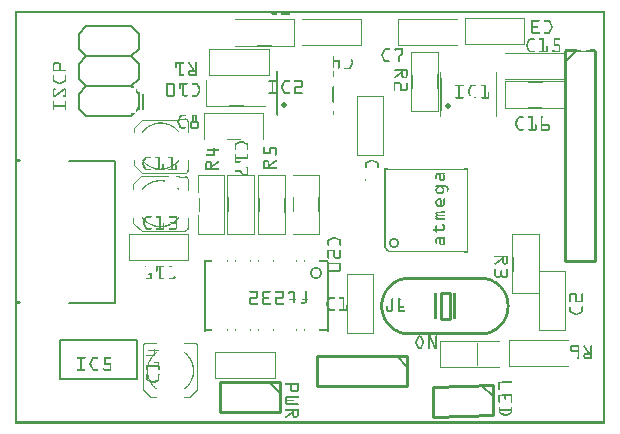
<source format=gto>
G04 MADE WITH FRITZING*
G04 WWW.FRITZING.ORG*
G04 DOUBLE SIDED*
G04 HOLES PLATED*
G04 CONTOUR ON CENTER OF CONTOUR VECTOR*
%ASAXBY*%
%FSLAX23Y23*%
%MOIN*%
%OFA0B0*%
%SFA1.0B1.0*%
%ADD10C,0.034283X0.0222834*%
%ADD11C,0.019307X0.00330709*%
%ADD12C,0.042189X0.030189*%
%ADD13R,0.038714X0.096457X0.019029X0.076772*%
%ADD14C,0.009843*%
%ADD15C,0.008000*%
%ADD16C,0.010000*%
%ADD17C,0.005000*%
%ADD18C,0.006000*%
%ADD19C,0.003937*%
%ADD20R,0.001000X0.001000*%
%LNSILK1*%
G90*
G70*
G54D10*
X1263Y604D03*
G54D11*
X897Y1063D03*
X1443Y1059D03*
G54D12*
X1004Y503D03*
G54D14*
X1420Y436D02*
X1449Y436D01*
X1449Y349D01*
X1420Y349D01*
X1420Y436D01*
D02*
G54D15*
X388Y1127D02*
X413Y1152D01*
D02*
X413Y1202D02*
X388Y1227D01*
D02*
X388Y1227D02*
X413Y1252D01*
D02*
X413Y1302D02*
X388Y1327D01*
D02*
X388Y1027D02*
X238Y1027D01*
D02*
X238Y1027D02*
X213Y1052D01*
D02*
X213Y1052D02*
X213Y1102D01*
D02*
X213Y1102D02*
X238Y1127D01*
D02*
X238Y1127D02*
X213Y1152D01*
D02*
X213Y1152D02*
X213Y1202D01*
D02*
X213Y1202D02*
X238Y1227D01*
D02*
X238Y1227D02*
X213Y1252D01*
D02*
X213Y1252D02*
X213Y1302D01*
D02*
X213Y1302D02*
X238Y1327D01*
D02*
X238Y1127D02*
X388Y1127D01*
D02*
X238Y1227D02*
X388Y1227D01*
D02*
X238Y1327D02*
X388Y1327D01*
D02*
X413Y1252D02*
X413Y1302D01*
D02*
X413Y1152D02*
X413Y1202D01*
D02*
X413Y1052D02*
X413Y1102D01*
D02*
X426Y1102D02*
X426Y1052D01*
D02*
X181Y405D02*
X335Y405D01*
D02*
X335Y405D02*
X335Y877D01*
D02*
X335Y877D02*
X181Y877D01*
G54D16*
D02*
X1835Y543D02*
X1935Y543D01*
D02*
X1935Y543D02*
X1935Y1243D01*
G54D17*
D02*
X1835Y1208D02*
X1870Y1243D01*
G54D16*
D02*
X882Y140D02*
X682Y140D01*
D02*
X682Y140D02*
X682Y40D01*
D02*
X682Y40D02*
X882Y40D01*
D02*
X882Y40D02*
X882Y140D01*
G54D17*
D02*
X847Y140D02*
X882Y105D01*
G54D18*
D02*
X633Y311D02*
X633Y542D01*
D02*
X1042Y542D02*
X1042Y311D01*
G54D15*
D02*
X408Y281D02*
X408Y151D01*
D02*
X408Y151D02*
X150Y151D01*
D02*
X150Y151D02*
X150Y281D01*
D02*
X150Y281D02*
X408Y281D01*
G54D16*
D02*
X1308Y226D02*
X1008Y226D01*
D02*
X1008Y226D02*
X1008Y126D01*
D02*
X1008Y126D02*
X1308Y126D01*
D02*
X1308Y126D02*
X1308Y226D01*
G54D17*
D02*
X1273Y226D02*
X1308Y191D01*
G54D16*
D02*
X1593Y129D02*
X1393Y125D01*
D02*
X1393Y125D02*
X1395Y25D01*
D02*
X1395Y25D02*
X1595Y29D01*
D02*
X1595Y29D02*
X1593Y129D01*
G54D17*
D02*
X1558Y128D02*
X1594Y94D01*
G54D19*
X576Y817D02*
X576Y782D01*
D02*
X548Y825D02*
X567Y825D01*
D02*
X576Y652D02*
X576Y687D01*
D02*
X395Y687D02*
X395Y672D01*
X422Y645D01*
X547Y645D01*
D02*
X548Y644D02*
X567Y644D01*
D02*
X577Y1009D02*
X577Y974D01*
D02*
X396Y973D02*
X396Y988D01*
X423Y1015D01*
X548Y1015D01*
D02*
X549Y1017D02*
X568Y1017D01*
D02*
X577Y844D02*
X577Y879D01*
D02*
X396Y879D02*
X396Y864D01*
X423Y837D01*
X548Y837D01*
D02*
X549Y836D02*
X568Y836D01*
D02*
G54D20*
X0Y1378D02*
X1967Y1378D01*
X0Y1377D02*
X1967Y1377D01*
X0Y1376D02*
X1967Y1376D01*
X0Y1375D02*
X1967Y1375D01*
X0Y1374D02*
X1967Y1374D01*
X0Y1373D02*
X1967Y1373D01*
X0Y1372D02*
X1967Y1372D01*
X0Y1371D02*
X1967Y1371D01*
X0Y1370D02*
X7Y1370D01*
X852Y1370D02*
X858Y1370D01*
X888Y1370D02*
X893Y1370D01*
X912Y1370D02*
X917Y1370D01*
X1960Y1370D02*
X1967Y1370D01*
X0Y1369D02*
X7Y1369D01*
X853Y1369D02*
X873Y1369D01*
X888Y1369D02*
X917Y1369D01*
X1960Y1369D02*
X1967Y1369D01*
X0Y1368D02*
X7Y1368D01*
X853Y1368D02*
X873Y1368D01*
X888Y1368D02*
X917Y1368D01*
X1960Y1368D02*
X1967Y1368D01*
X0Y1367D02*
X7Y1367D01*
X854Y1367D02*
X874Y1367D01*
X888Y1367D02*
X917Y1367D01*
X1960Y1367D02*
X1967Y1367D01*
X0Y1366D02*
X7Y1366D01*
X855Y1366D02*
X874Y1366D01*
X888Y1366D02*
X917Y1366D01*
X1960Y1366D02*
X1967Y1366D01*
X0Y1365D02*
X7Y1365D01*
X856Y1365D02*
X873Y1365D01*
X889Y1365D02*
X916Y1365D01*
X1960Y1365D02*
X1967Y1365D01*
X0Y1364D02*
X7Y1364D01*
X859Y1364D02*
X872Y1364D01*
X890Y1364D02*
X915Y1364D01*
X1960Y1364D02*
X1967Y1364D01*
X0Y1363D02*
X7Y1363D01*
X1960Y1363D02*
X1967Y1363D01*
X0Y1362D02*
X7Y1362D01*
X1960Y1362D02*
X1967Y1362D01*
X0Y1361D02*
X7Y1361D01*
X1960Y1361D02*
X1967Y1361D01*
X0Y1360D02*
X7Y1360D01*
X1960Y1360D02*
X1967Y1360D01*
X0Y1359D02*
X7Y1359D01*
X1960Y1359D02*
X1967Y1359D01*
X0Y1358D02*
X7Y1358D01*
X1960Y1358D02*
X1967Y1358D01*
X0Y1357D02*
X7Y1357D01*
X1960Y1357D02*
X1967Y1357D01*
X0Y1356D02*
X7Y1356D01*
X1960Y1356D02*
X1967Y1356D01*
X0Y1355D02*
X7Y1355D01*
X1960Y1355D02*
X1967Y1355D01*
X0Y1354D02*
X7Y1354D01*
X1960Y1354D02*
X1967Y1354D01*
X0Y1353D02*
X7Y1353D01*
X1501Y1353D02*
X1701Y1353D01*
X1960Y1353D02*
X1967Y1353D01*
X0Y1352D02*
X7Y1352D01*
X1501Y1352D02*
X1701Y1352D01*
X1960Y1352D02*
X1967Y1352D01*
X0Y1351D02*
X7Y1351D01*
X1501Y1351D02*
X1701Y1351D01*
X1960Y1351D02*
X1967Y1351D01*
X0Y1350D02*
X7Y1350D01*
X957Y1350D02*
X1156Y1350D01*
X1278Y1350D02*
X1478Y1350D01*
X1501Y1350D02*
X1503Y1350D01*
X1577Y1350D02*
X1625Y1350D01*
X1699Y1350D02*
X1701Y1350D01*
X1960Y1350D02*
X1967Y1350D01*
X0Y1349D02*
X7Y1349D01*
X733Y1349D02*
X932Y1349D01*
X956Y1349D02*
X1156Y1349D01*
X1278Y1349D02*
X1478Y1349D01*
X1501Y1349D02*
X1503Y1349D01*
X1699Y1349D02*
X1701Y1349D01*
X1960Y1349D02*
X1967Y1349D01*
X0Y1348D02*
X7Y1348D01*
X733Y1348D02*
X932Y1348D01*
X956Y1348D02*
X1156Y1348D01*
X1278Y1348D02*
X1280Y1348D01*
X1353Y1348D02*
X1402Y1348D01*
X1475Y1348D02*
X1478Y1348D01*
X1501Y1348D02*
X1503Y1348D01*
X1699Y1348D02*
X1701Y1348D01*
X1960Y1348D02*
X1967Y1348D01*
X0Y1347D02*
X7Y1347D01*
X733Y1347D02*
X932Y1347D01*
X956Y1347D02*
X959Y1347D01*
X1032Y1347D02*
X1081Y1347D01*
X1154Y1347D02*
X1156Y1347D01*
X1278Y1347D02*
X1280Y1347D01*
X1354Y1347D02*
X1402Y1347D01*
X1476Y1347D02*
X1478Y1347D01*
X1501Y1347D02*
X1503Y1347D01*
X1699Y1347D02*
X1701Y1347D01*
X1960Y1347D02*
X1967Y1347D01*
X0Y1346D02*
X7Y1346D01*
X733Y1346D02*
X734Y1346D01*
X808Y1346D02*
X856Y1346D01*
X930Y1346D02*
X932Y1346D01*
X956Y1346D02*
X958Y1346D01*
X1154Y1346D02*
X1156Y1346D01*
X1278Y1346D02*
X1280Y1346D01*
X1476Y1346D02*
X1478Y1346D01*
X1501Y1346D02*
X1503Y1346D01*
X1699Y1346D02*
X1701Y1346D01*
X1723Y1346D02*
X1748Y1346D01*
X1764Y1346D02*
X1781Y1346D01*
X1960Y1346D02*
X1967Y1346D01*
X0Y1345D02*
X7Y1345D01*
X733Y1345D02*
X734Y1345D01*
X930Y1345D02*
X932Y1345D01*
X956Y1345D02*
X958Y1345D01*
X1154Y1345D02*
X1156Y1345D01*
X1278Y1345D02*
X1280Y1345D01*
X1476Y1345D02*
X1478Y1345D01*
X1501Y1345D02*
X1503Y1345D01*
X1699Y1345D02*
X1701Y1345D01*
X1722Y1345D02*
X1749Y1345D01*
X1764Y1345D02*
X1782Y1345D01*
X1960Y1345D02*
X1967Y1345D01*
X0Y1344D02*
X7Y1344D01*
X733Y1344D02*
X734Y1344D01*
X930Y1344D02*
X932Y1344D01*
X956Y1344D02*
X958Y1344D01*
X1154Y1344D02*
X1156Y1344D01*
X1278Y1344D02*
X1280Y1344D01*
X1476Y1344D02*
X1478Y1344D01*
X1501Y1344D02*
X1503Y1344D01*
X1699Y1344D02*
X1701Y1344D01*
X1722Y1344D02*
X1749Y1344D01*
X1764Y1344D02*
X1783Y1344D01*
X1960Y1344D02*
X1967Y1344D01*
X0Y1343D02*
X7Y1343D01*
X733Y1343D02*
X734Y1343D01*
X930Y1343D02*
X932Y1343D01*
X956Y1343D02*
X958Y1343D01*
X1154Y1343D02*
X1156Y1343D01*
X1278Y1343D02*
X1280Y1343D01*
X1476Y1343D02*
X1478Y1343D01*
X1501Y1343D02*
X1503Y1343D01*
X1699Y1343D02*
X1701Y1343D01*
X1721Y1343D02*
X1749Y1343D01*
X1764Y1343D02*
X1784Y1343D01*
X1960Y1343D02*
X1967Y1343D01*
X0Y1342D02*
X7Y1342D01*
X733Y1342D02*
X734Y1342D01*
X930Y1342D02*
X932Y1342D01*
X956Y1342D02*
X958Y1342D01*
X1154Y1342D02*
X1156Y1342D01*
X1278Y1342D02*
X1280Y1342D01*
X1476Y1342D02*
X1478Y1342D01*
X1501Y1342D02*
X1503Y1342D01*
X1699Y1342D02*
X1701Y1342D01*
X1721Y1342D02*
X1748Y1342D01*
X1765Y1342D02*
X1785Y1342D01*
X1960Y1342D02*
X1967Y1342D01*
X0Y1341D02*
X7Y1341D01*
X733Y1341D02*
X734Y1341D01*
X930Y1341D02*
X932Y1341D01*
X956Y1341D02*
X958Y1341D01*
X1154Y1341D02*
X1156Y1341D01*
X1278Y1341D02*
X1280Y1341D01*
X1476Y1341D02*
X1478Y1341D01*
X1501Y1341D02*
X1503Y1341D01*
X1699Y1341D02*
X1701Y1341D01*
X1721Y1341D02*
X1726Y1341D01*
X1778Y1341D02*
X1785Y1341D01*
X1960Y1341D02*
X1967Y1341D01*
X0Y1340D02*
X7Y1340D01*
X733Y1340D02*
X734Y1340D01*
X930Y1340D02*
X932Y1340D01*
X956Y1340D02*
X958Y1340D01*
X1154Y1340D02*
X1156Y1340D01*
X1278Y1340D02*
X1280Y1340D01*
X1476Y1340D02*
X1478Y1340D01*
X1501Y1340D02*
X1503Y1340D01*
X1699Y1340D02*
X1701Y1340D01*
X1721Y1340D02*
X1726Y1340D01*
X1780Y1340D02*
X1786Y1340D01*
X1960Y1340D02*
X1967Y1340D01*
X0Y1339D02*
X7Y1339D01*
X733Y1339D02*
X734Y1339D01*
X930Y1339D02*
X932Y1339D01*
X956Y1339D02*
X958Y1339D01*
X1154Y1339D02*
X1156Y1339D01*
X1278Y1339D02*
X1280Y1339D01*
X1476Y1339D02*
X1478Y1339D01*
X1501Y1339D02*
X1503Y1339D01*
X1699Y1339D02*
X1701Y1339D01*
X1721Y1339D02*
X1726Y1339D01*
X1781Y1339D02*
X1786Y1339D01*
X1960Y1339D02*
X1967Y1339D01*
X0Y1338D02*
X7Y1338D01*
X733Y1338D02*
X734Y1338D01*
X930Y1338D02*
X932Y1338D01*
X956Y1338D02*
X958Y1338D01*
X1154Y1338D02*
X1156Y1338D01*
X1278Y1338D02*
X1280Y1338D01*
X1476Y1338D02*
X1478Y1338D01*
X1501Y1338D02*
X1503Y1338D01*
X1699Y1338D02*
X1701Y1338D01*
X1721Y1338D02*
X1726Y1338D01*
X1781Y1338D02*
X1787Y1338D01*
X1960Y1338D02*
X1967Y1338D01*
X0Y1337D02*
X7Y1337D01*
X733Y1337D02*
X734Y1337D01*
X930Y1337D02*
X932Y1337D01*
X956Y1337D02*
X958Y1337D01*
X1154Y1337D02*
X1156Y1337D01*
X1278Y1337D02*
X1280Y1337D01*
X1476Y1337D02*
X1478Y1337D01*
X1501Y1337D02*
X1503Y1337D01*
X1699Y1337D02*
X1701Y1337D01*
X1721Y1337D02*
X1726Y1337D01*
X1782Y1337D02*
X1787Y1337D01*
X1960Y1337D02*
X1967Y1337D01*
X0Y1336D02*
X7Y1336D01*
X733Y1336D02*
X734Y1336D01*
X930Y1336D02*
X932Y1336D01*
X956Y1336D02*
X958Y1336D01*
X1154Y1336D02*
X1156Y1336D01*
X1278Y1336D02*
X1280Y1336D01*
X1476Y1336D02*
X1478Y1336D01*
X1501Y1336D02*
X1503Y1336D01*
X1699Y1336D02*
X1701Y1336D01*
X1721Y1336D02*
X1726Y1336D01*
X1782Y1336D02*
X1788Y1336D01*
X1960Y1336D02*
X1967Y1336D01*
X0Y1335D02*
X7Y1335D01*
X733Y1335D02*
X734Y1335D01*
X930Y1335D02*
X932Y1335D01*
X956Y1335D02*
X958Y1335D01*
X1154Y1335D02*
X1156Y1335D01*
X1278Y1335D02*
X1280Y1335D01*
X1476Y1335D02*
X1478Y1335D01*
X1501Y1335D02*
X1503Y1335D01*
X1699Y1335D02*
X1701Y1335D01*
X1721Y1335D02*
X1726Y1335D01*
X1783Y1335D02*
X1788Y1335D01*
X1960Y1335D02*
X1967Y1335D01*
X0Y1334D02*
X7Y1334D01*
X733Y1334D02*
X734Y1334D01*
X930Y1334D02*
X932Y1334D01*
X956Y1334D02*
X958Y1334D01*
X1154Y1334D02*
X1156Y1334D01*
X1278Y1334D02*
X1280Y1334D01*
X1476Y1334D02*
X1478Y1334D01*
X1501Y1334D02*
X1503Y1334D01*
X1699Y1334D02*
X1701Y1334D01*
X1721Y1334D02*
X1726Y1334D01*
X1783Y1334D02*
X1789Y1334D01*
X1960Y1334D02*
X1967Y1334D01*
X0Y1333D02*
X7Y1333D01*
X733Y1333D02*
X734Y1333D01*
X930Y1333D02*
X932Y1333D01*
X956Y1333D02*
X958Y1333D01*
X1154Y1333D02*
X1156Y1333D01*
X1278Y1333D02*
X1280Y1333D01*
X1476Y1333D02*
X1478Y1333D01*
X1501Y1333D02*
X1503Y1333D01*
X1699Y1333D02*
X1701Y1333D01*
X1721Y1333D02*
X1726Y1333D01*
X1784Y1333D02*
X1789Y1333D01*
X1960Y1333D02*
X1967Y1333D01*
X0Y1332D02*
X7Y1332D01*
X733Y1332D02*
X734Y1332D01*
X930Y1332D02*
X932Y1332D01*
X956Y1332D02*
X958Y1332D01*
X1154Y1332D02*
X1156Y1332D01*
X1278Y1332D02*
X1280Y1332D01*
X1476Y1332D02*
X1478Y1332D01*
X1501Y1332D02*
X1503Y1332D01*
X1699Y1332D02*
X1701Y1332D01*
X1721Y1332D02*
X1726Y1332D01*
X1784Y1332D02*
X1790Y1332D01*
X1960Y1332D02*
X1967Y1332D01*
X0Y1331D02*
X7Y1331D01*
X733Y1331D02*
X734Y1331D01*
X930Y1331D02*
X932Y1331D01*
X956Y1331D02*
X958Y1331D01*
X1154Y1331D02*
X1156Y1331D01*
X1278Y1331D02*
X1280Y1331D01*
X1476Y1331D02*
X1478Y1331D01*
X1501Y1331D02*
X1503Y1331D01*
X1699Y1331D02*
X1701Y1331D01*
X1721Y1331D02*
X1726Y1331D01*
X1785Y1331D02*
X1790Y1331D01*
X1960Y1331D02*
X1967Y1331D01*
X0Y1330D02*
X7Y1330D01*
X733Y1330D02*
X734Y1330D01*
X930Y1330D02*
X932Y1330D01*
X956Y1330D02*
X958Y1330D01*
X1154Y1330D02*
X1156Y1330D01*
X1278Y1330D02*
X1280Y1330D01*
X1476Y1330D02*
X1478Y1330D01*
X1501Y1330D02*
X1503Y1330D01*
X1699Y1330D02*
X1701Y1330D01*
X1721Y1330D02*
X1726Y1330D01*
X1785Y1330D02*
X1791Y1330D01*
X1960Y1330D02*
X1967Y1330D01*
X0Y1329D02*
X7Y1329D01*
X733Y1329D02*
X734Y1329D01*
X930Y1329D02*
X932Y1329D01*
X956Y1329D02*
X958Y1329D01*
X1154Y1329D02*
X1156Y1329D01*
X1278Y1329D02*
X1280Y1329D01*
X1476Y1329D02*
X1478Y1329D01*
X1501Y1329D02*
X1503Y1329D01*
X1699Y1329D02*
X1701Y1329D01*
X1721Y1329D02*
X1726Y1329D01*
X1786Y1329D02*
X1791Y1329D01*
X1960Y1329D02*
X1967Y1329D01*
X0Y1328D02*
X7Y1328D01*
X733Y1328D02*
X734Y1328D01*
X930Y1328D02*
X932Y1328D01*
X956Y1328D02*
X958Y1328D01*
X1154Y1328D02*
X1156Y1328D01*
X1278Y1328D02*
X1280Y1328D01*
X1476Y1328D02*
X1478Y1328D01*
X1501Y1328D02*
X1503Y1328D01*
X1699Y1328D02*
X1701Y1328D01*
X1721Y1328D02*
X1726Y1328D01*
X1786Y1328D02*
X1791Y1328D01*
X1960Y1328D02*
X1967Y1328D01*
X0Y1327D02*
X7Y1327D01*
X733Y1327D02*
X734Y1327D01*
X930Y1327D02*
X932Y1327D01*
X956Y1327D02*
X958Y1327D01*
X1154Y1327D02*
X1156Y1327D01*
X1278Y1327D02*
X1280Y1327D01*
X1476Y1327D02*
X1478Y1327D01*
X1501Y1327D02*
X1503Y1327D01*
X1699Y1327D02*
X1701Y1327D01*
X1721Y1327D02*
X1728Y1327D01*
X1787Y1327D02*
X1792Y1327D01*
X1960Y1327D02*
X1967Y1327D01*
X0Y1326D02*
X7Y1326D01*
X733Y1326D02*
X734Y1326D01*
X930Y1326D02*
X932Y1326D01*
X956Y1326D02*
X958Y1326D01*
X1154Y1326D02*
X1156Y1326D01*
X1278Y1326D02*
X1280Y1326D01*
X1476Y1326D02*
X1478Y1326D01*
X1501Y1326D02*
X1503Y1326D01*
X1699Y1326D02*
X1701Y1326D01*
X1722Y1326D02*
X1742Y1326D01*
X1787Y1326D02*
X1792Y1326D01*
X1960Y1326D02*
X1967Y1326D01*
X0Y1325D02*
X7Y1325D01*
X733Y1325D02*
X734Y1325D01*
X930Y1325D02*
X932Y1325D01*
X956Y1325D02*
X958Y1325D01*
X1154Y1325D02*
X1156Y1325D01*
X1278Y1325D02*
X1280Y1325D01*
X1476Y1325D02*
X1478Y1325D01*
X1501Y1325D02*
X1503Y1325D01*
X1699Y1325D02*
X1701Y1325D01*
X1722Y1325D02*
X1743Y1325D01*
X1787Y1325D02*
X1792Y1325D01*
X1960Y1325D02*
X1967Y1325D01*
X0Y1324D02*
X7Y1324D01*
X733Y1324D02*
X734Y1324D01*
X930Y1324D02*
X932Y1324D01*
X956Y1324D02*
X958Y1324D01*
X1154Y1324D02*
X1156Y1324D01*
X1278Y1324D02*
X1280Y1324D01*
X1476Y1324D02*
X1478Y1324D01*
X1501Y1324D02*
X1503Y1324D01*
X1699Y1324D02*
X1701Y1324D01*
X1723Y1324D02*
X1743Y1324D01*
X1787Y1324D02*
X1792Y1324D01*
X1960Y1324D02*
X1967Y1324D01*
X0Y1323D02*
X7Y1323D01*
X733Y1323D02*
X734Y1323D01*
X930Y1323D02*
X932Y1323D01*
X956Y1323D02*
X958Y1323D01*
X1154Y1323D02*
X1156Y1323D01*
X1278Y1323D02*
X1280Y1323D01*
X1476Y1323D02*
X1478Y1323D01*
X1501Y1323D02*
X1503Y1323D01*
X1699Y1323D02*
X1701Y1323D01*
X1722Y1323D02*
X1743Y1323D01*
X1787Y1323D02*
X1792Y1323D01*
X1960Y1323D02*
X1967Y1323D01*
X0Y1322D02*
X7Y1322D01*
X733Y1322D02*
X734Y1322D01*
X930Y1322D02*
X932Y1322D01*
X956Y1322D02*
X958Y1322D01*
X1154Y1322D02*
X1156Y1322D01*
X1278Y1322D02*
X1280Y1322D01*
X1476Y1322D02*
X1478Y1322D01*
X1501Y1322D02*
X1503Y1322D01*
X1699Y1322D02*
X1701Y1322D01*
X1722Y1322D02*
X1742Y1322D01*
X1787Y1322D02*
X1792Y1322D01*
X1960Y1322D02*
X1967Y1322D01*
X0Y1321D02*
X7Y1321D01*
X733Y1321D02*
X734Y1321D01*
X930Y1321D02*
X932Y1321D01*
X956Y1321D02*
X958Y1321D01*
X1154Y1321D02*
X1156Y1321D01*
X1278Y1321D02*
X1280Y1321D01*
X1476Y1321D02*
X1478Y1321D01*
X1501Y1321D02*
X1503Y1321D01*
X1699Y1321D02*
X1701Y1321D01*
X1721Y1321D02*
X1740Y1321D01*
X1787Y1321D02*
X1792Y1321D01*
X1960Y1321D02*
X1967Y1321D01*
X0Y1320D02*
X7Y1320D01*
X733Y1320D02*
X734Y1320D01*
X930Y1320D02*
X932Y1320D01*
X956Y1320D02*
X958Y1320D01*
X1154Y1320D02*
X1156Y1320D01*
X1278Y1320D02*
X1280Y1320D01*
X1476Y1320D02*
X1478Y1320D01*
X1501Y1320D02*
X1503Y1320D01*
X1699Y1320D02*
X1701Y1320D01*
X1721Y1320D02*
X1726Y1320D01*
X1786Y1320D02*
X1792Y1320D01*
X1960Y1320D02*
X1967Y1320D01*
X0Y1319D02*
X7Y1319D01*
X733Y1319D02*
X734Y1319D01*
X930Y1319D02*
X932Y1319D01*
X956Y1319D02*
X958Y1319D01*
X1154Y1319D02*
X1156Y1319D01*
X1278Y1319D02*
X1280Y1319D01*
X1476Y1319D02*
X1478Y1319D01*
X1501Y1319D02*
X1503Y1319D01*
X1699Y1319D02*
X1701Y1319D01*
X1721Y1319D02*
X1726Y1319D01*
X1786Y1319D02*
X1791Y1319D01*
X1960Y1319D02*
X1967Y1319D01*
X0Y1318D02*
X7Y1318D01*
X733Y1318D02*
X734Y1318D01*
X930Y1318D02*
X932Y1318D01*
X956Y1318D02*
X958Y1318D01*
X1154Y1318D02*
X1156Y1318D01*
X1278Y1318D02*
X1280Y1318D01*
X1476Y1318D02*
X1478Y1318D01*
X1501Y1318D02*
X1503Y1318D01*
X1699Y1318D02*
X1701Y1318D01*
X1721Y1318D02*
X1726Y1318D01*
X1785Y1318D02*
X1791Y1318D01*
X1960Y1318D02*
X1967Y1318D01*
X0Y1317D02*
X7Y1317D01*
X733Y1317D02*
X734Y1317D01*
X930Y1317D02*
X932Y1317D01*
X956Y1317D02*
X958Y1317D01*
X1154Y1317D02*
X1156Y1317D01*
X1278Y1317D02*
X1280Y1317D01*
X1476Y1317D02*
X1478Y1317D01*
X1501Y1317D02*
X1503Y1317D01*
X1699Y1317D02*
X1701Y1317D01*
X1721Y1317D02*
X1726Y1317D01*
X1785Y1317D02*
X1790Y1317D01*
X1960Y1317D02*
X1967Y1317D01*
X0Y1316D02*
X7Y1316D01*
X733Y1316D02*
X734Y1316D01*
X930Y1316D02*
X932Y1316D01*
X956Y1316D02*
X958Y1316D01*
X1154Y1316D02*
X1156Y1316D01*
X1278Y1316D02*
X1280Y1316D01*
X1476Y1316D02*
X1478Y1316D01*
X1501Y1316D02*
X1503Y1316D01*
X1699Y1316D02*
X1701Y1316D01*
X1721Y1316D02*
X1726Y1316D01*
X1784Y1316D02*
X1790Y1316D01*
X1960Y1316D02*
X1967Y1316D01*
X0Y1315D02*
X7Y1315D01*
X733Y1315D02*
X734Y1315D01*
X930Y1315D02*
X932Y1315D01*
X956Y1315D02*
X958Y1315D01*
X1154Y1315D02*
X1156Y1315D01*
X1278Y1315D02*
X1280Y1315D01*
X1476Y1315D02*
X1478Y1315D01*
X1501Y1315D02*
X1503Y1315D01*
X1699Y1315D02*
X1701Y1315D01*
X1721Y1315D02*
X1726Y1315D01*
X1784Y1315D02*
X1789Y1315D01*
X1960Y1315D02*
X1967Y1315D01*
X0Y1314D02*
X7Y1314D01*
X733Y1314D02*
X734Y1314D01*
X930Y1314D02*
X932Y1314D01*
X956Y1314D02*
X958Y1314D01*
X1154Y1314D02*
X1156Y1314D01*
X1278Y1314D02*
X1280Y1314D01*
X1476Y1314D02*
X1478Y1314D01*
X1501Y1314D02*
X1503Y1314D01*
X1699Y1314D02*
X1701Y1314D01*
X1721Y1314D02*
X1726Y1314D01*
X1783Y1314D02*
X1789Y1314D01*
X1960Y1314D02*
X1967Y1314D01*
X0Y1313D02*
X7Y1313D01*
X733Y1313D02*
X734Y1313D01*
X930Y1313D02*
X932Y1313D01*
X956Y1313D02*
X958Y1313D01*
X1154Y1313D02*
X1156Y1313D01*
X1278Y1313D02*
X1280Y1313D01*
X1476Y1313D02*
X1478Y1313D01*
X1501Y1313D02*
X1503Y1313D01*
X1699Y1313D02*
X1701Y1313D01*
X1721Y1313D02*
X1726Y1313D01*
X1783Y1313D02*
X1788Y1313D01*
X1960Y1313D02*
X1967Y1313D01*
X0Y1312D02*
X7Y1312D01*
X733Y1312D02*
X734Y1312D01*
X930Y1312D02*
X932Y1312D01*
X956Y1312D02*
X958Y1312D01*
X1154Y1312D02*
X1156Y1312D01*
X1278Y1312D02*
X1280Y1312D01*
X1476Y1312D02*
X1478Y1312D01*
X1501Y1312D02*
X1503Y1312D01*
X1699Y1312D02*
X1701Y1312D01*
X1721Y1312D02*
X1726Y1312D01*
X1782Y1312D02*
X1788Y1312D01*
X1960Y1312D02*
X1967Y1312D01*
X0Y1311D02*
X7Y1311D01*
X733Y1311D02*
X734Y1311D01*
X930Y1311D02*
X932Y1311D01*
X956Y1311D02*
X958Y1311D01*
X1154Y1311D02*
X1156Y1311D01*
X1278Y1311D02*
X1280Y1311D01*
X1476Y1311D02*
X1478Y1311D01*
X1501Y1311D02*
X1503Y1311D01*
X1699Y1311D02*
X1701Y1311D01*
X1721Y1311D02*
X1726Y1311D01*
X1782Y1311D02*
X1787Y1311D01*
X1960Y1311D02*
X1967Y1311D01*
X0Y1310D02*
X7Y1310D01*
X733Y1310D02*
X734Y1310D01*
X930Y1310D02*
X932Y1310D01*
X956Y1310D02*
X958Y1310D01*
X1154Y1310D02*
X1156Y1310D01*
X1278Y1310D02*
X1280Y1310D01*
X1476Y1310D02*
X1478Y1310D01*
X1501Y1310D02*
X1503Y1310D01*
X1699Y1310D02*
X1701Y1310D01*
X1721Y1310D02*
X1726Y1310D01*
X1781Y1310D02*
X1787Y1310D01*
X1960Y1310D02*
X1967Y1310D01*
X0Y1309D02*
X7Y1309D01*
X733Y1309D02*
X734Y1309D01*
X930Y1309D02*
X932Y1309D01*
X956Y1309D02*
X958Y1309D01*
X1154Y1309D02*
X1156Y1309D01*
X1278Y1309D02*
X1280Y1309D01*
X1476Y1309D02*
X1478Y1309D01*
X1501Y1309D02*
X1503Y1309D01*
X1699Y1309D02*
X1701Y1309D01*
X1721Y1309D02*
X1726Y1309D01*
X1781Y1309D02*
X1786Y1309D01*
X1960Y1309D02*
X1967Y1309D01*
X0Y1308D02*
X7Y1308D01*
X733Y1308D02*
X734Y1308D01*
X930Y1308D02*
X932Y1308D01*
X956Y1308D02*
X958Y1308D01*
X1154Y1308D02*
X1156Y1308D01*
X1278Y1308D02*
X1280Y1308D01*
X1476Y1308D02*
X1478Y1308D01*
X1501Y1308D02*
X1503Y1308D01*
X1699Y1308D02*
X1701Y1308D01*
X1721Y1308D02*
X1726Y1308D01*
X1780Y1308D02*
X1786Y1308D01*
X1960Y1308D02*
X1967Y1308D01*
X0Y1307D02*
X7Y1307D01*
X733Y1307D02*
X734Y1307D01*
X930Y1307D02*
X932Y1307D01*
X956Y1307D02*
X958Y1307D01*
X1154Y1307D02*
X1156Y1307D01*
X1278Y1307D02*
X1280Y1307D01*
X1476Y1307D02*
X1478Y1307D01*
X1501Y1307D02*
X1503Y1307D01*
X1699Y1307D02*
X1701Y1307D01*
X1721Y1307D02*
X1726Y1307D01*
X1779Y1307D02*
X1785Y1307D01*
X1960Y1307D02*
X1967Y1307D01*
X0Y1306D02*
X7Y1306D01*
X733Y1306D02*
X734Y1306D01*
X930Y1306D02*
X932Y1306D01*
X956Y1306D02*
X958Y1306D01*
X1154Y1306D02*
X1156Y1306D01*
X1278Y1306D02*
X1280Y1306D01*
X1476Y1306D02*
X1478Y1306D01*
X1501Y1306D02*
X1503Y1306D01*
X1699Y1306D02*
X1701Y1306D01*
X1721Y1306D02*
X1748Y1306D01*
X1765Y1306D02*
X1785Y1306D01*
X1960Y1306D02*
X1967Y1306D01*
X0Y1305D02*
X7Y1305D01*
X733Y1305D02*
X734Y1305D01*
X930Y1305D02*
X932Y1305D01*
X956Y1305D02*
X958Y1305D01*
X1154Y1305D02*
X1156Y1305D01*
X1278Y1305D02*
X1280Y1305D01*
X1476Y1305D02*
X1478Y1305D01*
X1501Y1305D02*
X1503Y1305D01*
X1699Y1305D02*
X1701Y1305D01*
X1721Y1305D02*
X1749Y1305D01*
X1764Y1305D02*
X1784Y1305D01*
X1960Y1305D02*
X1967Y1305D01*
X0Y1304D02*
X7Y1304D01*
X733Y1304D02*
X734Y1304D01*
X930Y1304D02*
X932Y1304D01*
X956Y1304D02*
X958Y1304D01*
X1154Y1304D02*
X1156Y1304D01*
X1278Y1304D02*
X1280Y1304D01*
X1476Y1304D02*
X1478Y1304D01*
X1501Y1304D02*
X1503Y1304D01*
X1699Y1304D02*
X1701Y1304D01*
X1721Y1304D02*
X1749Y1304D01*
X1764Y1304D02*
X1784Y1304D01*
X1960Y1304D02*
X1967Y1304D01*
X0Y1303D02*
X7Y1303D01*
X733Y1303D02*
X734Y1303D01*
X930Y1303D02*
X932Y1303D01*
X956Y1303D02*
X958Y1303D01*
X1154Y1303D02*
X1156Y1303D01*
X1278Y1303D02*
X1280Y1303D01*
X1476Y1303D02*
X1478Y1303D01*
X1501Y1303D02*
X1503Y1303D01*
X1699Y1303D02*
X1701Y1303D01*
X1722Y1303D02*
X1749Y1303D01*
X1764Y1303D02*
X1783Y1303D01*
X1960Y1303D02*
X1967Y1303D01*
X0Y1302D02*
X7Y1302D01*
X733Y1302D02*
X734Y1302D01*
X930Y1302D02*
X932Y1302D01*
X956Y1302D02*
X958Y1302D01*
X1154Y1302D02*
X1156Y1302D01*
X1278Y1302D02*
X1280Y1302D01*
X1476Y1302D02*
X1478Y1302D01*
X1501Y1302D02*
X1503Y1302D01*
X1699Y1302D02*
X1701Y1302D01*
X1723Y1302D02*
X1749Y1302D01*
X1764Y1302D02*
X1782Y1302D01*
X1960Y1302D02*
X1967Y1302D01*
X0Y1301D02*
X7Y1301D01*
X733Y1301D02*
X734Y1301D01*
X930Y1301D02*
X932Y1301D01*
X956Y1301D02*
X958Y1301D01*
X1154Y1301D02*
X1156Y1301D01*
X1278Y1301D02*
X1280Y1301D01*
X1476Y1301D02*
X1478Y1301D01*
X1501Y1301D02*
X1503Y1301D01*
X1699Y1301D02*
X1701Y1301D01*
X1725Y1301D02*
X1747Y1301D01*
X1765Y1301D02*
X1779Y1301D01*
X1960Y1301D02*
X1967Y1301D01*
X0Y1300D02*
X7Y1300D01*
X733Y1300D02*
X734Y1300D01*
X930Y1300D02*
X932Y1300D01*
X956Y1300D02*
X958Y1300D01*
X1154Y1300D02*
X1156Y1300D01*
X1278Y1300D02*
X1280Y1300D01*
X1476Y1300D02*
X1478Y1300D01*
X1501Y1300D02*
X1503Y1300D01*
X1699Y1300D02*
X1701Y1300D01*
X1960Y1300D02*
X1967Y1300D01*
X0Y1299D02*
X7Y1299D01*
X733Y1299D02*
X734Y1299D01*
X930Y1299D02*
X932Y1299D01*
X956Y1299D02*
X958Y1299D01*
X1154Y1299D02*
X1156Y1299D01*
X1278Y1299D02*
X1280Y1299D01*
X1476Y1299D02*
X1478Y1299D01*
X1501Y1299D02*
X1503Y1299D01*
X1699Y1299D02*
X1701Y1299D01*
X1960Y1299D02*
X1967Y1299D01*
X0Y1298D02*
X7Y1298D01*
X733Y1298D02*
X734Y1298D01*
X930Y1298D02*
X932Y1298D01*
X956Y1298D02*
X958Y1298D01*
X1154Y1298D02*
X1156Y1298D01*
X1278Y1298D02*
X1280Y1298D01*
X1476Y1298D02*
X1478Y1298D01*
X1501Y1298D02*
X1503Y1298D01*
X1699Y1298D02*
X1701Y1298D01*
X1960Y1298D02*
X1967Y1298D01*
X0Y1297D02*
X7Y1297D01*
X733Y1297D02*
X734Y1297D01*
X930Y1297D02*
X932Y1297D01*
X956Y1297D02*
X958Y1297D01*
X1154Y1297D02*
X1156Y1297D01*
X1278Y1297D02*
X1280Y1297D01*
X1476Y1297D02*
X1478Y1297D01*
X1501Y1297D02*
X1503Y1297D01*
X1699Y1297D02*
X1701Y1297D01*
X1960Y1297D02*
X1967Y1297D01*
X0Y1296D02*
X7Y1296D01*
X733Y1296D02*
X734Y1296D01*
X930Y1296D02*
X932Y1296D01*
X956Y1296D02*
X958Y1296D01*
X1154Y1296D02*
X1156Y1296D01*
X1278Y1296D02*
X1280Y1296D01*
X1476Y1296D02*
X1478Y1296D01*
X1501Y1296D02*
X1503Y1296D01*
X1699Y1296D02*
X1701Y1296D01*
X1960Y1296D02*
X1967Y1296D01*
X0Y1295D02*
X7Y1295D01*
X733Y1295D02*
X734Y1295D01*
X930Y1295D02*
X932Y1295D01*
X956Y1295D02*
X958Y1295D01*
X1154Y1295D02*
X1156Y1295D01*
X1278Y1295D02*
X1280Y1295D01*
X1476Y1295D02*
X1478Y1295D01*
X1501Y1295D02*
X1503Y1295D01*
X1699Y1295D02*
X1701Y1295D01*
X1960Y1295D02*
X1967Y1295D01*
X0Y1294D02*
X7Y1294D01*
X733Y1294D02*
X734Y1294D01*
X930Y1294D02*
X932Y1294D01*
X956Y1294D02*
X958Y1294D01*
X1154Y1294D02*
X1156Y1294D01*
X1278Y1294D02*
X1280Y1294D01*
X1476Y1294D02*
X1478Y1294D01*
X1501Y1294D02*
X1503Y1294D01*
X1699Y1294D02*
X1701Y1294D01*
X1960Y1294D02*
X1967Y1294D01*
X0Y1293D02*
X7Y1293D01*
X733Y1293D02*
X734Y1293D01*
X930Y1293D02*
X932Y1293D01*
X956Y1293D02*
X958Y1293D01*
X1154Y1293D02*
X1156Y1293D01*
X1278Y1293D02*
X1280Y1293D01*
X1476Y1293D02*
X1478Y1293D01*
X1501Y1293D02*
X1503Y1293D01*
X1699Y1293D02*
X1701Y1293D01*
X1960Y1293D02*
X1967Y1293D01*
X0Y1292D02*
X7Y1292D01*
X733Y1292D02*
X734Y1292D01*
X930Y1292D02*
X932Y1292D01*
X956Y1292D02*
X958Y1292D01*
X1154Y1292D02*
X1156Y1292D01*
X1278Y1292D02*
X1280Y1292D01*
X1476Y1292D02*
X1478Y1292D01*
X1501Y1292D02*
X1503Y1292D01*
X1699Y1292D02*
X1701Y1292D01*
X1960Y1292D02*
X1967Y1292D01*
X0Y1291D02*
X7Y1291D01*
X733Y1291D02*
X734Y1291D01*
X930Y1291D02*
X932Y1291D01*
X956Y1291D02*
X958Y1291D01*
X1154Y1291D02*
X1156Y1291D01*
X1278Y1291D02*
X1280Y1291D01*
X1476Y1291D02*
X1478Y1291D01*
X1501Y1291D02*
X1503Y1291D01*
X1699Y1291D02*
X1701Y1291D01*
X1960Y1291D02*
X1967Y1291D01*
X0Y1290D02*
X7Y1290D01*
X733Y1290D02*
X734Y1290D01*
X930Y1290D02*
X932Y1290D01*
X956Y1290D02*
X958Y1290D01*
X1154Y1290D02*
X1156Y1290D01*
X1278Y1290D02*
X1280Y1290D01*
X1476Y1290D02*
X1478Y1290D01*
X1501Y1290D02*
X1503Y1290D01*
X1699Y1290D02*
X1701Y1290D01*
X1960Y1290D02*
X1967Y1290D01*
X0Y1289D02*
X7Y1289D01*
X733Y1289D02*
X734Y1289D01*
X930Y1289D02*
X932Y1289D01*
X956Y1289D02*
X958Y1289D01*
X1154Y1289D02*
X1156Y1289D01*
X1278Y1289D02*
X1280Y1289D01*
X1476Y1289D02*
X1478Y1289D01*
X1501Y1289D02*
X1503Y1289D01*
X1699Y1289D02*
X1701Y1289D01*
X1960Y1289D02*
X1967Y1289D01*
X0Y1288D02*
X7Y1288D01*
X733Y1288D02*
X734Y1288D01*
X930Y1288D02*
X932Y1288D01*
X956Y1288D02*
X958Y1288D01*
X1154Y1288D02*
X1156Y1288D01*
X1278Y1288D02*
X1280Y1288D01*
X1476Y1288D02*
X1478Y1288D01*
X1501Y1288D02*
X1503Y1288D01*
X1699Y1288D02*
X1701Y1288D01*
X1960Y1288D02*
X1967Y1288D01*
X0Y1287D02*
X7Y1287D01*
X733Y1287D02*
X734Y1287D01*
X930Y1287D02*
X932Y1287D01*
X956Y1287D02*
X958Y1287D01*
X1154Y1287D02*
X1156Y1287D01*
X1278Y1287D02*
X1280Y1287D01*
X1476Y1287D02*
X1478Y1287D01*
X1501Y1287D02*
X1503Y1287D01*
X1699Y1287D02*
X1701Y1287D01*
X1960Y1287D02*
X1967Y1287D01*
X0Y1286D02*
X7Y1286D01*
X733Y1286D02*
X734Y1286D01*
X930Y1286D02*
X932Y1286D01*
X956Y1286D02*
X958Y1286D01*
X1154Y1286D02*
X1156Y1286D01*
X1278Y1286D02*
X1280Y1286D01*
X1476Y1286D02*
X1478Y1286D01*
X1501Y1286D02*
X1503Y1286D01*
X1699Y1286D02*
X1701Y1286D01*
X1960Y1286D02*
X1967Y1286D01*
X0Y1285D02*
X7Y1285D01*
X733Y1285D02*
X734Y1285D01*
X930Y1285D02*
X932Y1285D01*
X956Y1285D02*
X958Y1285D01*
X1154Y1285D02*
X1156Y1285D01*
X1278Y1285D02*
X1280Y1285D01*
X1476Y1285D02*
X1478Y1285D01*
X1501Y1285D02*
X1503Y1285D01*
X1699Y1285D02*
X1701Y1285D01*
X1716Y1285D02*
X1731Y1285D01*
X1748Y1285D02*
X1763Y1285D01*
X1796Y1285D02*
X1817Y1285D01*
X1960Y1285D02*
X1967Y1285D01*
X0Y1284D02*
X7Y1284D01*
X733Y1284D02*
X734Y1284D01*
X930Y1284D02*
X932Y1284D01*
X956Y1284D02*
X958Y1284D01*
X1154Y1284D02*
X1156Y1284D01*
X1278Y1284D02*
X1280Y1284D01*
X1476Y1284D02*
X1478Y1284D01*
X1501Y1284D02*
X1503Y1284D01*
X1699Y1284D02*
X1701Y1284D01*
X1714Y1284D02*
X1732Y1284D01*
X1747Y1284D02*
X1763Y1284D01*
X1796Y1284D02*
X1818Y1284D01*
X1960Y1284D02*
X1967Y1284D01*
X0Y1283D02*
X7Y1283D01*
X733Y1283D02*
X734Y1283D01*
X930Y1283D02*
X932Y1283D01*
X956Y1283D02*
X958Y1283D01*
X1154Y1283D02*
X1156Y1283D01*
X1278Y1283D02*
X1280Y1283D01*
X1476Y1283D02*
X1478Y1283D01*
X1501Y1283D02*
X1503Y1283D01*
X1699Y1283D02*
X1701Y1283D01*
X1713Y1283D02*
X1732Y1283D01*
X1747Y1283D02*
X1763Y1283D01*
X1796Y1283D02*
X1818Y1283D01*
X1960Y1283D02*
X1967Y1283D01*
X0Y1282D02*
X7Y1282D01*
X733Y1282D02*
X734Y1282D01*
X930Y1282D02*
X932Y1282D01*
X956Y1282D02*
X958Y1282D01*
X1154Y1282D02*
X1156Y1282D01*
X1278Y1282D02*
X1280Y1282D01*
X1476Y1282D02*
X1478Y1282D01*
X1501Y1282D02*
X1503Y1282D01*
X1699Y1282D02*
X1701Y1282D01*
X1712Y1282D02*
X1732Y1282D01*
X1747Y1282D02*
X1763Y1282D01*
X1796Y1282D02*
X1818Y1282D01*
X1960Y1282D02*
X1967Y1282D01*
X0Y1281D02*
X7Y1281D01*
X733Y1281D02*
X734Y1281D01*
X930Y1281D02*
X932Y1281D01*
X956Y1281D02*
X958Y1281D01*
X1154Y1281D02*
X1156Y1281D01*
X1278Y1281D02*
X1280Y1281D01*
X1476Y1281D02*
X1478Y1281D01*
X1501Y1281D02*
X1503Y1281D01*
X1699Y1281D02*
X1701Y1281D01*
X1712Y1281D02*
X1732Y1281D01*
X1747Y1281D02*
X1763Y1281D01*
X1796Y1281D02*
X1818Y1281D01*
X1960Y1281D02*
X1967Y1281D01*
X0Y1280D02*
X7Y1280D01*
X733Y1280D02*
X734Y1280D01*
X930Y1280D02*
X932Y1280D01*
X956Y1280D02*
X958Y1280D01*
X1154Y1280D02*
X1156Y1280D01*
X1278Y1280D02*
X1280Y1280D01*
X1476Y1280D02*
X1478Y1280D01*
X1501Y1280D02*
X1503Y1280D01*
X1699Y1280D02*
X1701Y1280D01*
X1711Y1280D02*
X1731Y1280D01*
X1748Y1280D02*
X1763Y1280D01*
X1796Y1280D02*
X1817Y1280D01*
X1960Y1280D02*
X1967Y1280D01*
X0Y1279D02*
X7Y1279D01*
X733Y1279D02*
X734Y1279D01*
X930Y1279D02*
X932Y1279D01*
X956Y1279D02*
X958Y1279D01*
X1154Y1279D02*
X1156Y1279D01*
X1278Y1279D02*
X1280Y1279D01*
X1476Y1279D02*
X1478Y1279D01*
X1501Y1279D02*
X1503Y1279D01*
X1699Y1279D02*
X1701Y1279D01*
X1711Y1279D02*
X1717Y1279D01*
X1759Y1279D02*
X1763Y1279D01*
X1796Y1279D02*
X1801Y1279D01*
X1960Y1279D02*
X1967Y1279D01*
X0Y1278D02*
X7Y1278D01*
X733Y1278D02*
X734Y1278D01*
X930Y1278D02*
X932Y1278D01*
X956Y1278D02*
X958Y1278D01*
X1154Y1278D02*
X1156Y1278D01*
X1278Y1278D02*
X1280Y1278D01*
X1476Y1278D02*
X1478Y1278D01*
X1501Y1278D02*
X1503Y1278D01*
X1699Y1278D02*
X1701Y1278D01*
X1710Y1278D02*
X1716Y1278D01*
X1759Y1278D02*
X1763Y1278D01*
X1796Y1278D02*
X1801Y1278D01*
X1960Y1278D02*
X1967Y1278D01*
X0Y1277D02*
X7Y1277D01*
X733Y1277D02*
X734Y1277D01*
X930Y1277D02*
X932Y1277D01*
X956Y1277D02*
X958Y1277D01*
X1154Y1277D02*
X1156Y1277D01*
X1278Y1277D02*
X1280Y1277D01*
X1476Y1277D02*
X1478Y1277D01*
X1501Y1277D02*
X1503Y1277D01*
X1699Y1277D02*
X1701Y1277D01*
X1710Y1277D02*
X1715Y1277D01*
X1759Y1277D02*
X1763Y1277D01*
X1796Y1277D02*
X1801Y1277D01*
X1960Y1277D02*
X1967Y1277D01*
X0Y1276D02*
X7Y1276D01*
X733Y1276D02*
X734Y1276D01*
X930Y1276D02*
X932Y1276D01*
X956Y1276D02*
X958Y1276D01*
X1154Y1276D02*
X1156Y1276D01*
X1278Y1276D02*
X1280Y1276D01*
X1476Y1276D02*
X1478Y1276D01*
X1501Y1276D02*
X1503Y1276D01*
X1699Y1276D02*
X1701Y1276D01*
X1709Y1276D02*
X1715Y1276D01*
X1759Y1276D02*
X1763Y1276D01*
X1796Y1276D02*
X1801Y1276D01*
X1960Y1276D02*
X1967Y1276D01*
X0Y1275D02*
X7Y1275D01*
X733Y1275D02*
X734Y1275D01*
X930Y1275D02*
X932Y1275D01*
X956Y1275D02*
X958Y1275D01*
X1154Y1275D02*
X1156Y1275D01*
X1278Y1275D02*
X1280Y1275D01*
X1476Y1275D02*
X1478Y1275D01*
X1501Y1275D02*
X1503Y1275D01*
X1699Y1275D02*
X1701Y1275D01*
X1709Y1275D02*
X1714Y1275D01*
X1759Y1275D02*
X1763Y1275D01*
X1796Y1275D02*
X1801Y1275D01*
X1960Y1275D02*
X1967Y1275D01*
X0Y1274D02*
X7Y1274D01*
X733Y1274D02*
X734Y1274D01*
X930Y1274D02*
X932Y1274D01*
X956Y1274D02*
X958Y1274D01*
X1154Y1274D02*
X1156Y1274D01*
X1278Y1274D02*
X1280Y1274D01*
X1476Y1274D02*
X1478Y1274D01*
X1501Y1274D02*
X1503Y1274D01*
X1699Y1274D02*
X1701Y1274D01*
X1708Y1274D02*
X1714Y1274D01*
X1759Y1274D02*
X1763Y1274D01*
X1796Y1274D02*
X1801Y1274D01*
X1960Y1274D02*
X1967Y1274D01*
X0Y1273D02*
X7Y1273D01*
X733Y1273D02*
X734Y1273D01*
X930Y1273D02*
X932Y1273D01*
X956Y1273D02*
X958Y1273D01*
X1154Y1273D02*
X1156Y1273D01*
X1278Y1273D02*
X1280Y1273D01*
X1476Y1273D02*
X1478Y1273D01*
X1501Y1273D02*
X1503Y1273D01*
X1699Y1273D02*
X1701Y1273D01*
X1708Y1273D02*
X1713Y1273D01*
X1759Y1273D02*
X1763Y1273D01*
X1796Y1273D02*
X1801Y1273D01*
X1960Y1273D02*
X1967Y1273D01*
X0Y1272D02*
X7Y1272D01*
X733Y1272D02*
X734Y1272D01*
X930Y1272D02*
X932Y1272D01*
X956Y1272D02*
X958Y1272D01*
X1154Y1272D02*
X1156Y1272D01*
X1278Y1272D02*
X1280Y1272D01*
X1476Y1272D02*
X1478Y1272D01*
X1501Y1272D02*
X1503Y1272D01*
X1699Y1272D02*
X1701Y1272D01*
X1707Y1272D02*
X1713Y1272D01*
X1759Y1272D02*
X1763Y1272D01*
X1796Y1272D02*
X1801Y1272D01*
X1960Y1272D02*
X1967Y1272D01*
X0Y1271D02*
X7Y1271D01*
X733Y1271D02*
X734Y1271D01*
X930Y1271D02*
X932Y1271D01*
X956Y1271D02*
X958Y1271D01*
X1154Y1271D02*
X1156Y1271D01*
X1278Y1271D02*
X1280Y1271D01*
X1476Y1271D02*
X1478Y1271D01*
X1501Y1271D02*
X1503Y1271D01*
X1699Y1271D02*
X1701Y1271D01*
X1707Y1271D02*
X1712Y1271D01*
X1759Y1271D02*
X1763Y1271D01*
X1796Y1271D02*
X1801Y1271D01*
X1960Y1271D02*
X1967Y1271D01*
X0Y1270D02*
X7Y1270D01*
X733Y1270D02*
X734Y1270D01*
X930Y1270D02*
X932Y1270D01*
X956Y1270D02*
X958Y1270D01*
X1154Y1270D02*
X1156Y1270D01*
X1278Y1270D02*
X1280Y1270D01*
X1476Y1270D02*
X1478Y1270D01*
X1501Y1270D02*
X1503Y1270D01*
X1699Y1270D02*
X1701Y1270D01*
X1706Y1270D02*
X1712Y1270D01*
X1759Y1270D02*
X1763Y1270D01*
X1796Y1270D02*
X1801Y1270D01*
X1960Y1270D02*
X1967Y1270D01*
X0Y1269D02*
X7Y1269D01*
X733Y1269D02*
X734Y1269D01*
X930Y1269D02*
X932Y1269D01*
X956Y1269D02*
X958Y1269D01*
X1154Y1269D02*
X1156Y1269D01*
X1278Y1269D02*
X1280Y1269D01*
X1476Y1269D02*
X1478Y1269D01*
X1501Y1269D02*
X1503Y1269D01*
X1699Y1269D02*
X1701Y1269D01*
X1706Y1269D02*
X1711Y1269D01*
X1759Y1269D02*
X1763Y1269D01*
X1796Y1269D02*
X1801Y1269D01*
X1960Y1269D02*
X1967Y1269D01*
X0Y1268D02*
X7Y1268D01*
X733Y1268D02*
X734Y1268D01*
X930Y1268D02*
X932Y1268D01*
X956Y1268D02*
X958Y1268D01*
X1154Y1268D02*
X1156Y1268D01*
X1278Y1268D02*
X1280Y1268D01*
X1476Y1268D02*
X1478Y1268D01*
X1501Y1268D02*
X1503Y1268D01*
X1699Y1268D02*
X1701Y1268D01*
X1705Y1268D02*
X1711Y1268D01*
X1759Y1268D02*
X1763Y1268D01*
X1796Y1268D02*
X1801Y1268D01*
X1960Y1268D02*
X1967Y1268D01*
X0Y1267D02*
X7Y1267D01*
X733Y1267D02*
X734Y1267D01*
X930Y1267D02*
X932Y1267D01*
X956Y1267D02*
X958Y1267D01*
X1154Y1267D02*
X1156Y1267D01*
X1278Y1267D02*
X1280Y1267D01*
X1476Y1267D02*
X1478Y1267D01*
X1501Y1267D02*
X1503Y1267D01*
X1577Y1267D02*
X1625Y1267D01*
X1699Y1267D02*
X1701Y1267D01*
X1705Y1267D02*
X1710Y1267D01*
X1759Y1267D02*
X1763Y1267D01*
X1796Y1267D02*
X1801Y1267D01*
X1960Y1267D02*
X1967Y1267D01*
X0Y1266D02*
X7Y1266D01*
X733Y1266D02*
X734Y1266D01*
X930Y1266D02*
X932Y1266D01*
X956Y1266D02*
X958Y1266D01*
X1154Y1266D02*
X1156Y1266D01*
X1278Y1266D02*
X1280Y1266D01*
X1476Y1266D02*
X1478Y1266D01*
X1501Y1266D02*
X1701Y1266D01*
X1704Y1266D02*
X1710Y1266D01*
X1759Y1266D02*
X1763Y1266D01*
X1796Y1266D02*
X1801Y1266D01*
X1960Y1266D02*
X1967Y1266D01*
X0Y1265D02*
X7Y1265D01*
X733Y1265D02*
X734Y1265D01*
X930Y1265D02*
X932Y1265D01*
X956Y1265D02*
X958Y1265D01*
X1154Y1265D02*
X1156Y1265D01*
X1278Y1265D02*
X1280Y1265D01*
X1476Y1265D02*
X1478Y1265D01*
X1501Y1265D02*
X1701Y1265D01*
X1704Y1265D02*
X1709Y1265D01*
X1759Y1265D02*
X1763Y1265D01*
X1796Y1265D02*
X1813Y1265D01*
X1960Y1265D02*
X1967Y1265D01*
X0Y1264D02*
X7Y1264D01*
X733Y1264D02*
X734Y1264D01*
X930Y1264D02*
X932Y1264D01*
X956Y1264D02*
X958Y1264D01*
X1154Y1264D02*
X1156Y1264D01*
X1278Y1264D02*
X1280Y1264D01*
X1354Y1264D02*
X1402Y1264D01*
X1476Y1264D02*
X1478Y1264D01*
X1501Y1264D02*
X1701Y1264D01*
X1704Y1264D02*
X1709Y1264D01*
X1759Y1264D02*
X1763Y1264D01*
X1796Y1264D02*
X1816Y1264D01*
X1960Y1264D02*
X1967Y1264D01*
X0Y1263D02*
X7Y1263D01*
X733Y1263D02*
X734Y1263D01*
X930Y1263D02*
X932Y1263D01*
X956Y1263D02*
X958Y1263D01*
X1032Y1263D02*
X1080Y1263D01*
X1154Y1263D02*
X1156Y1263D01*
X1278Y1263D02*
X1478Y1263D01*
X1704Y1263D02*
X1709Y1263D01*
X1759Y1263D02*
X1763Y1263D01*
X1796Y1263D02*
X1817Y1263D01*
X1960Y1263D02*
X1967Y1263D01*
X0Y1262D02*
X7Y1262D01*
X733Y1262D02*
X734Y1262D01*
X808Y1262D02*
X857Y1262D01*
X930Y1262D02*
X932Y1262D01*
X956Y1262D02*
X1156Y1262D01*
X1278Y1262D02*
X1478Y1262D01*
X1704Y1262D02*
X1709Y1262D01*
X1759Y1262D02*
X1763Y1262D01*
X1796Y1262D02*
X1818Y1262D01*
X1960Y1262D02*
X1967Y1262D01*
X0Y1261D02*
X7Y1261D01*
X733Y1261D02*
X932Y1261D01*
X956Y1261D02*
X1156Y1261D01*
X1278Y1261D02*
X1478Y1261D01*
X1704Y1261D02*
X1709Y1261D01*
X1759Y1261D02*
X1763Y1261D01*
X1796Y1261D02*
X1818Y1261D01*
X1960Y1261D02*
X1967Y1261D01*
X0Y1260D02*
X7Y1260D01*
X733Y1260D02*
X932Y1260D01*
X956Y1260D02*
X1156Y1260D01*
X1704Y1260D02*
X1709Y1260D01*
X1759Y1260D02*
X1763Y1260D01*
X1773Y1260D02*
X1773Y1260D01*
X1796Y1260D02*
X1818Y1260D01*
X1960Y1260D02*
X1967Y1260D01*
X0Y1259D02*
X7Y1259D01*
X733Y1259D02*
X932Y1259D01*
X1704Y1259D02*
X1709Y1259D01*
X1759Y1259D02*
X1763Y1259D01*
X1771Y1259D02*
X1775Y1259D01*
X1813Y1259D02*
X1818Y1259D01*
X1960Y1259D02*
X1967Y1259D01*
X0Y1258D02*
X7Y1258D01*
X1704Y1258D02*
X1710Y1258D01*
X1759Y1258D02*
X1763Y1258D01*
X1771Y1258D02*
X1775Y1258D01*
X1813Y1258D02*
X1818Y1258D01*
X1960Y1258D02*
X1967Y1258D01*
X0Y1257D02*
X7Y1257D01*
X1705Y1257D02*
X1710Y1257D01*
X1759Y1257D02*
X1763Y1257D01*
X1771Y1257D02*
X1775Y1257D01*
X1813Y1257D02*
X1818Y1257D01*
X1960Y1257D02*
X1967Y1257D01*
X0Y1256D02*
X7Y1256D01*
X1705Y1256D02*
X1711Y1256D01*
X1759Y1256D02*
X1763Y1256D01*
X1770Y1256D02*
X1775Y1256D01*
X1813Y1256D02*
X1818Y1256D01*
X1960Y1256D02*
X1967Y1256D01*
X0Y1255D02*
X7Y1255D01*
X1706Y1255D02*
X1711Y1255D01*
X1759Y1255D02*
X1763Y1255D01*
X1770Y1255D02*
X1775Y1255D01*
X1813Y1255D02*
X1818Y1255D01*
X1960Y1255D02*
X1967Y1255D01*
X0Y1254D02*
X7Y1254D01*
X1706Y1254D02*
X1712Y1254D01*
X1759Y1254D02*
X1763Y1254D01*
X1770Y1254D02*
X1775Y1254D01*
X1813Y1254D02*
X1818Y1254D01*
X1960Y1254D02*
X1967Y1254D01*
X0Y1253D02*
X7Y1253D01*
X1707Y1253D02*
X1712Y1253D01*
X1759Y1253D02*
X1763Y1253D01*
X1770Y1253D02*
X1775Y1253D01*
X1813Y1253D02*
X1818Y1253D01*
X1960Y1253D02*
X1967Y1253D01*
X0Y1252D02*
X7Y1252D01*
X1234Y1252D02*
X1249Y1252D01*
X1266Y1252D02*
X1293Y1252D01*
X1707Y1252D02*
X1713Y1252D01*
X1759Y1252D02*
X1763Y1252D01*
X1770Y1252D02*
X1775Y1252D01*
X1813Y1252D02*
X1818Y1252D01*
X1960Y1252D02*
X1967Y1252D01*
X0Y1251D02*
X7Y1251D01*
X1232Y1251D02*
X1250Y1251D01*
X1265Y1251D02*
X1293Y1251D01*
X1708Y1251D02*
X1713Y1251D01*
X1759Y1251D02*
X1763Y1251D01*
X1770Y1251D02*
X1775Y1251D01*
X1813Y1251D02*
X1818Y1251D01*
X1960Y1251D02*
X1967Y1251D01*
X0Y1250D02*
X7Y1250D01*
X650Y1250D02*
X849Y1250D01*
X1231Y1250D02*
X1250Y1250D01*
X1265Y1250D02*
X1293Y1250D01*
X1708Y1250D02*
X1714Y1250D01*
X1759Y1250D02*
X1763Y1250D01*
X1770Y1250D02*
X1775Y1250D01*
X1813Y1250D02*
X1818Y1250D01*
X1960Y1250D02*
X1967Y1250D01*
X0Y1249D02*
X7Y1249D01*
X649Y1249D02*
X849Y1249D01*
X1230Y1249D02*
X1250Y1249D01*
X1265Y1249D02*
X1293Y1249D01*
X1709Y1249D02*
X1714Y1249D01*
X1759Y1249D02*
X1763Y1249D01*
X1770Y1249D02*
X1775Y1249D01*
X1813Y1249D02*
X1818Y1249D01*
X1835Y1249D02*
X1874Y1249D01*
X1916Y1249D02*
X1934Y1249D01*
X1960Y1249D02*
X1967Y1249D01*
X0Y1248D02*
X7Y1248D01*
X649Y1248D02*
X849Y1248D01*
X1230Y1248D02*
X1250Y1248D01*
X1265Y1248D02*
X1293Y1248D01*
X1709Y1248D02*
X1715Y1248D01*
X1759Y1248D02*
X1763Y1248D01*
X1770Y1248D02*
X1775Y1248D01*
X1813Y1248D02*
X1818Y1248D01*
X1835Y1248D02*
X1876Y1248D01*
X1914Y1248D02*
X1934Y1248D01*
X1960Y1248D02*
X1967Y1248D01*
X0Y1247D02*
X7Y1247D01*
X649Y1247D02*
X652Y1247D01*
X725Y1247D02*
X774Y1247D01*
X847Y1247D02*
X849Y1247D01*
X1229Y1247D02*
X1249Y1247D01*
X1265Y1247D02*
X1293Y1247D01*
X1710Y1247D02*
X1715Y1247D01*
X1759Y1247D02*
X1763Y1247D01*
X1770Y1247D02*
X1775Y1247D01*
X1791Y1247D02*
X1793Y1247D01*
X1813Y1247D02*
X1818Y1247D01*
X1835Y1247D02*
X1879Y1247D01*
X1912Y1247D02*
X1934Y1247D01*
X1960Y1247D02*
X1967Y1247D01*
X0Y1246D02*
X7Y1246D01*
X649Y1246D02*
X651Y1246D01*
X847Y1246D02*
X849Y1246D01*
X1229Y1246D02*
X1235Y1246D01*
X1265Y1246D02*
X1270Y1246D01*
X1289Y1246D02*
X1293Y1246D01*
X1710Y1246D02*
X1716Y1246D01*
X1759Y1246D02*
X1763Y1246D01*
X1770Y1246D02*
X1775Y1246D01*
X1790Y1246D02*
X1796Y1246D01*
X1813Y1246D02*
X1818Y1246D01*
X1835Y1246D02*
X1882Y1246D01*
X1909Y1246D02*
X1934Y1246D01*
X1960Y1246D02*
X1967Y1246D01*
X0Y1245D02*
X7Y1245D01*
X649Y1245D02*
X651Y1245D01*
X847Y1245D02*
X849Y1245D01*
X1228Y1245D02*
X1234Y1245D01*
X1266Y1245D02*
X1269Y1245D01*
X1289Y1245D02*
X1293Y1245D01*
X1711Y1245D02*
X1718Y1245D01*
X1758Y1245D02*
X1764Y1245D01*
X1770Y1245D02*
X1775Y1245D01*
X1790Y1245D02*
X1799Y1245D01*
X1813Y1245D02*
X1818Y1245D01*
X1835Y1245D02*
X1886Y1245D01*
X1905Y1245D02*
X1934Y1245D01*
X1960Y1245D02*
X1967Y1245D01*
X0Y1244D02*
X7Y1244D01*
X649Y1244D02*
X651Y1244D01*
X847Y1244D02*
X849Y1244D01*
X1228Y1244D02*
X1233Y1244D01*
X1267Y1244D02*
X1268Y1244D01*
X1289Y1244D02*
X1293Y1244D01*
X1711Y1244D02*
X1731Y1244D01*
X1748Y1244D02*
X1775Y1244D01*
X1790Y1244D02*
X1818Y1244D01*
X1830Y1244D02*
X1934Y1244D01*
X1960Y1244D02*
X1967Y1244D01*
X0Y1243D02*
X7Y1243D01*
X649Y1243D02*
X651Y1243D01*
X847Y1243D02*
X849Y1243D01*
X1227Y1243D02*
X1233Y1243D01*
X1289Y1243D02*
X1293Y1243D01*
X1712Y1243D02*
X1732Y1243D01*
X1747Y1243D02*
X1775Y1243D01*
X1790Y1243D02*
X1818Y1243D01*
X1830Y1243D02*
X1934Y1243D01*
X1960Y1243D02*
X1967Y1243D01*
X0Y1242D02*
X7Y1242D01*
X649Y1242D02*
X651Y1242D01*
X847Y1242D02*
X849Y1242D01*
X1227Y1242D02*
X1232Y1242D01*
X1289Y1242D02*
X1293Y1242D01*
X1713Y1242D02*
X1732Y1242D01*
X1747Y1242D02*
X1775Y1242D01*
X1791Y1242D02*
X1817Y1242D01*
X1830Y1242D02*
X1934Y1242D01*
X1960Y1242D02*
X1967Y1242D01*
X0Y1241D02*
X7Y1241D01*
X649Y1241D02*
X651Y1241D01*
X847Y1241D02*
X849Y1241D01*
X1226Y1241D02*
X1232Y1241D01*
X1289Y1241D02*
X1293Y1241D01*
X1713Y1241D02*
X1732Y1241D01*
X1747Y1241D02*
X1775Y1241D01*
X1794Y1241D02*
X1817Y1241D01*
X1830Y1241D02*
X1934Y1241D01*
X1960Y1241D02*
X1967Y1241D01*
X0Y1240D02*
X7Y1240D01*
X649Y1240D02*
X651Y1240D01*
X847Y1240D02*
X849Y1240D01*
X1226Y1240D02*
X1231Y1240D01*
X1289Y1240D02*
X1293Y1240D01*
X1322Y1240D02*
X1412Y1240D01*
X1715Y1240D02*
X1731Y1240D01*
X1748Y1240D02*
X1775Y1240D01*
X1796Y1240D02*
X1816Y1240D01*
X1830Y1240D02*
X1934Y1240D01*
X1960Y1240D02*
X1967Y1240D01*
X0Y1239D02*
X7Y1239D01*
X649Y1239D02*
X651Y1239D01*
X847Y1239D02*
X849Y1239D01*
X1225Y1239D02*
X1231Y1239D01*
X1289Y1239D02*
X1293Y1239D01*
X1322Y1239D02*
X1412Y1239D01*
X1830Y1239D02*
X1839Y1239D01*
X1960Y1239D02*
X1967Y1239D01*
X0Y1238D02*
X7Y1238D01*
X649Y1238D02*
X651Y1238D01*
X847Y1238D02*
X849Y1238D01*
X1225Y1238D02*
X1230Y1238D01*
X1289Y1238D02*
X1293Y1238D01*
X1322Y1238D02*
X1412Y1238D01*
X1830Y1238D02*
X1839Y1238D01*
X1960Y1238D02*
X1967Y1238D01*
X0Y1237D02*
X7Y1237D01*
X649Y1237D02*
X651Y1237D01*
X847Y1237D02*
X849Y1237D01*
X1224Y1237D02*
X1230Y1237D01*
X1289Y1237D02*
X1293Y1237D01*
X1322Y1237D02*
X1324Y1237D01*
X1410Y1237D02*
X1412Y1237D01*
X1830Y1237D02*
X1839Y1237D01*
X1960Y1237D02*
X1967Y1237D01*
X0Y1236D02*
X7Y1236D01*
X649Y1236D02*
X651Y1236D01*
X847Y1236D02*
X849Y1236D01*
X1224Y1236D02*
X1229Y1236D01*
X1288Y1236D02*
X1293Y1236D01*
X1322Y1236D02*
X1324Y1236D01*
X1410Y1236D02*
X1412Y1236D01*
X1633Y1236D02*
X1839Y1236D01*
X1960Y1236D02*
X1967Y1236D01*
X0Y1235D02*
X7Y1235D01*
X649Y1235D02*
X651Y1235D01*
X847Y1235D02*
X849Y1235D01*
X1223Y1235D02*
X1229Y1235D01*
X1288Y1235D02*
X1293Y1235D01*
X1322Y1235D02*
X1324Y1235D01*
X1410Y1235D02*
X1412Y1235D01*
X1633Y1235D02*
X1839Y1235D01*
X1960Y1235D02*
X1967Y1235D01*
X0Y1234D02*
X7Y1234D01*
X649Y1234D02*
X651Y1234D01*
X847Y1234D02*
X849Y1234D01*
X1223Y1234D02*
X1228Y1234D01*
X1286Y1234D02*
X1293Y1234D01*
X1322Y1234D02*
X1324Y1234D01*
X1410Y1234D02*
X1412Y1234D01*
X1633Y1234D02*
X1635Y1234D01*
X1708Y1234D02*
X1757Y1234D01*
X1830Y1234D02*
X1839Y1234D01*
X1960Y1234D02*
X1967Y1234D01*
X0Y1233D02*
X7Y1233D01*
X649Y1233D02*
X651Y1233D01*
X847Y1233D02*
X849Y1233D01*
X1222Y1233D02*
X1228Y1233D01*
X1285Y1233D02*
X1293Y1233D01*
X1322Y1233D02*
X1324Y1233D01*
X1410Y1233D02*
X1412Y1233D01*
X1633Y1233D02*
X1634Y1233D01*
X1708Y1233D02*
X1756Y1233D01*
X1830Y1233D02*
X1839Y1233D01*
X1960Y1233D02*
X1967Y1233D01*
X0Y1232D02*
X7Y1232D01*
X649Y1232D02*
X651Y1232D01*
X847Y1232D02*
X849Y1232D01*
X1222Y1232D02*
X1227Y1232D01*
X1284Y1232D02*
X1292Y1232D01*
X1322Y1232D02*
X1324Y1232D01*
X1410Y1232D02*
X1412Y1232D01*
X1633Y1232D02*
X1634Y1232D01*
X1830Y1232D02*
X1839Y1232D01*
X1960Y1232D02*
X1967Y1232D01*
X0Y1231D02*
X7Y1231D01*
X649Y1231D02*
X651Y1231D01*
X847Y1231D02*
X849Y1231D01*
X1222Y1231D02*
X1227Y1231D01*
X1283Y1231D02*
X1291Y1231D01*
X1322Y1231D02*
X1324Y1231D01*
X1410Y1231D02*
X1412Y1231D01*
X1633Y1231D02*
X1634Y1231D01*
X1830Y1231D02*
X1839Y1231D01*
X1960Y1231D02*
X1967Y1231D01*
X0Y1230D02*
X7Y1230D01*
X649Y1230D02*
X651Y1230D01*
X847Y1230D02*
X849Y1230D01*
X1222Y1230D02*
X1227Y1230D01*
X1282Y1230D02*
X1290Y1230D01*
X1322Y1230D02*
X1324Y1230D01*
X1410Y1230D02*
X1412Y1230D01*
X1633Y1230D02*
X1634Y1230D01*
X1830Y1230D02*
X1839Y1230D01*
X1960Y1230D02*
X1967Y1230D01*
X0Y1229D02*
X7Y1229D01*
X649Y1229D02*
X651Y1229D01*
X847Y1229D02*
X849Y1229D01*
X1222Y1229D02*
X1227Y1229D01*
X1281Y1229D02*
X1289Y1229D01*
X1322Y1229D02*
X1324Y1229D01*
X1410Y1229D02*
X1412Y1229D01*
X1633Y1229D02*
X1634Y1229D01*
X1830Y1229D02*
X1839Y1229D01*
X1960Y1229D02*
X1967Y1229D01*
X0Y1228D02*
X7Y1228D01*
X649Y1228D02*
X651Y1228D01*
X847Y1228D02*
X849Y1228D01*
X1060Y1228D02*
X1062Y1228D01*
X1222Y1228D02*
X1227Y1228D01*
X1280Y1228D02*
X1288Y1228D01*
X1322Y1228D02*
X1324Y1228D01*
X1410Y1228D02*
X1412Y1228D01*
X1633Y1228D02*
X1634Y1228D01*
X1830Y1228D02*
X1839Y1228D01*
X1960Y1228D02*
X1967Y1228D01*
X0Y1227D02*
X7Y1227D01*
X649Y1227D02*
X651Y1227D01*
X847Y1227D02*
X849Y1227D01*
X1060Y1227D02*
X1063Y1227D01*
X1222Y1227D02*
X1227Y1227D01*
X1278Y1227D02*
X1286Y1227D01*
X1322Y1227D02*
X1324Y1227D01*
X1410Y1227D02*
X1412Y1227D01*
X1633Y1227D02*
X1634Y1227D01*
X1830Y1227D02*
X1839Y1227D01*
X1960Y1227D02*
X1967Y1227D01*
X0Y1226D02*
X7Y1226D01*
X649Y1226D02*
X651Y1226D01*
X847Y1226D02*
X849Y1226D01*
X1060Y1226D02*
X1064Y1226D01*
X1222Y1226D02*
X1228Y1226D01*
X1277Y1226D02*
X1285Y1226D01*
X1322Y1226D02*
X1324Y1226D01*
X1410Y1226D02*
X1412Y1226D01*
X1633Y1226D02*
X1634Y1226D01*
X1830Y1226D02*
X1839Y1226D01*
X1960Y1226D02*
X1967Y1226D01*
X0Y1225D02*
X7Y1225D01*
X649Y1225D02*
X651Y1225D01*
X847Y1225D02*
X849Y1225D01*
X1060Y1225D02*
X1064Y1225D01*
X1223Y1225D02*
X1228Y1225D01*
X1277Y1225D02*
X1284Y1225D01*
X1322Y1225D02*
X1324Y1225D01*
X1410Y1225D02*
X1412Y1225D01*
X1633Y1225D02*
X1634Y1225D01*
X1830Y1225D02*
X1839Y1225D01*
X1960Y1225D02*
X1967Y1225D01*
X0Y1224D02*
X7Y1224D01*
X649Y1224D02*
X651Y1224D01*
X847Y1224D02*
X849Y1224D01*
X1060Y1224D02*
X1064Y1224D01*
X1223Y1224D02*
X1229Y1224D01*
X1277Y1224D02*
X1283Y1224D01*
X1322Y1224D02*
X1324Y1224D01*
X1410Y1224D02*
X1412Y1224D01*
X1633Y1224D02*
X1634Y1224D01*
X1830Y1224D02*
X1839Y1224D01*
X1960Y1224D02*
X1967Y1224D01*
X0Y1223D02*
X7Y1223D01*
X649Y1223D02*
X651Y1223D01*
X847Y1223D02*
X849Y1223D01*
X1060Y1223D02*
X1064Y1223D01*
X1224Y1223D02*
X1229Y1223D01*
X1277Y1223D02*
X1282Y1223D01*
X1322Y1223D02*
X1324Y1223D01*
X1410Y1223D02*
X1412Y1223D01*
X1633Y1223D02*
X1634Y1223D01*
X1830Y1223D02*
X1839Y1223D01*
X1960Y1223D02*
X1967Y1223D01*
X0Y1222D02*
X7Y1222D01*
X649Y1222D02*
X651Y1222D01*
X847Y1222D02*
X849Y1222D01*
X1060Y1222D02*
X1064Y1222D01*
X1224Y1222D02*
X1230Y1222D01*
X1277Y1222D02*
X1282Y1222D01*
X1322Y1222D02*
X1324Y1222D01*
X1410Y1222D02*
X1412Y1222D01*
X1633Y1222D02*
X1634Y1222D01*
X1830Y1222D02*
X1839Y1222D01*
X1960Y1222D02*
X1967Y1222D01*
X0Y1221D02*
X7Y1221D01*
X649Y1221D02*
X651Y1221D01*
X847Y1221D02*
X849Y1221D01*
X1060Y1221D02*
X1064Y1221D01*
X1225Y1221D02*
X1230Y1221D01*
X1277Y1221D02*
X1282Y1221D01*
X1322Y1221D02*
X1324Y1221D01*
X1410Y1221D02*
X1412Y1221D01*
X1633Y1221D02*
X1634Y1221D01*
X1830Y1221D02*
X1839Y1221D01*
X1960Y1221D02*
X1967Y1221D01*
X0Y1220D02*
X7Y1220D01*
X649Y1220D02*
X651Y1220D01*
X847Y1220D02*
X849Y1220D01*
X1060Y1220D02*
X1064Y1220D01*
X1225Y1220D02*
X1231Y1220D01*
X1277Y1220D02*
X1282Y1220D01*
X1322Y1220D02*
X1324Y1220D01*
X1410Y1220D02*
X1412Y1220D01*
X1633Y1220D02*
X1634Y1220D01*
X1830Y1220D02*
X1839Y1220D01*
X1960Y1220D02*
X1967Y1220D01*
X0Y1219D02*
X7Y1219D01*
X649Y1219D02*
X651Y1219D01*
X847Y1219D02*
X849Y1219D01*
X1060Y1219D02*
X1064Y1219D01*
X1226Y1219D02*
X1231Y1219D01*
X1277Y1219D02*
X1282Y1219D01*
X1322Y1219D02*
X1324Y1219D01*
X1410Y1219D02*
X1412Y1219D01*
X1633Y1219D02*
X1634Y1219D01*
X1830Y1219D02*
X1839Y1219D01*
X1960Y1219D02*
X1967Y1219D01*
X0Y1218D02*
X7Y1218D01*
X649Y1218D02*
X651Y1218D01*
X847Y1218D02*
X849Y1218D01*
X1060Y1218D02*
X1064Y1218D01*
X1123Y1218D02*
X1123Y1218D01*
X1226Y1218D02*
X1232Y1218D01*
X1277Y1218D02*
X1282Y1218D01*
X1322Y1218D02*
X1324Y1218D01*
X1410Y1218D02*
X1412Y1218D01*
X1633Y1218D02*
X1634Y1218D01*
X1830Y1218D02*
X1839Y1218D01*
X1960Y1218D02*
X1967Y1218D01*
X0Y1217D02*
X7Y1217D01*
X649Y1217D02*
X651Y1217D01*
X847Y1217D02*
X849Y1217D01*
X1060Y1217D02*
X1064Y1217D01*
X1122Y1217D02*
X1123Y1217D01*
X1226Y1217D02*
X1232Y1217D01*
X1277Y1217D02*
X1282Y1217D01*
X1322Y1217D02*
X1324Y1217D01*
X1410Y1217D02*
X1412Y1217D01*
X1633Y1217D02*
X1634Y1217D01*
X1830Y1217D02*
X1839Y1217D01*
X1960Y1217D02*
X1967Y1217D01*
X0Y1216D02*
X7Y1216D01*
X649Y1216D02*
X651Y1216D01*
X847Y1216D02*
X849Y1216D01*
X1060Y1216D02*
X1064Y1216D01*
X1121Y1216D02*
X1124Y1216D01*
X1227Y1216D02*
X1233Y1216D01*
X1277Y1216D02*
X1282Y1216D01*
X1322Y1216D02*
X1324Y1216D01*
X1410Y1216D02*
X1412Y1216D01*
X1633Y1216D02*
X1634Y1216D01*
X1830Y1216D02*
X1839Y1216D01*
X1960Y1216D02*
X1967Y1216D01*
X0Y1215D02*
X7Y1215D01*
X649Y1215D02*
X651Y1215D01*
X847Y1215D02*
X849Y1215D01*
X1060Y1215D02*
X1064Y1215D01*
X1120Y1215D02*
X1124Y1215D01*
X1227Y1215D02*
X1233Y1215D01*
X1277Y1215D02*
X1282Y1215D01*
X1322Y1215D02*
X1324Y1215D01*
X1410Y1215D02*
X1412Y1215D01*
X1633Y1215D02*
X1634Y1215D01*
X1830Y1215D02*
X1839Y1215D01*
X1960Y1215D02*
X1967Y1215D01*
X0Y1214D02*
X7Y1214D01*
X649Y1214D02*
X651Y1214D01*
X847Y1214D02*
X849Y1214D01*
X1060Y1214D02*
X1064Y1214D01*
X1119Y1214D02*
X1125Y1214D01*
X1228Y1214D02*
X1234Y1214D01*
X1277Y1214D02*
X1282Y1214D01*
X1322Y1214D02*
X1324Y1214D01*
X1410Y1214D02*
X1412Y1214D01*
X1633Y1214D02*
X1634Y1214D01*
X1830Y1214D02*
X1839Y1214D01*
X1960Y1214D02*
X1967Y1214D01*
X0Y1213D02*
X7Y1213D01*
X649Y1213D02*
X651Y1213D01*
X847Y1213D02*
X849Y1213D01*
X1060Y1213D02*
X1081Y1213D01*
X1120Y1213D02*
X1125Y1213D01*
X1228Y1213D02*
X1234Y1213D01*
X1277Y1213D02*
X1282Y1213D01*
X1322Y1213D02*
X1324Y1213D01*
X1410Y1213D02*
X1412Y1213D01*
X1633Y1213D02*
X1634Y1213D01*
X1830Y1213D02*
X1839Y1213D01*
X1960Y1213D02*
X1967Y1213D01*
X0Y1212D02*
X7Y1212D01*
X649Y1212D02*
X651Y1212D01*
X847Y1212D02*
X849Y1212D01*
X1060Y1212D02*
X1082Y1212D01*
X1120Y1212D02*
X1126Y1212D01*
X1229Y1212D02*
X1247Y1212D01*
X1277Y1212D02*
X1282Y1212D01*
X1322Y1212D02*
X1324Y1212D01*
X1410Y1212D02*
X1412Y1212D01*
X1633Y1212D02*
X1634Y1212D01*
X1830Y1212D02*
X1839Y1212D01*
X1960Y1212D02*
X1967Y1212D01*
X0Y1211D02*
X7Y1211D01*
X649Y1211D02*
X651Y1211D01*
X847Y1211D02*
X849Y1211D01*
X1060Y1211D02*
X1082Y1211D01*
X1121Y1211D02*
X1126Y1211D01*
X1229Y1211D02*
X1250Y1211D01*
X1277Y1211D02*
X1282Y1211D01*
X1322Y1211D02*
X1324Y1211D01*
X1410Y1211D02*
X1412Y1211D01*
X1633Y1211D02*
X1634Y1211D01*
X1830Y1211D02*
X1839Y1211D01*
X1960Y1211D02*
X1967Y1211D01*
X0Y1210D02*
X7Y1210D01*
X649Y1210D02*
X651Y1210D01*
X847Y1210D02*
X849Y1210D01*
X1060Y1210D02*
X1082Y1210D01*
X1121Y1210D02*
X1127Y1210D01*
X1230Y1210D02*
X1250Y1210D01*
X1277Y1210D02*
X1282Y1210D01*
X1322Y1210D02*
X1324Y1210D01*
X1410Y1210D02*
X1412Y1210D01*
X1633Y1210D02*
X1634Y1210D01*
X1830Y1210D02*
X1839Y1210D01*
X1960Y1210D02*
X1967Y1210D01*
X0Y1209D02*
X7Y1209D01*
X649Y1209D02*
X651Y1209D01*
X847Y1209D02*
X849Y1209D01*
X1060Y1209D02*
X1082Y1209D01*
X1122Y1209D02*
X1127Y1209D01*
X1231Y1209D02*
X1250Y1209D01*
X1277Y1209D02*
X1282Y1209D01*
X1322Y1209D02*
X1324Y1209D01*
X1410Y1209D02*
X1412Y1209D01*
X1633Y1209D02*
X1634Y1209D01*
X1830Y1209D02*
X1839Y1209D01*
X1960Y1209D02*
X1967Y1209D01*
X0Y1208D02*
X7Y1208D01*
X649Y1208D02*
X651Y1208D01*
X847Y1208D02*
X849Y1208D01*
X1060Y1208D02*
X1082Y1208D01*
X1122Y1208D02*
X1127Y1208D01*
X1232Y1208D02*
X1250Y1208D01*
X1277Y1208D02*
X1281Y1208D01*
X1322Y1208D02*
X1324Y1208D01*
X1410Y1208D02*
X1412Y1208D01*
X1633Y1208D02*
X1634Y1208D01*
X1830Y1208D02*
X1839Y1208D01*
X1960Y1208D02*
X1967Y1208D01*
X0Y1207D02*
X7Y1207D01*
X649Y1207D02*
X651Y1207D01*
X847Y1207D02*
X849Y1207D01*
X1060Y1207D02*
X1064Y1207D01*
X1077Y1207D02*
X1082Y1207D01*
X1122Y1207D02*
X1127Y1207D01*
X1233Y1207D02*
X1249Y1207D01*
X1278Y1207D02*
X1281Y1207D01*
X1322Y1207D02*
X1324Y1207D01*
X1410Y1207D02*
X1412Y1207D01*
X1633Y1207D02*
X1634Y1207D01*
X1830Y1207D02*
X1839Y1207D01*
X1960Y1207D02*
X1967Y1207D01*
X0Y1206D02*
X7Y1206D01*
X537Y1206D02*
X560Y1206D01*
X604Y1206D02*
X604Y1206D01*
X649Y1206D02*
X651Y1206D01*
X847Y1206D02*
X849Y1206D01*
X1060Y1206D02*
X1064Y1206D01*
X1077Y1206D02*
X1082Y1206D01*
X1123Y1206D02*
X1128Y1206D01*
X1322Y1206D02*
X1324Y1206D01*
X1410Y1206D02*
X1412Y1206D01*
X1633Y1206D02*
X1634Y1206D01*
X1830Y1206D02*
X1839Y1206D01*
X1960Y1206D02*
X1967Y1206D01*
X0Y1205D02*
X7Y1205D01*
X132Y1205D02*
X147Y1205D01*
X535Y1205D02*
X563Y1205D01*
X579Y1205D02*
X582Y1205D01*
X602Y1205D02*
X606Y1205D01*
X649Y1205D02*
X651Y1205D01*
X847Y1205D02*
X849Y1205D01*
X1060Y1205D02*
X1064Y1205D01*
X1077Y1205D02*
X1082Y1205D01*
X1123Y1205D02*
X1128Y1205D01*
X1322Y1205D02*
X1324Y1205D01*
X1410Y1205D02*
X1412Y1205D01*
X1633Y1205D02*
X1634Y1205D01*
X1830Y1205D02*
X1839Y1205D01*
X1960Y1205D02*
X1967Y1205D01*
X0Y1204D02*
X7Y1204D01*
X130Y1204D02*
X150Y1204D01*
X535Y1204D02*
X563Y1204D01*
X578Y1204D02*
X583Y1204D01*
X602Y1204D02*
X606Y1204D01*
X649Y1204D02*
X651Y1204D01*
X847Y1204D02*
X849Y1204D01*
X1060Y1204D02*
X1064Y1204D01*
X1077Y1204D02*
X1082Y1204D01*
X1122Y1204D02*
X1128Y1204D01*
X1322Y1204D02*
X1324Y1204D01*
X1410Y1204D02*
X1412Y1204D01*
X1633Y1204D02*
X1634Y1204D01*
X1830Y1204D02*
X1839Y1204D01*
X1960Y1204D02*
X1967Y1204D01*
X0Y1203D02*
X7Y1203D01*
X128Y1203D02*
X151Y1203D01*
X535Y1203D02*
X563Y1203D01*
X578Y1203D02*
X584Y1203D01*
X602Y1203D02*
X606Y1203D01*
X649Y1203D02*
X651Y1203D01*
X847Y1203D02*
X849Y1203D01*
X1060Y1203D02*
X1064Y1203D01*
X1077Y1203D02*
X1082Y1203D01*
X1122Y1203D02*
X1127Y1203D01*
X1322Y1203D02*
X1324Y1203D01*
X1410Y1203D02*
X1412Y1203D01*
X1633Y1203D02*
X1634Y1203D01*
X1830Y1203D02*
X1839Y1203D01*
X1960Y1203D02*
X1967Y1203D01*
X0Y1202D02*
X7Y1202D01*
X128Y1202D02*
X152Y1202D01*
X535Y1202D02*
X563Y1202D01*
X578Y1202D02*
X584Y1202D01*
X602Y1202D02*
X606Y1202D01*
X649Y1202D02*
X651Y1202D01*
X847Y1202D02*
X849Y1202D01*
X1060Y1202D02*
X1064Y1202D01*
X1077Y1202D02*
X1082Y1202D01*
X1122Y1202D02*
X1127Y1202D01*
X1322Y1202D02*
X1324Y1202D01*
X1410Y1202D02*
X1412Y1202D01*
X1633Y1202D02*
X1634Y1202D01*
X1830Y1202D02*
X1839Y1202D01*
X1960Y1202D02*
X1967Y1202D01*
X0Y1201D02*
X7Y1201D01*
X127Y1201D02*
X152Y1201D01*
X535Y1201D02*
X562Y1201D01*
X579Y1201D02*
X585Y1201D01*
X602Y1201D02*
X606Y1201D01*
X649Y1201D02*
X651Y1201D01*
X847Y1201D02*
X849Y1201D01*
X1060Y1201D02*
X1064Y1201D01*
X1077Y1201D02*
X1082Y1201D01*
X1121Y1201D02*
X1127Y1201D01*
X1322Y1201D02*
X1324Y1201D01*
X1410Y1201D02*
X1412Y1201D01*
X1633Y1201D02*
X1634Y1201D01*
X1830Y1201D02*
X1839Y1201D01*
X1960Y1201D02*
X1967Y1201D01*
X0Y1200D02*
X7Y1200D01*
X126Y1200D02*
X153Y1200D01*
X535Y1200D02*
X540Y1200D01*
X547Y1200D02*
X552Y1200D01*
X580Y1200D02*
X586Y1200D01*
X602Y1200D02*
X606Y1200D01*
X649Y1200D02*
X651Y1200D01*
X847Y1200D02*
X849Y1200D01*
X1060Y1200D02*
X1064Y1200D01*
X1077Y1200D02*
X1082Y1200D01*
X1121Y1200D02*
X1126Y1200D01*
X1322Y1200D02*
X1324Y1200D01*
X1410Y1200D02*
X1412Y1200D01*
X1633Y1200D02*
X1634Y1200D01*
X1830Y1200D02*
X1839Y1200D01*
X1960Y1200D02*
X1967Y1200D01*
X0Y1199D02*
X7Y1199D01*
X126Y1199D02*
X132Y1199D01*
X147Y1199D02*
X153Y1199D01*
X535Y1199D02*
X540Y1199D01*
X547Y1199D02*
X552Y1199D01*
X580Y1199D02*
X586Y1199D01*
X602Y1199D02*
X606Y1199D01*
X649Y1199D02*
X651Y1199D01*
X847Y1199D02*
X849Y1199D01*
X1060Y1199D02*
X1064Y1199D01*
X1077Y1199D02*
X1082Y1199D01*
X1120Y1199D02*
X1126Y1199D01*
X1322Y1199D02*
X1324Y1199D01*
X1410Y1199D02*
X1412Y1199D01*
X1633Y1199D02*
X1634Y1199D01*
X1830Y1199D02*
X1839Y1199D01*
X1960Y1199D02*
X1967Y1199D01*
X0Y1198D02*
X7Y1198D01*
X126Y1198D02*
X131Y1198D01*
X148Y1198D02*
X153Y1198D01*
X535Y1198D02*
X540Y1198D01*
X547Y1198D02*
X552Y1198D01*
X581Y1198D02*
X587Y1198D01*
X602Y1198D02*
X606Y1198D01*
X649Y1198D02*
X651Y1198D01*
X847Y1198D02*
X849Y1198D01*
X1060Y1198D02*
X1064Y1198D01*
X1077Y1198D02*
X1082Y1198D01*
X1120Y1198D02*
X1126Y1198D01*
X1322Y1198D02*
X1324Y1198D01*
X1410Y1198D02*
X1412Y1198D01*
X1633Y1198D02*
X1634Y1198D01*
X1830Y1198D02*
X1839Y1198D01*
X1960Y1198D02*
X1967Y1198D01*
X0Y1197D02*
X7Y1197D01*
X126Y1197D02*
X131Y1197D01*
X149Y1197D02*
X154Y1197D01*
X535Y1197D02*
X540Y1197D01*
X547Y1197D02*
X552Y1197D01*
X582Y1197D02*
X588Y1197D01*
X602Y1197D02*
X606Y1197D01*
X649Y1197D02*
X651Y1197D01*
X847Y1197D02*
X849Y1197D01*
X1060Y1197D02*
X1064Y1197D01*
X1077Y1197D02*
X1082Y1197D01*
X1119Y1197D02*
X1125Y1197D01*
X1322Y1197D02*
X1324Y1197D01*
X1410Y1197D02*
X1412Y1197D01*
X1633Y1197D02*
X1634Y1197D01*
X1830Y1197D02*
X1839Y1197D01*
X1960Y1197D02*
X1967Y1197D01*
X0Y1196D02*
X7Y1196D01*
X126Y1196D02*
X131Y1196D01*
X149Y1196D02*
X154Y1196D01*
X535Y1196D02*
X540Y1196D01*
X547Y1196D02*
X552Y1196D01*
X582Y1196D02*
X588Y1196D01*
X602Y1196D02*
X606Y1196D01*
X649Y1196D02*
X651Y1196D01*
X847Y1196D02*
X849Y1196D01*
X1060Y1196D02*
X1064Y1196D01*
X1077Y1196D02*
X1082Y1196D01*
X1119Y1196D02*
X1125Y1196D01*
X1322Y1196D02*
X1324Y1196D01*
X1410Y1196D02*
X1412Y1196D01*
X1633Y1196D02*
X1634Y1196D01*
X1830Y1196D02*
X1839Y1196D01*
X1960Y1196D02*
X1967Y1196D01*
X0Y1195D02*
X7Y1195D01*
X126Y1195D02*
X131Y1195D01*
X149Y1195D02*
X154Y1195D01*
X535Y1195D02*
X540Y1195D01*
X547Y1195D02*
X552Y1195D01*
X583Y1195D02*
X589Y1195D01*
X602Y1195D02*
X606Y1195D01*
X649Y1195D02*
X651Y1195D01*
X847Y1195D02*
X849Y1195D01*
X1060Y1195D02*
X1064Y1195D01*
X1077Y1195D02*
X1082Y1195D01*
X1119Y1195D02*
X1124Y1195D01*
X1322Y1195D02*
X1324Y1195D01*
X1410Y1195D02*
X1412Y1195D01*
X1633Y1195D02*
X1634Y1195D01*
X1830Y1195D02*
X1839Y1195D01*
X1960Y1195D02*
X1967Y1195D01*
X0Y1194D02*
X7Y1194D01*
X126Y1194D02*
X131Y1194D01*
X149Y1194D02*
X154Y1194D01*
X535Y1194D02*
X540Y1194D01*
X547Y1194D02*
X552Y1194D01*
X584Y1194D02*
X590Y1194D01*
X602Y1194D02*
X606Y1194D01*
X649Y1194D02*
X651Y1194D01*
X847Y1194D02*
X849Y1194D01*
X1060Y1194D02*
X1064Y1194D01*
X1077Y1194D02*
X1082Y1194D01*
X1118Y1194D02*
X1124Y1194D01*
X1322Y1194D02*
X1324Y1194D01*
X1410Y1194D02*
X1412Y1194D01*
X1633Y1194D02*
X1634Y1194D01*
X1830Y1194D02*
X1839Y1194D01*
X1960Y1194D02*
X1967Y1194D01*
X0Y1193D02*
X7Y1193D01*
X126Y1193D02*
X131Y1193D01*
X149Y1193D02*
X154Y1193D01*
X535Y1193D02*
X540Y1193D01*
X547Y1193D02*
X552Y1193D01*
X584Y1193D02*
X591Y1193D01*
X602Y1193D02*
X606Y1193D01*
X649Y1193D02*
X651Y1193D01*
X847Y1193D02*
X849Y1193D01*
X1060Y1193D02*
X1064Y1193D01*
X1077Y1193D02*
X1082Y1193D01*
X1118Y1193D02*
X1123Y1193D01*
X1322Y1193D02*
X1324Y1193D01*
X1410Y1193D02*
X1412Y1193D01*
X1633Y1193D02*
X1634Y1193D01*
X1830Y1193D02*
X1839Y1193D01*
X1960Y1193D02*
X1967Y1193D01*
X0Y1192D02*
X7Y1192D01*
X126Y1192D02*
X131Y1192D01*
X149Y1192D02*
X154Y1192D01*
X535Y1192D02*
X540Y1192D01*
X547Y1192D02*
X552Y1192D01*
X585Y1192D02*
X591Y1192D01*
X602Y1192D02*
X606Y1192D01*
X649Y1192D02*
X651Y1192D01*
X847Y1192D02*
X849Y1192D01*
X1060Y1192D02*
X1064Y1192D01*
X1077Y1192D02*
X1082Y1192D01*
X1117Y1192D02*
X1123Y1192D01*
X1322Y1192D02*
X1324Y1192D01*
X1410Y1192D02*
X1412Y1192D01*
X1633Y1192D02*
X1634Y1192D01*
X1830Y1192D02*
X1839Y1192D01*
X1960Y1192D02*
X1967Y1192D01*
X0Y1191D02*
X7Y1191D01*
X126Y1191D02*
X131Y1191D01*
X149Y1191D02*
X154Y1191D01*
X535Y1191D02*
X540Y1191D01*
X547Y1191D02*
X552Y1191D01*
X586Y1191D02*
X592Y1191D01*
X602Y1191D02*
X606Y1191D01*
X649Y1191D02*
X651Y1191D01*
X847Y1191D02*
X849Y1191D01*
X1060Y1191D02*
X1064Y1191D01*
X1077Y1191D02*
X1082Y1191D01*
X1117Y1191D02*
X1122Y1191D01*
X1322Y1191D02*
X1324Y1191D01*
X1410Y1191D02*
X1412Y1191D01*
X1633Y1191D02*
X1634Y1191D01*
X1830Y1191D02*
X1839Y1191D01*
X1960Y1191D02*
X1967Y1191D01*
X0Y1190D02*
X7Y1190D01*
X126Y1190D02*
X131Y1190D01*
X149Y1190D02*
X154Y1190D01*
X535Y1190D02*
X540Y1190D01*
X547Y1190D02*
X552Y1190D01*
X587Y1190D02*
X593Y1190D01*
X602Y1190D02*
X606Y1190D01*
X649Y1190D02*
X651Y1190D01*
X847Y1190D02*
X849Y1190D01*
X1060Y1190D02*
X1064Y1190D01*
X1077Y1190D02*
X1082Y1190D01*
X1116Y1190D02*
X1122Y1190D01*
X1322Y1190D02*
X1324Y1190D01*
X1410Y1190D02*
X1412Y1190D01*
X1633Y1190D02*
X1634Y1190D01*
X1830Y1190D02*
X1839Y1190D01*
X1960Y1190D02*
X1967Y1190D01*
X0Y1189D02*
X7Y1189D01*
X126Y1189D02*
X131Y1189D01*
X149Y1189D02*
X154Y1189D01*
X535Y1189D02*
X540Y1189D01*
X547Y1189D02*
X552Y1189D01*
X587Y1189D02*
X593Y1189D01*
X602Y1189D02*
X606Y1189D01*
X649Y1189D02*
X651Y1189D01*
X847Y1189D02*
X849Y1189D01*
X1060Y1189D02*
X1063Y1189D01*
X1077Y1189D02*
X1082Y1189D01*
X1115Y1189D02*
X1121Y1189D01*
X1322Y1189D02*
X1324Y1189D01*
X1410Y1189D02*
X1412Y1189D01*
X1633Y1189D02*
X1634Y1189D01*
X1830Y1189D02*
X1839Y1189D01*
X1960Y1189D02*
X1967Y1189D01*
X0Y1188D02*
X7Y1188D01*
X126Y1188D02*
X131Y1188D01*
X149Y1188D02*
X154Y1188D01*
X535Y1188D02*
X540Y1188D01*
X547Y1188D02*
X552Y1188D01*
X588Y1188D02*
X594Y1188D01*
X602Y1188D02*
X606Y1188D01*
X649Y1188D02*
X651Y1188D01*
X847Y1188D02*
X849Y1188D01*
X1060Y1188D02*
X1063Y1188D01*
X1077Y1188D02*
X1082Y1188D01*
X1102Y1188D02*
X1121Y1188D01*
X1322Y1188D02*
X1324Y1188D01*
X1410Y1188D02*
X1412Y1188D01*
X1633Y1188D02*
X1634Y1188D01*
X1830Y1188D02*
X1839Y1188D01*
X1960Y1188D02*
X1967Y1188D01*
X0Y1187D02*
X7Y1187D01*
X126Y1187D02*
X131Y1187D01*
X149Y1187D02*
X154Y1187D01*
X535Y1187D02*
X539Y1187D01*
X547Y1187D02*
X552Y1187D01*
X589Y1187D02*
X595Y1187D01*
X602Y1187D02*
X606Y1187D01*
X649Y1187D02*
X651Y1187D01*
X847Y1187D02*
X849Y1187D01*
X1077Y1187D02*
X1082Y1187D01*
X1100Y1187D02*
X1120Y1187D01*
X1322Y1187D02*
X1324Y1187D01*
X1410Y1187D02*
X1412Y1187D01*
X1633Y1187D02*
X1634Y1187D01*
X1830Y1187D02*
X1839Y1187D01*
X1960Y1187D02*
X1967Y1187D01*
X0Y1186D02*
X7Y1186D01*
X126Y1186D02*
X131Y1186D01*
X149Y1186D02*
X154Y1186D01*
X536Y1186D02*
X539Y1186D01*
X547Y1186D02*
X552Y1186D01*
X589Y1186D02*
X595Y1186D01*
X602Y1186D02*
X606Y1186D01*
X649Y1186D02*
X651Y1186D01*
X847Y1186D02*
X849Y1186D01*
X1077Y1186D02*
X1082Y1186D01*
X1099Y1186D02*
X1119Y1186D01*
X1322Y1186D02*
X1324Y1186D01*
X1410Y1186D02*
X1412Y1186D01*
X1633Y1186D02*
X1634Y1186D01*
X1830Y1186D02*
X1839Y1186D01*
X1960Y1186D02*
X1967Y1186D01*
X0Y1185D02*
X7Y1185D01*
X126Y1185D02*
X131Y1185D01*
X149Y1185D02*
X154Y1185D01*
X547Y1185D02*
X552Y1185D01*
X590Y1185D02*
X596Y1185D01*
X602Y1185D02*
X606Y1185D01*
X649Y1185D02*
X651Y1185D01*
X847Y1185D02*
X849Y1185D01*
X1077Y1185D02*
X1081Y1185D01*
X1099Y1185D02*
X1119Y1185D01*
X1322Y1185D02*
X1324Y1185D01*
X1410Y1185D02*
X1412Y1185D01*
X1633Y1185D02*
X1634Y1185D01*
X1830Y1185D02*
X1839Y1185D01*
X1960Y1185D02*
X1967Y1185D01*
X0Y1184D02*
X7Y1184D01*
X126Y1184D02*
X131Y1184D01*
X149Y1184D02*
X154Y1184D01*
X547Y1184D02*
X552Y1184D01*
X591Y1184D02*
X597Y1184D01*
X602Y1184D02*
X606Y1184D01*
X649Y1184D02*
X651Y1184D01*
X847Y1184D02*
X849Y1184D01*
X1077Y1184D02*
X1081Y1184D01*
X1099Y1184D02*
X1118Y1184D01*
X1322Y1184D02*
X1324Y1184D01*
X1410Y1184D02*
X1412Y1184D01*
X1633Y1184D02*
X1634Y1184D01*
X1830Y1184D02*
X1839Y1184D01*
X1960Y1184D02*
X1967Y1184D01*
X0Y1183D02*
X7Y1183D01*
X126Y1183D02*
X131Y1183D01*
X149Y1183D02*
X154Y1183D01*
X547Y1183D02*
X552Y1183D01*
X591Y1183D02*
X598Y1183D01*
X602Y1183D02*
X606Y1183D01*
X649Y1183D02*
X651Y1183D01*
X847Y1183D02*
X849Y1183D01*
X1078Y1183D02*
X1081Y1183D01*
X1100Y1183D02*
X1116Y1183D01*
X1322Y1183D02*
X1324Y1183D01*
X1410Y1183D02*
X1412Y1183D01*
X1633Y1183D02*
X1634Y1183D01*
X1830Y1183D02*
X1839Y1183D01*
X1960Y1183D02*
X1967Y1183D01*
X0Y1182D02*
X7Y1182D01*
X126Y1182D02*
X131Y1182D01*
X149Y1182D02*
X154Y1182D01*
X547Y1182D02*
X552Y1182D01*
X592Y1182D02*
X598Y1182D01*
X602Y1182D02*
X606Y1182D01*
X649Y1182D02*
X651Y1182D01*
X847Y1182D02*
X849Y1182D01*
X1267Y1182D02*
X1308Y1182D01*
X1322Y1182D02*
X1324Y1182D01*
X1410Y1182D02*
X1412Y1182D01*
X1633Y1182D02*
X1634Y1182D01*
X1830Y1182D02*
X1839Y1182D01*
X1960Y1182D02*
X1967Y1182D01*
X0Y1181D02*
X7Y1181D01*
X126Y1181D02*
X170Y1181D01*
X547Y1181D02*
X552Y1181D01*
X592Y1181D02*
X599Y1181D01*
X601Y1181D02*
X606Y1181D01*
X649Y1181D02*
X651Y1181D01*
X847Y1181D02*
X849Y1181D01*
X1264Y1181D02*
X1309Y1181D01*
X1322Y1181D02*
X1324Y1181D01*
X1410Y1181D02*
X1412Y1181D01*
X1633Y1181D02*
X1634Y1181D01*
X1830Y1181D02*
X1839Y1181D01*
X1960Y1181D02*
X1967Y1181D01*
X0Y1180D02*
X7Y1180D01*
X126Y1180D02*
X171Y1180D01*
X547Y1180D02*
X552Y1180D01*
X583Y1180D02*
X606Y1180D01*
X649Y1180D02*
X651Y1180D01*
X847Y1180D02*
X849Y1180D01*
X1264Y1180D02*
X1309Y1180D01*
X1322Y1180D02*
X1324Y1180D01*
X1410Y1180D02*
X1412Y1180D01*
X1633Y1180D02*
X1634Y1180D01*
X1830Y1180D02*
X1839Y1180D01*
X1960Y1180D02*
X1967Y1180D01*
X0Y1179D02*
X7Y1179D01*
X126Y1179D02*
X171Y1179D01*
X547Y1179D02*
X552Y1179D01*
X581Y1179D02*
X606Y1179D01*
X649Y1179D02*
X651Y1179D01*
X847Y1179D02*
X849Y1179D01*
X1263Y1179D02*
X1309Y1179D01*
X1322Y1179D02*
X1324Y1179D01*
X1410Y1179D02*
X1412Y1179D01*
X1633Y1179D02*
X1634Y1179D01*
X1830Y1179D02*
X1839Y1179D01*
X1960Y1179D02*
X1967Y1179D01*
X0Y1178D02*
X7Y1178D01*
X126Y1178D02*
X171Y1178D01*
X547Y1178D02*
X552Y1178D01*
X580Y1178D02*
X606Y1178D01*
X649Y1178D02*
X651Y1178D01*
X847Y1178D02*
X849Y1178D01*
X1264Y1178D02*
X1309Y1178D01*
X1322Y1178D02*
X1324Y1178D01*
X1410Y1178D02*
X1412Y1178D01*
X1633Y1178D02*
X1634Y1178D01*
X1830Y1178D02*
X1839Y1178D01*
X1960Y1178D02*
X1967Y1178D01*
X0Y1177D02*
X7Y1177D01*
X126Y1177D02*
X170Y1177D01*
X547Y1177D02*
X552Y1177D01*
X579Y1177D02*
X606Y1177D01*
X649Y1177D02*
X651Y1177D01*
X847Y1177D02*
X849Y1177D01*
X1264Y1177D02*
X1309Y1177D01*
X1322Y1177D02*
X1324Y1177D01*
X1410Y1177D02*
X1412Y1177D01*
X1633Y1177D02*
X1634Y1177D01*
X1830Y1177D02*
X1839Y1177D01*
X1960Y1177D02*
X1967Y1177D01*
X0Y1176D02*
X7Y1176D01*
X126Y1176D02*
X169Y1176D01*
X547Y1176D02*
X552Y1176D01*
X579Y1176D02*
X606Y1176D01*
X649Y1176D02*
X651Y1176D01*
X847Y1176D02*
X849Y1176D01*
X873Y1176D02*
X875Y1176D01*
X1060Y1176D02*
X1061Y1176D01*
X1288Y1176D02*
X1294Y1176D01*
X1304Y1176D02*
X1309Y1176D01*
X1322Y1176D02*
X1324Y1176D01*
X1410Y1176D02*
X1412Y1176D01*
X1633Y1176D02*
X1634Y1176D01*
X1830Y1176D02*
X1839Y1176D01*
X1960Y1176D02*
X1967Y1176D01*
X0Y1175D02*
X7Y1175D01*
X547Y1175D02*
X552Y1175D01*
X578Y1175D02*
X606Y1175D01*
X649Y1175D02*
X651Y1175D01*
X847Y1175D02*
X849Y1175D01*
X872Y1175D02*
X875Y1175D01*
X1060Y1175D02*
X1062Y1175D01*
X1289Y1175D02*
X1293Y1175D01*
X1304Y1175D02*
X1309Y1175D01*
X1322Y1175D02*
X1324Y1175D01*
X1410Y1175D02*
X1412Y1175D01*
X1633Y1175D02*
X1634Y1175D01*
X1830Y1175D02*
X1839Y1175D01*
X1960Y1175D02*
X1967Y1175D01*
X0Y1174D02*
X7Y1174D01*
X547Y1174D02*
X552Y1174D01*
X578Y1174D02*
X584Y1174D01*
X602Y1174D02*
X606Y1174D01*
X649Y1174D02*
X651Y1174D01*
X847Y1174D02*
X849Y1174D01*
X872Y1174D02*
X875Y1174D01*
X1060Y1174D02*
X1062Y1174D01*
X1288Y1174D02*
X1293Y1174D01*
X1304Y1174D02*
X1309Y1174D01*
X1322Y1174D02*
X1324Y1174D01*
X1410Y1174D02*
X1412Y1174D01*
X1633Y1174D02*
X1634Y1174D01*
X1830Y1174D02*
X1839Y1174D01*
X1960Y1174D02*
X1967Y1174D01*
X0Y1173D02*
X7Y1173D01*
X547Y1173D02*
X552Y1173D01*
X578Y1173D02*
X583Y1173D01*
X602Y1173D02*
X606Y1173D01*
X649Y1173D02*
X651Y1173D01*
X847Y1173D02*
X849Y1173D01*
X872Y1173D02*
X875Y1173D01*
X1060Y1173D02*
X1062Y1173D01*
X1286Y1173D02*
X1293Y1173D01*
X1304Y1173D02*
X1309Y1173D01*
X1322Y1173D02*
X1324Y1173D01*
X1410Y1173D02*
X1412Y1173D01*
X1633Y1173D02*
X1634Y1173D01*
X1830Y1173D02*
X1839Y1173D01*
X1960Y1173D02*
X1967Y1173D01*
X0Y1172D02*
X7Y1172D01*
X547Y1172D02*
X552Y1172D01*
X578Y1172D02*
X583Y1172D01*
X602Y1172D02*
X606Y1172D01*
X649Y1172D02*
X651Y1172D01*
X847Y1172D02*
X849Y1172D01*
X872Y1172D02*
X875Y1172D01*
X1060Y1172D02*
X1062Y1172D01*
X1285Y1172D02*
X1293Y1172D01*
X1304Y1172D02*
X1309Y1172D01*
X1322Y1172D02*
X1324Y1172D01*
X1410Y1172D02*
X1412Y1172D01*
X1419Y1172D02*
X1420Y1172D01*
X1605Y1172D02*
X1607Y1172D01*
X1633Y1172D02*
X1634Y1172D01*
X1830Y1172D02*
X1839Y1172D01*
X1960Y1172D02*
X1967Y1172D01*
X0Y1171D02*
X7Y1171D01*
X547Y1171D02*
X552Y1171D01*
X578Y1171D02*
X583Y1171D01*
X602Y1171D02*
X606Y1171D01*
X649Y1171D02*
X651Y1171D01*
X847Y1171D02*
X849Y1171D01*
X872Y1171D02*
X875Y1171D01*
X1060Y1171D02*
X1062Y1171D01*
X1283Y1171D02*
X1293Y1171D01*
X1304Y1171D02*
X1309Y1171D01*
X1322Y1171D02*
X1324Y1171D01*
X1410Y1171D02*
X1412Y1171D01*
X1418Y1171D02*
X1420Y1171D01*
X1605Y1171D02*
X1608Y1171D01*
X1633Y1171D02*
X1634Y1171D01*
X1830Y1171D02*
X1839Y1171D01*
X1960Y1171D02*
X1967Y1171D01*
X0Y1170D02*
X7Y1170D01*
X547Y1170D02*
X552Y1170D01*
X578Y1170D02*
X583Y1170D01*
X602Y1170D02*
X606Y1170D01*
X649Y1170D02*
X651Y1170D01*
X847Y1170D02*
X849Y1170D01*
X872Y1170D02*
X875Y1170D01*
X1060Y1170D02*
X1062Y1170D01*
X1282Y1170D02*
X1293Y1170D01*
X1304Y1170D02*
X1309Y1170D01*
X1322Y1170D02*
X1324Y1170D01*
X1410Y1170D02*
X1412Y1170D01*
X1417Y1170D02*
X1420Y1170D01*
X1605Y1170D02*
X1608Y1170D01*
X1633Y1170D02*
X1634Y1170D01*
X1830Y1170D02*
X1839Y1170D01*
X1960Y1170D02*
X1967Y1170D01*
X0Y1169D02*
X7Y1169D01*
X547Y1169D02*
X552Y1169D01*
X578Y1169D02*
X583Y1169D01*
X602Y1169D02*
X606Y1169D01*
X649Y1169D02*
X651Y1169D01*
X847Y1169D02*
X849Y1169D01*
X872Y1169D02*
X875Y1169D01*
X1060Y1169D02*
X1062Y1169D01*
X1280Y1169D02*
X1293Y1169D01*
X1304Y1169D02*
X1309Y1169D01*
X1322Y1169D02*
X1324Y1169D01*
X1410Y1169D02*
X1412Y1169D01*
X1417Y1169D02*
X1420Y1169D01*
X1605Y1169D02*
X1608Y1169D01*
X1633Y1169D02*
X1634Y1169D01*
X1830Y1169D02*
X1839Y1169D01*
X1960Y1169D02*
X1967Y1169D01*
X0Y1168D02*
X7Y1168D01*
X547Y1168D02*
X552Y1168D01*
X578Y1168D02*
X583Y1168D01*
X602Y1168D02*
X606Y1168D01*
X649Y1168D02*
X651Y1168D01*
X847Y1168D02*
X849Y1168D01*
X872Y1168D02*
X875Y1168D01*
X1060Y1168D02*
X1062Y1168D01*
X1279Y1168D02*
X1293Y1168D01*
X1304Y1168D02*
X1309Y1168D01*
X1322Y1168D02*
X1324Y1168D01*
X1410Y1168D02*
X1412Y1168D01*
X1417Y1168D02*
X1420Y1168D01*
X1605Y1168D02*
X1608Y1168D01*
X1633Y1168D02*
X1634Y1168D01*
X1830Y1168D02*
X1839Y1168D01*
X1960Y1168D02*
X1967Y1168D01*
X0Y1167D02*
X7Y1167D01*
X547Y1167D02*
X552Y1167D01*
X578Y1167D02*
X583Y1167D01*
X602Y1167D02*
X606Y1167D01*
X649Y1167D02*
X651Y1167D01*
X847Y1167D02*
X849Y1167D01*
X872Y1167D02*
X875Y1167D01*
X1060Y1167D02*
X1062Y1167D01*
X1278Y1167D02*
X1287Y1167D01*
X1289Y1167D02*
X1293Y1167D01*
X1304Y1167D02*
X1309Y1167D01*
X1322Y1167D02*
X1324Y1167D01*
X1410Y1167D02*
X1412Y1167D01*
X1417Y1167D02*
X1420Y1167D01*
X1605Y1167D02*
X1608Y1167D01*
X1633Y1167D02*
X1634Y1167D01*
X1830Y1167D02*
X1839Y1167D01*
X1960Y1167D02*
X1967Y1167D01*
X0Y1166D02*
X7Y1166D01*
X547Y1166D02*
X552Y1166D01*
X578Y1166D02*
X584Y1166D01*
X602Y1166D02*
X606Y1166D01*
X649Y1166D02*
X651Y1166D01*
X847Y1166D02*
X849Y1166D01*
X872Y1166D02*
X875Y1166D01*
X1060Y1166D02*
X1062Y1166D01*
X1276Y1166D02*
X1285Y1166D01*
X1289Y1166D02*
X1293Y1166D01*
X1304Y1166D02*
X1309Y1166D01*
X1322Y1166D02*
X1324Y1166D01*
X1410Y1166D02*
X1412Y1166D01*
X1417Y1166D02*
X1420Y1166D01*
X1605Y1166D02*
X1608Y1166D01*
X1633Y1166D02*
X1634Y1166D01*
X1830Y1166D02*
X1839Y1166D01*
X1960Y1166D02*
X1967Y1166D01*
X0Y1165D02*
X7Y1165D01*
X547Y1165D02*
X562Y1165D01*
X579Y1165D02*
X606Y1165D01*
X649Y1165D02*
X651Y1165D01*
X847Y1165D02*
X849Y1165D01*
X872Y1165D02*
X875Y1165D01*
X1060Y1165D02*
X1062Y1165D01*
X1275Y1165D02*
X1284Y1165D01*
X1289Y1165D02*
X1293Y1165D01*
X1304Y1165D02*
X1309Y1165D01*
X1322Y1165D02*
X1324Y1165D01*
X1409Y1165D02*
X1412Y1165D01*
X1417Y1165D02*
X1420Y1165D01*
X1605Y1165D02*
X1608Y1165D01*
X1633Y1165D02*
X1634Y1165D01*
X1830Y1165D02*
X1839Y1165D01*
X1960Y1165D02*
X1967Y1165D01*
X0Y1164D02*
X7Y1164D01*
X547Y1164D02*
X563Y1164D01*
X579Y1164D02*
X606Y1164D01*
X649Y1164D02*
X651Y1164D01*
X847Y1164D02*
X849Y1164D01*
X872Y1164D02*
X875Y1164D01*
X1060Y1164D02*
X1062Y1164D01*
X1273Y1164D02*
X1282Y1164D01*
X1289Y1164D02*
X1293Y1164D01*
X1304Y1164D02*
X1309Y1164D01*
X1322Y1164D02*
X1325Y1164D01*
X1409Y1164D02*
X1412Y1164D01*
X1417Y1164D02*
X1420Y1164D01*
X1605Y1164D02*
X1608Y1164D01*
X1633Y1164D02*
X1634Y1164D01*
X1830Y1164D02*
X1839Y1164D01*
X1960Y1164D02*
X1967Y1164D01*
X0Y1163D02*
X7Y1163D01*
X547Y1163D02*
X563Y1163D01*
X580Y1163D02*
X606Y1163D01*
X649Y1163D02*
X651Y1163D01*
X725Y1163D02*
X773Y1163D01*
X847Y1163D02*
X849Y1163D01*
X872Y1163D02*
X875Y1163D01*
X1060Y1163D02*
X1062Y1163D01*
X1272Y1163D02*
X1281Y1163D01*
X1289Y1163D02*
X1293Y1163D01*
X1304Y1163D02*
X1309Y1163D01*
X1322Y1163D02*
X1325Y1163D01*
X1409Y1163D02*
X1412Y1163D01*
X1417Y1163D02*
X1420Y1163D01*
X1605Y1163D02*
X1608Y1163D01*
X1633Y1163D02*
X1634Y1163D01*
X1830Y1163D02*
X1839Y1163D01*
X1960Y1163D02*
X1967Y1163D01*
X0Y1162D02*
X7Y1162D01*
X127Y1162D02*
X129Y1162D01*
X168Y1162D02*
X170Y1162D01*
X547Y1162D02*
X563Y1162D01*
X581Y1162D02*
X606Y1162D01*
X649Y1162D02*
X849Y1162D01*
X872Y1162D02*
X875Y1162D01*
X1060Y1162D02*
X1062Y1162D01*
X1270Y1162D02*
X1280Y1162D01*
X1289Y1162D02*
X1293Y1162D01*
X1304Y1162D02*
X1309Y1162D01*
X1322Y1162D02*
X1325Y1162D01*
X1409Y1162D02*
X1412Y1162D01*
X1417Y1162D02*
X1420Y1162D01*
X1605Y1162D02*
X1608Y1162D01*
X1633Y1162D02*
X1634Y1162D01*
X1830Y1162D02*
X1839Y1162D01*
X1960Y1162D02*
X1967Y1162D01*
X0Y1161D02*
X7Y1161D01*
X126Y1161D02*
X130Y1161D01*
X167Y1161D02*
X171Y1161D01*
X547Y1161D02*
X563Y1161D01*
X582Y1161D02*
X606Y1161D01*
X649Y1161D02*
X849Y1161D01*
X872Y1161D02*
X875Y1161D01*
X1060Y1161D02*
X1062Y1161D01*
X1269Y1161D02*
X1278Y1161D01*
X1289Y1161D02*
X1294Y1161D01*
X1304Y1161D02*
X1309Y1161D01*
X1322Y1161D02*
X1325Y1161D01*
X1409Y1161D02*
X1412Y1161D01*
X1417Y1161D02*
X1420Y1161D01*
X1605Y1161D02*
X1608Y1161D01*
X1633Y1161D02*
X1634Y1161D01*
X1830Y1161D02*
X1839Y1161D01*
X1960Y1161D02*
X1967Y1161D01*
X0Y1160D02*
X7Y1160D01*
X126Y1160D02*
X130Y1160D01*
X166Y1160D02*
X171Y1160D01*
X547Y1160D02*
X561Y1160D01*
X584Y1160D02*
X606Y1160D01*
X650Y1160D02*
X849Y1160D01*
X872Y1160D02*
X875Y1160D01*
X1060Y1160D02*
X1062Y1160D01*
X1268Y1160D02*
X1277Y1160D01*
X1289Y1160D02*
X1294Y1160D01*
X1303Y1160D02*
X1309Y1160D01*
X1322Y1160D02*
X1325Y1160D01*
X1409Y1160D02*
X1412Y1160D01*
X1417Y1160D02*
X1420Y1160D01*
X1605Y1160D02*
X1608Y1160D01*
X1633Y1160D02*
X1634Y1160D01*
X1830Y1160D02*
X1839Y1160D01*
X1960Y1160D02*
X1967Y1160D01*
X0Y1159D02*
X7Y1159D01*
X126Y1159D02*
X131Y1159D01*
X166Y1159D02*
X171Y1159D01*
X872Y1159D02*
X875Y1159D01*
X1061Y1159D02*
X1062Y1159D01*
X1266Y1159D02*
X1275Y1159D01*
X1289Y1159D02*
X1295Y1159D01*
X1303Y1159D02*
X1308Y1159D01*
X1322Y1159D02*
X1325Y1159D01*
X1409Y1159D02*
X1412Y1159D01*
X1417Y1159D02*
X1420Y1159D01*
X1605Y1159D02*
X1608Y1159D01*
X1633Y1159D02*
X1634Y1159D01*
X1830Y1159D02*
X1839Y1159D01*
X1960Y1159D02*
X1967Y1159D01*
X0Y1158D02*
X7Y1158D01*
X126Y1158D02*
X131Y1158D01*
X166Y1158D02*
X171Y1158D01*
X872Y1158D02*
X875Y1158D01*
X1062Y1158D02*
X1062Y1158D01*
X1265Y1158D02*
X1274Y1158D01*
X1289Y1158D02*
X1308Y1158D01*
X1322Y1158D02*
X1325Y1158D01*
X1409Y1158D02*
X1412Y1158D01*
X1417Y1158D02*
X1420Y1158D01*
X1605Y1158D02*
X1608Y1158D01*
X1633Y1158D02*
X1634Y1158D01*
X1830Y1158D02*
X1839Y1158D01*
X1960Y1158D02*
X1967Y1158D01*
X0Y1157D02*
X7Y1157D01*
X126Y1157D02*
X131Y1157D01*
X166Y1157D02*
X171Y1157D01*
X872Y1157D02*
X875Y1157D01*
X1264Y1157D02*
X1272Y1157D01*
X1290Y1157D02*
X1308Y1157D01*
X1322Y1157D02*
X1325Y1157D01*
X1409Y1157D02*
X1412Y1157D01*
X1417Y1157D02*
X1420Y1157D01*
X1605Y1157D02*
X1608Y1157D01*
X1633Y1157D02*
X1634Y1157D01*
X1830Y1157D02*
X1839Y1157D01*
X1960Y1157D02*
X1967Y1157D01*
X0Y1156D02*
X7Y1156D01*
X126Y1156D02*
X131Y1156D01*
X166Y1156D02*
X171Y1156D01*
X872Y1156D02*
X877Y1156D01*
X1263Y1156D02*
X1271Y1156D01*
X1291Y1156D02*
X1307Y1156D01*
X1322Y1156D02*
X1325Y1156D01*
X1409Y1156D02*
X1412Y1156D01*
X1417Y1156D02*
X1420Y1156D01*
X1605Y1156D02*
X1608Y1156D01*
X1633Y1156D02*
X1634Y1156D01*
X1830Y1156D02*
X1839Y1156D01*
X1960Y1156D02*
X1967Y1156D01*
X0Y1155D02*
X7Y1155D01*
X126Y1155D02*
X131Y1155D01*
X166Y1155D02*
X171Y1155D01*
X872Y1155D02*
X877Y1155D01*
X1264Y1155D02*
X1270Y1155D01*
X1291Y1155D02*
X1306Y1155D01*
X1322Y1155D02*
X1325Y1155D01*
X1409Y1155D02*
X1412Y1155D01*
X1417Y1155D02*
X1420Y1155D01*
X1605Y1155D02*
X1608Y1155D01*
X1633Y1155D02*
X1634Y1155D01*
X1830Y1155D02*
X1839Y1155D01*
X1960Y1155D02*
X1967Y1155D01*
X0Y1154D02*
X7Y1154D01*
X126Y1154D02*
X131Y1154D01*
X166Y1154D02*
X171Y1154D01*
X872Y1154D02*
X877Y1154D01*
X1264Y1154D02*
X1268Y1154D01*
X1293Y1154D02*
X1305Y1154D01*
X1322Y1154D02*
X1325Y1154D01*
X1409Y1154D02*
X1412Y1154D01*
X1417Y1154D02*
X1420Y1154D01*
X1605Y1154D02*
X1608Y1154D01*
X1633Y1154D02*
X1634Y1154D01*
X1830Y1154D02*
X1839Y1154D01*
X1960Y1154D02*
X1967Y1154D01*
X0Y1153D02*
X7Y1153D01*
X126Y1153D02*
X131Y1153D01*
X166Y1153D02*
X171Y1153D01*
X872Y1153D02*
X877Y1153D01*
X1265Y1153D02*
X1267Y1153D01*
X1295Y1153D02*
X1302Y1153D01*
X1322Y1153D02*
X1325Y1153D01*
X1409Y1153D02*
X1412Y1153D01*
X1417Y1153D02*
X1422Y1153D01*
X1603Y1153D02*
X1608Y1153D01*
X1633Y1153D02*
X1634Y1153D01*
X1830Y1153D02*
X1839Y1153D01*
X1960Y1153D02*
X1967Y1153D01*
X0Y1152D02*
X7Y1152D01*
X126Y1152D02*
X131Y1152D01*
X166Y1152D02*
X171Y1152D01*
X872Y1152D02*
X877Y1152D01*
X1322Y1152D02*
X1325Y1152D01*
X1409Y1152D02*
X1412Y1152D01*
X1417Y1152D02*
X1422Y1152D01*
X1603Y1152D02*
X1608Y1152D01*
X1633Y1152D02*
X1634Y1152D01*
X1830Y1152D02*
X1839Y1152D01*
X1960Y1152D02*
X1967Y1152D01*
X0Y1151D02*
X7Y1151D01*
X126Y1151D02*
X131Y1151D01*
X166Y1151D02*
X171Y1151D01*
X872Y1151D02*
X877Y1151D01*
X1322Y1151D02*
X1325Y1151D01*
X1409Y1151D02*
X1412Y1151D01*
X1417Y1151D02*
X1422Y1151D01*
X1603Y1151D02*
X1608Y1151D01*
X1633Y1151D02*
X1634Y1151D01*
X1830Y1151D02*
X1839Y1151D01*
X1960Y1151D02*
X1967Y1151D01*
X0Y1150D02*
X7Y1150D01*
X126Y1150D02*
X131Y1150D01*
X166Y1150D02*
X171Y1150D01*
X872Y1150D02*
X877Y1150D01*
X1322Y1150D02*
X1325Y1150D01*
X1409Y1150D02*
X1412Y1150D01*
X1417Y1150D02*
X1422Y1150D01*
X1603Y1150D02*
X1608Y1150D01*
X1633Y1150D02*
X1634Y1150D01*
X1708Y1150D02*
X1756Y1150D01*
X1830Y1150D02*
X1839Y1150D01*
X1960Y1150D02*
X1967Y1150D01*
X0Y1149D02*
X7Y1149D01*
X126Y1149D02*
X131Y1149D01*
X166Y1149D02*
X171Y1149D01*
X872Y1149D02*
X877Y1149D01*
X1322Y1149D02*
X1325Y1149D01*
X1409Y1149D02*
X1412Y1149D01*
X1417Y1149D02*
X1422Y1149D01*
X1603Y1149D02*
X1608Y1149D01*
X1633Y1149D02*
X1839Y1149D01*
X1960Y1149D02*
X1967Y1149D01*
X0Y1148D02*
X7Y1148D01*
X126Y1148D02*
X131Y1148D01*
X166Y1148D02*
X171Y1148D01*
X638Y1148D02*
X838Y1148D01*
X872Y1148D02*
X877Y1148D01*
X1322Y1148D02*
X1325Y1148D01*
X1409Y1148D02*
X1412Y1148D01*
X1417Y1148D02*
X1422Y1148D01*
X1603Y1148D02*
X1608Y1148D01*
X1633Y1148D02*
X1839Y1148D01*
X1960Y1148D02*
X1967Y1148D01*
X0Y1147D02*
X7Y1147D01*
X126Y1147D02*
X131Y1147D01*
X166Y1147D02*
X171Y1147D01*
X638Y1147D02*
X838Y1147D01*
X872Y1147D02*
X877Y1147D01*
X1322Y1147D02*
X1325Y1147D01*
X1409Y1147D02*
X1412Y1147D01*
X1417Y1147D02*
X1422Y1147D01*
X1603Y1147D02*
X1608Y1147D01*
X1633Y1147D02*
X1839Y1147D01*
X1960Y1147D02*
X1967Y1147D01*
X0Y1146D02*
X7Y1146D01*
X126Y1146D02*
X132Y1146D01*
X165Y1146D02*
X171Y1146D01*
X638Y1146D02*
X640Y1146D01*
X714Y1146D02*
X762Y1146D01*
X836Y1146D02*
X838Y1146D01*
X847Y1146D02*
X877Y1146D01*
X902Y1146D02*
X914Y1146D01*
X933Y1146D02*
X955Y1146D01*
X1322Y1146D02*
X1325Y1146D01*
X1409Y1146D02*
X1412Y1146D01*
X1417Y1146D02*
X1422Y1146D01*
X1603Y1146D02*
X1608Y1146D01*
X1830Y1146D02*
X1839Y1146D01*
X1960Y1146D02*
X1967Y1146D01*
X0Y1145D02*
X7Y1145D01*
X126Y1145D02*
X133Y1145D01*
X163Y1145D02*
X171Y1145D01*
X638Y1145D02*
X640Y1145D01*
X836Y1145D02*
X838Y1145D01*
X846Y1145D02*
X877Y1145D01*
X899Y1145D02*
X916Y1145D01*
X931Y1145D02*
X957Y1145D01*
X1322Y1145D02*
X1325Y1145D01*
X1409Y1145D02*
X1412Y1145D01*
X1417Y1145D02*
X1422Y1145D01*
X1603Y1145D02*
X1608Y1145D01*
X1830Y1145D02*
X1839Y1145D01*
X1960Y1145D02*
X1967Y1145D01*
X0Y1144D02*
X7Y1144D01*
X127Y1144D02*
X136Y1144D01*
X161Y1144D02*
X170Y1144D01*
X638Y1144D02*
X640Y1144D01*
X836Y1144D02*
X838Y1144D01*
X845Y1144D02*
X877Y1144D01*
X897Y1144D02*
X916Y1144D01*
X931Y1144D02*
X958Y1144D01*
X1322Y1144D02*
X1325Y1144D01*
X1409Y1144D02*
X1412Y1144D01*
X1417Y1144D02*
X1422Y1144D01*
X1603Y1144D02*
X1608Y1144D01*
X1830Y1144D02*
X1839Y1144D01*
X1960Y1144D02*
X1967Y1144D01*
X0Y1143D02*
X7Y1143D01*
X127Y1143D02*
X138Y1143D01*
X159Y1143D02*
X169Y1143D01*
X638Y1143D02*
X640Y1143D01*
X836Y1143D02*
X838Y1143D01*
X845Y1143D02*
X877Y1143D01*
X896Y1143D02*
X916Y1143D01*
X931Y1143D02*
X959Y1143D01*
X1322Y1143D02*
X1325Y1143D01*
X1409Y1143D02*
X1412Y1143D01*
X1417Y1143D02*
X1422Y1143D01*
X1603Y1143D02*
X1608Y1143D01*
X1830Y1143D02*
X1839Y1143D01*
X1960Y1143D02*
X1967Y1143D01*
X0Y1142D02*
X7Y1142D01*
X128Y1142D02*
X140Y1142D01*
X157Y1142D02*
X169Y1142D01*
X638Y1142D02*
X640Y1142D01*
X836Y1142D02*
X838Y1142D01*
X845Y1142D02*
X877Y1142D01*
X896Y1142D02*
X916Y1142D01*
X931Y1142D02*
X959Y1142D01*
X1322Y1142D02*
X1325Y1142D01*
X1409Y1142D02*
X1412Y1142D01*
X1417Y1142D02*
X1422Y1142D01*
X1603Y1142D02*
X1608Y1142D01*
X1635Y1142D02*
X1839Y1142D01*
X1960Y1142D02*
X1967Y1142D01*
X0Y1141D02*
X7Y1141D01*
X130Y1141D02*
X142Y1141D01*
X155Y1141D02*
X167Y1141D01*
X638Y1141D02*
X640Y1141D01*
X836Y1141D02*
X838Y1141D01*
X846Y1141D02*
X877Y1141D01*
X895Y1141D02*
X915Y1141D01*
X932Y1141D02*
X959Y1141D01*
X1322Y1141D02*
X1325Y1141D01*
X1409Y1141D02*
X1412Y1141D01*
X1417Y1141D02*
X1422Y1141D01*
X1603Y1141D02*
X1608Y1141D01*
X1634Y1141D02*
X1839Y1141D01*
X1960Y1141D02*
X1967Y1141D01*
X0Y1140D02*
X7Y1140D01*
X131Y1140D02*
X144Y1140D01*
X153Y1140D02*
X165Y1140D01*
X638Y1140D02*
X640Y1140D01*
X836Y1140D02*
X838Y1140D01*
X856Y1140D02*
X862Y1140D01*
X872Y1140D02*
X877Y1140D01*
X895Y1140D02*
X901Y1140D01*
X954Y1140D02*
X959Y1140D01*
X1322Y1140D02*
X1325Y1140D01*
X1409Y1140D02*
X1412Y1140D01*
X1417Y1140D02*
X1422Y1140D01*
X1603Y1140D02*
X1608Y1140D01*
X1634Y1140D02*
X1839Y1140D01*
X1960Y1140D02*
X1967Y1140D01*
X0Y1139D02*
X7Y1139D01*
X133Y1139D02*
X147Y1139D01*
X150Y1139D02*
X163Y1139D01*
X638Y1139D02*
X640Y1139D01*
X836Y1139D02*
X838Y1139D01*
X857Y1139D02*
X861Y1139D01*
X872Y1139D02*
X877Y1139D01*
X894Y1139D02*
X900Y1139D01*
X954Y1139D02*
X959Y1139D01*
X1264Y1139D02*
X1283Y1139D01*
X1306Y1139D02*
X1306Y1139D01*
X1322Y1139D02*
X1325Y1139D01*
X1409Y1139D02*
X1412Y1139D01*
X1417Y1139D02*
X1422Y1139D01*
X1603Y1139D02*
X1608Y1139D01*
X1634Y1139D02*
X1637Y1139D01*
X1710Y1139D02*
X1759Y1139D01*
X1832Y1139D02*
X1839Y1139D01*
X1960Y1139D02*
X1967Y1139D01*
X0Y1138D02*
X7Y1138D01*
X136Y1138D02*
X161Y1138D01*
X638Y1138D02*
X640Y1138D01*
X836Y1138D02*
X838Y1138D01*
X857Y1138D02*
X861Y1138D01*
X872Y1138D02*
X877Y1138D01*
X894Y1138D02*
X899Y1138D01*
X954Y1138D02*
X959Y1138D01*
X1263Y1138D02*
X1286Y1138D01*
X1305Y1138D02*
X1308Y1138D01*
X1322Y1138D02*
X1325Y1138D01*
X1409Y1138D02*
X1412Y1138D01*
X1417Y1138D02*
X1422Y1138D01*
X1603Y1138D02*
X1608Y1138D01*
X1634Y1138D02*
X1636Y1138D01*
X1832Y1138D02*
X1839Y1138D01*
X1960Y1138D02*
X1967Y1138D01*
X0Y1137D02*
X7Y1137D01*
X138Y1137D02*
X159Y1137D01*
X508Y1137D02*
X529Y1137D01*
X548Y1137D02*
X574Y1137D01*
X592Y1137D02*
X606Y1137D01*
X638Y1137D02*
X640Y1137D01*
X836Y1137D02*
X838Y1137D01*
X857Y1137D02*
X861Y1137D01*
X872Y1137D02*
X877Y1137D01*
X893Y1137D02*
X899Y1137D01*
X954Y1137D02*
X959Y1137D01*
X1263Y1137D02*
X1287Y1137D01*
X1304Y1137D02*
X1309Y1137D01*
X1322Y1137D02*
X1325Y1137D01*
X1409Y1137D02*
X1412Y1137D01*
X1417Y1137D02*
X1422Y1137D01*
X1603Y1137D02*
X1608Y1137D01*
X1634Y1137D02*
X1636Y1137D01*
X1832Y1137D02*
X1839Y1137D01*
X1960Y1137D02*
X1967Y1137D01*
X0Y1136D02*
X7Y1136D01*
X140Y1136D02*
X157Y1136D01*
X506Y1136D02*
X530Y1136D01*
X547Y1136D02*
X575Y1136D01*
X590Y1136D02*
X608Y1136D01*
X638Y1136D02*
X640Y1136D01*
X836Y1136D02*
X838Y1136D01*
X857Y1136D02*
X861Y1136D01*
X872Y1136D02*
X877Y1136D01*
X893Y1136D02*
X898Y1136D01*
X954Y1136D02*
X959Y1136D01*
X1263Y1136D02*
X1288Y1136D01*
X1304Y1136D02*
X1309Y1136D01*
X1322Y1136D02*
X1325Y1136D01*
X1409Y1136D02*
X1412Y1136D01*
X1417Y1136D02*
X1422Y1136D01*
X1603Y1136D02*
X1608Y1136D01*
X1634Y1136D02*
X1636Y1136D01*
X1832Y1136D02*
X1839Y1136D01*
X1960Y1136D02*
X1967Y1136D01*
X0Y1135D02*
X7Y1135D01*
X142Y1135D02*
X155Y1135D01*
X505Y1135D02*
X531Y1135D01*
X547Y1135D02*
X575Y1135D01*
X590Y1135D02*
X609Y1135D01*
X638Y1135D02*
X640Y1135D01*
X836Y1135D02*
X838Y1135D01*
X857Y1135D02*
X861Y1135D01*
X872Y1135D02*
X877Y1135D01*
X892Y1135D02*
X898Y1135D01*
X954Y1135D02*
X959Y1135D01*
X1263Y1135D02*
X1288Y1135D01*
X1304Y1135D02*
X1309Y1135D01*
X1322Y1135D02*
X1325Y1135D01*
X1409Y1135D02*
X1412Y1135D01*
X1417Y1135D02*
X1422Y1135D01*
X1603Y1135D02*
X1608Y1135D01*
X1634Y1135D02*
X1636Y1135D01*
X1832Y1135D02*
X1839Y1135D01*
X1960Y1135D02*
X1967Y1135D01*
X0Y1134D02*
X7Y1134D01*
X144Y1134D02*
X153Y1134D01*
X504Y1134D02*
X532Y1134D01*
X547Y1134D02*
X575Y1134D01*
X590Y1134D02*
X610Y1134D01*
X638Y1134D02*
X640Y1134D01*
X836Y1134D02*
X838Y1134D01*
X857Y1134D02*
X861Y1134D01*
X872Y1134D02*
X877Y1134D01*
X892Y1134D02*
X897Y1134D01*
X954Y1134D02*
X959Y1134D01*
X1263Y1134D02*
X1288Y1134D01*
X1304Y1134D02*
X1309Y1134D01*
X1322Y1134D02*
X1325Y1134D01*
X1409Y1134D02*
X1412Y1134D01*
X1417Y1134D02*
X1422Y1134D01*
X1603Y1134D02*
X1608Y1134D01*
X1634Y1134D02*
X1636Y1134D01*
X1832Y1134D02*
X1839Y1134D01*
X1960Y1134D02*
X1967Y1134D01*
X0Y1133D02*
X7Y1133D01*
X147Y1133D02*
X150Y1133D01*
X504Y1133D02*
X532Y1133D01*
X547Y1133D02*
X575Y1133D01*
X590Y1133D02*
X611Y1133D01*
X638Y1133D02*
X640Y1133D01*
X836Y1133D02*
X838Y1133D01*
X857Y1133D02*
X861Y1133D01*
X872Y1133D02*
X877Y1133D01*
X891Y1133D02*
X897Y1133D01*
X954Y1133D02*
X959Y1133D01*
X1263Y1133D02*
X1269Y1133D01*
X1283Y1133D02*
X1289Y1133D01*
X1304Y1133D02*
X1309Y1133D01*
X1322Y1133D02*
X1325Y1133D01*
X1409Y1133D02*
X1412Y1133D01*
X1417Y1133D02*
X1422Y1133D01*
X1603Y1133D02*
X1608Y1133D01*
X1634Y1133D02*
X1636Y1133D01*
X1832Y1133D02*
X1839Y1133D01*
X1960Y1133D02*
X1967Y1133D01*
X0Y1132D02*
X7Y1132D01*
X504Y1132D02*
X532Y1132D01*
X547Y1132D02*
X574Y1132D01*
X591Y1132D02*
X611Y1132D01*
X638Y1132D02*
X640Y1132D01*
X836Y1132D02*
X838Y1132D01*
X857Y1132D02*
X861Y1132D01*
X872Y1132D02*
X877Y1132D01*
X891Y1132D02*
X896Y1132D01*
X954Y1132D02*
X959Y1132D01*
X1263Y1132D02*
X1268Y1132D01*
X1284Y1132D02*
X1289Y1132D01*
X1304Y1132D02*
X1309Y1132D01*
X1322Y1132D02*
X1325Y1132D01*
X1409Y1132D02*
X1412Y1132D01*
X1417Y1132D02*
X1422Y1132D01*
X1603Y1132D02*
X1608Y1132D01*
X1634Y1132D02*
X1636Y1132D01*
X1832Y1132D02*
X1839Y1132D01*
X1960Y1132D02*
X1967Y1132D01*
X0Y1131D02*
X7Y1131D01*
X385Y1131D02*
X389Y1131D01*
X504Y1131D02*
X509Y1131D01*
X527Y1131D02*
X532Y1131D01*
X547Y1131D02*
X552Y1131D01*
X559Y1131D02*
X564Y1131D01*
X606Y1131D02*
X612Y1131D01*
X638Y1131D02*
X640Y1131D01*
X836Y1131D02*
X838Y1131D01*
X857Y1131D02*
X861Y1131D01*
X872Y1131D02*
X877Y1131D01*
X890Y1131D02*
X896Y1131D01*
X954Y1131D02*
X959Y1131D01*
X1263Y1131D02*
X1268Y1131D01*
X1284Y1131D02*
X1289Y1131D01*
X1304Y1131D02*
X1309Y1131D01*
X1322Y1131D02*
X1325Y1131D01*
X1409Y1131D02*
X1412Y1131D01*
X1417Y1131D02*
X1422Y1131D01*
X1469Y1131D02*
X1493Y1131D01*
X1523Y1131D02*
X1536Y1131D01*
X1555Y1131D02*
X1569Y1131D01*
X1603Y1131D02*
X1608Y1131D01*
X1634Y1131D02*
X1636Y1131D01*
X1832Y1131D02*
X1839Y1131D01*
X1960Y1131D02*
X1967Y1131D01*
X0Y1130D02*
X7Y1130D01*
X384Y1130D02*
X390Y1130D01*
X504Y1130D02*
X509Y1130D01*
X527Y1130D02*
X532Y1130D01*
X547Y1130D02*
X552Y1130D01*
X559Y1130D02*
X564Y1130D01*
X607Y1130D02*
X612Y1130D01*
X638Y1130D02*
X640Y1130D01*
X836Y1130D02*
X838Y1130D01*
X857Y1130D02*
X861Y1130D01*
X872Y1130D02*
X877Y1130D01*
X890Y1130D02*
X895Y1130D01*
X954Y1130D02*
X959Y1130D01*
X1263Y1130D02*
X1268Y1130D01*
X1284Y1130D02*
X1289Y1130D01*
X1304Y1130D02*
X1309Y1130D01*
X1322Y1130D02*
X1325Y1130D01*
X1409Y1130D02*
X1412Y1130D01*
X1417Y1130D02*
X1422Y1130D01*
X1467Y1130D02*
X1495Y1130D01*
X1520Y1130D02*
X1538Y1130D01*
X1553Y1130D02*
X1569Y1130D01*
X1603Y1130D02*
X1608Y1130D01*
X1634Y1130D02*
X1636Y1130D01*
X1832Y1130D02*
X1839Y1130D01*
X1960Y1130D02*
X1967Y1130D01*
X0Y1129D02*
X7Y1129D01*
X384Y1129D02*
X391Y1129D01*
X504Y1129D02*
X509Y1129D01*
X527Y1129D02*
X532Y1129D01*
X547Y1129D02*
X552Y1129D01*
X559Y1129D02*
X564Y1129D01*
X607Y1129D02*
X613Y1129D01*
X638Y1129D02*
X640Y1129D01*
X836Y1129D02*
X838Y1129D01*
X857Y1129D02*
X861Y1129D01*
X872Y1129D02*
X877Y1129D01*
X889Y1129D02*
X895Y1129D01*
X954Y1129D02*
X959Y1129D01*
X1263Y1129D02*
X1268Y1129D01*
X1284Y1129D02*
X1289Y1129D01*
X1304Y1129D02*
X1309Y1129D01*
X1322Y1129D02*
X1325Y1129D01*
X1409Y1129D02*
X1412Y1129D01*
X1417Y1129D02*
X1422Y1129D01*
X1467Y1129D02*
X1495Y1129D01*
X1519Y1129D02*
X1538Y1129D01*
X1553Y1129D02*
X1569Y1129D01*
X1603Y1129D02*
X1608Y1129D01*
X1634Y1129D02*
X1636Y1129D01*
X1832Y1129D02*
X1839Y1129D01*
X1960Y1129D02*
X1967Y1129D01*
X0Y1128D02*
X7Y1128D01*
X384Y1128D02*
X392Y1128D01*
X504Y1128D02*
X509Y1128D01*
X527Y1128D02*
X532Y1128D01*
X547Y1128D02*
X552Y1128D01*
X559Y1128D02*
X564Y1128D01*
X608Y1128D02*
X613Y1128D01*
X638Y1128D02*
X640Y1128D01*
X836Y1128D02*
X838Y1128D01*
X857Y1128D02*
X861Y1128D01*
X872Y1128D02*
X877Y1128D01*
X889Y1128D02*
X894Y1128D01*
X954Y1128D02*
X959Y1128D01*
X1263Y1128D02*
X1268Y1128D01*
X1284Y1128D02*
X1289Y1128D01*
X1304Y1128D02*
X1309Y1128D01*
X1322Y1128D02*
X1325Y1128D01*
X1409Y1128D02*
X1412Y1128D01*
X1417Y1128D02*
X1422Y1128D01*
X1467Y1128D02*
X1495Y1128D01*
X1518Y1128D02*
X1538Y1128D01*
X1553Y1128D02*
X1569Y1128D01*
X1603Y1128D02*
X1608Y1128D01*
X1634Y1128D02*
X1636Y1128D01*
X1832Y1128D02*
X1839Y1128D01*
X1960Y1128D02*
X1967Y1128D01*
X0Y1127D02*
X7Y1127D01*
X384Y1127D02*
X393Y1127D01*
X504Y1127D02*
X509Y1127D01*
X527Y1127D02*
X532Y1127D01*
X547Y1127D02*
X552Y1127D01*
X559Y1127D02*
X564Y1127D01*
X608Y1127D02*
X614Y1127D01*
X638Y1127D02*
X640Y1127D01*
X836Y1127D02*
X838Y1127D01*
X857Y1127D02*
X861Y1127D01*
X872Y1127D02*
X877Y1127D01*
X888Y1127D02*
X894Y1127D01*
X954Y1127D02*
X959Y1127D01*
X1062Y1127D02*
X1062Y1127D01*
X1263Y1127D02*
X1268Y1127D01*
X1284Y1127D02*
X1289Y1127D01*
X1304Y1127D02*
X1309Y1127D01*
X1322Y1127D02*
X1325Y1127D01*
X1409Y1127D02*
X1412Y1127D01*
X1417Y1127D02*
X1422Y1127D01*
X1467Y1127D02*
X1495Y1127D01*
X1518Y1127D02*
X1538Y1127D01*
X1553Y1127D02*
X1569Y1127D01*
X1603Y1127D02*
X1608Y1127D01*
X1634Y1127D02*
X1636Y1127D01*
X1832Y1127D02*
X1839Y1127D01*
X1960Y1127D02*
X1967Y1127D01*
X0Y1126D02*
X7Y1126D01*
X384Y1126D02*
X394Y1126D01*
X504Y1126D02*
X509Y1126D01*
X527Y1126D02*
X532Y1126D01*
X547Y1126D02*
X552Y1126D01*
X559Y1126D02*
X564Y1126D01*
X609Y1126D02*
X614Y1126D01*
X638Y1126D02*
X640Y1126D01*
X836Y1126D02*
X838Y1126D01*
X857Y1126D02*
X861Y1126D01*
X872Y1126D02*
X877Y1126D01*
X888Y1126D02*
X893Y1126D01*
X954Y1126D02*
X959Y1126D01*
X1061Y1126D02*
X1062Y1126D01*
X1263Y1126D02*
X1268Y1126D01*
X1284Y1126D02*
X1289Y1126D01*
X1304Y1126D02*
X1309Y1126D01*
X1322Y1126D02*
X1325Y1126D01*
X1409Y1126D02*
X1412Y1126D01*
X1417Y1126D02*
X1422Y1126D01*
X1468Y1126D02*
X1494Y1126D01*
X1517Y1126D02*
X1537Y1126D01*
X1554Y1126D02*
X1569Y1126D01*
X1603Y1126D02*
X1608Y1126D01*
X1634Y1126D02*
X1636Y1126D01*
X1832Y1126D02*
X1839Y1126D01*
X1960Y1126D02*
X1967Y1126D01*
X0Y1125D02*
X7Y1125D01*
X385Y1125D02*
X395Y1125D01*
X504Y1125D02*
X509Y1125D01*
X527Y1125D02*
X532Y1125D01*
X547Y1125D02*
X552Y1125D01*
X559Y1125D02*
X564Y1125D01*
X609Y1125D02*
X615Y1125D01*
X638Y1125D02*
X640Y1125D01*
X836Y1125D02*
X838Y1125D01*
X857Y1125D02*
X861Y1125D01*
X872Y1125D02*
X877Y1125D01*
X888Y1125D02*
X893Y1125D01*
X934Y1125D02*
X959Y1125D01*
X1060Y1125D02*
X1062Y1125D01*
X1263Y1125D02*
X1268Y1125D01*
X1284Y1125D02*
X1289Y1125D01*
X1304Y1125D02*
X1309Y1125D01*
X1322Y1125D02*
X1325Y1125D01*
X1409Y1125D02*
X1412Y1125D01*
X1417Y1125D02*
X1422Y1125D01*
X1479Y1125D02*
X1483Y1125D01*
X1517Y1125D02*
X1523Y1125D01*
X1565Y1125D02*
X1569Y1125D01*
X1603Y1125D02*
X1608Y1125D01*
X1634Y1125D02*
X1636Y1125D01*
X1832Y1125D02*
X1839Y1125D01*
X1960Y1125D02*
X1967Y1125D01*
X0Y1124D02*
X7Y1124D01*
X386Y1124D02*
X396Y1124D01*
X504Y1124D02*
X509Y1124D01*
X527Y1124D02*
X532Y1124D01*
X547Y1124D02*
X552Y1124D01*
X559Y1124D02*
X564Y1124D01*
X610Y1124D02*
X615Y1124D01*
X638Y1124D02*
X640Y1124D01*
X836Y1124D02*
X838Y1124D01*
X857Y1124D02*
X861Y1124D01*
X872Y1124D02*
X877Y1124D01*
X888Y1124D02*
X893Y1124D01*
X932Y1124D02*
X959Y1124D01*
X1059Y1124D02*
X1062Y1124D01*
X1263Y1124D02*
X1268Y1124D01*
X1284Y1124D02*
X1289Y1124D01*
X1304Y1124D02*
X1309Y1124D01*
X1322Y1124D02*
X1325Y1124D01*
X1409Y1124D02*
X1412Y1124D01*
X1417Y1124D02*
X1422Y1124D01*
X1479Y1124D02*
X1483Y1124D01*
X1516Y1124D02*
X1522Y1124D01*
X1565Y1124D02*
X1569Y1124D01*
X1603Y1124D02*
X1608Y1124D01*
X1634Y1124D02*
X1636Y1124D01*
X1832Y1124D02*
X1839Y1124D01*
X1960Y1124D02*
X1967Y1124D01*
X0Y1123D02*
X7Y1123D01*
X387Y1123D02*
X397Y1123D01*
X504Y1123D02*
X509Y1123D01*
X527Y1123D02*
X532Y1123D01*
X547Y1123D02*
X552Y1123D01*
X559Y1123D02*
X564Y1123D01*
X610Y1123D02*
X616Y1123D01*
X638Y1123D02*
X640Y1123D01*
X836Y1123D02*
X838Y1123D01*
X857Y1123D02*
X861Y1123D01*
X872Y1123D02*
X877Y1123D01*
X888Y1123D02*
X893Y1123D01*
X932Y1123D02*
X959Y1123D01*
X1058Y1123D02*
X1062Y1123D01*
X1263Y1123D02*
X1268Y1123D01*
X1284Y1123D02*
X1289Y1123D01*
X1304Y1123D02*
X1309Y1123D01*
X1322Y1123D02*
X1325Y1123D01*
X1409Y1123D02*
X1412Y1123D01*
X1417Y1123D02*
X1422Y1123D01*
X1479Y1123D02*
X1483Y1123D01*
X1516Y1123D02*
X1521Y1123D01*
X1565Y1123D02*
X1569Y1123D01*
X1603Y1123D02*
X1608Y1123D01*
X1634Y1123D02*
X1636Y1123D01*
X1832Y1123D02*
X1839Y1123D01*
X1960Y1123D02*
X1967Y1123D01*
X0Y1122D02*
X7Y1122D01*
X388Y1122D02*
X398Y1122D01*
X504Y1122D02*
X509Y1122D01*
X527Y1122D02*
X532Y1122D01*
X547Y1122D02*
X552Y1122D01*
X559Y1122D02*
X564Y1122D01*
X611Y1122D02*
X616Y1122D01*
X638Y1122D02*
X640Y1122D01*
X836Y1122D02*
X838Y1122D01*
X857Y1122D02*
X861Y1122D01*
X872Y1122D02*
X877Y1122D01*
X888Y1122D02*
X893Y1122D01*
X931Y1122D02*
X958Y1122D01*
X1057Y1122D02*
X1062Y1122D01*
X1263Y1122D02*
X1268Y1122D01*
X1284Y1122D02*
X1289Y1122D01*
X1304Y1122D02*
X1309Y1122D01*
X1322Y1122D02*
X1325Y1122D01*
X1409Y1122D02*
X1412Y1122D01*
X1417Y1122D02*
X1422Y1122D01*
X1479Y1122D02*
X1483Y1122D01*
X1515Y1122D02*
X1521Y1122D01*
X1565Y1122D02*
X1569Y1122D01*
X1603Y1122D02*
X1608Y1122D01*
X1634Y1122D02*
X1636Y1122D01*
X1832Y1122D02*
X1839Y1122D01*
X1960Y1122D02*
X1967Y1122D01*
X0Y1121D02*
X7Y1121D01*
X389Y1121D02*
X399Y1121D01*
X504Y1121D02*
X509Y1121D01*
X527Y1121D02*
X532Y1121D01*
X547Y1121D02*
X552Y1121D01*
X559Y1121D02*
X564Y1121D01*
X611Y1121D02*
X617Y1121D01*
X638Y1121D02*
X640Y1121D01*
X836Y1121D02*
X838Y1121D01*
X857Y1121D02*
X861Y1121D01*
X872Y1121D02*
X877Y1121D01*
X888Y1121D02*
X893Y1121D01*
X931Y1121D02*
X957Y1121D01*
X1057Y1121D02*
X1062Y1121D01*
X1263Y1121D02*
X1268Y1121D01*
X1284Y1121D02*
X1289Y1121D01*
X1304Y1121D02*
X1309Y1121D01*
X1322Y1121D02*
X1325Y1121D01*
X1409Y1121D02*
X1412Y1121D01*
X1417Y1121D02*
X1422Y1121D01*
X1479Y1121D02*
X1483Y1121D01*
X1515Y1121D02*
X1520Y1121D01*
X1565Y1121D02*
X1569Y1121D01*
X1603Y1121D02*
X1608Y1121D01*
X1634Y1121D02*
X1636Y1121D01*
X1832Y1121D02*
X1839Y1121D01*
X1960Y1121D02*
X1967Y1121D01*
X0Y1120D02*
X7Y1120D01*
X390Y1120D02*
X400Y1120D01*
X504Y1120D02*
X509Y1120D01*
X527Y1120D02*
X532Y1120D01*
X547Y1120D02*
X552Y1120D01*
X559Y1120D02*
X564Y1120D01*
X612Y1120D02*
X617Y1120D01*
X638Y1120D02*
X640Y1120D01*
X836Y1120D02*
X838Y1120D01*
X857Y1120D02*
X861Y1120D01*
X872Y1120D02*
X877Y1120D01*
X888Y1120D02*
X893Y1120D01*
X931Y1120D02*
X954Y1120D01*
X1057Y1120D02*
X1062Y1120D01*
X1263Y1120D02*
X1268Y1120D01*
X1284Y1120D02*
X1289Y1120D01*
X1304Y1120D02*
X1309Y1120D01*
X1322Y1120D02*
X1325Y1120D01*
X1409Y1120D02*
X1412Y1120D01*
X1417Y1120D02*
X1422Y1120D01*
X1479Y1120D02*
X1483Y1120D01*
X1514Y1120D02*
X1520Y1120D01*
X1565Y1120D02*
X1569Y1120D01*
X1603Y1120D02*
X1608Y1120D01*
X1634Y1120D02*
X1636Y1120D01*
X1832Y1120D02*
X1839Y1120D01*
X1960Y1120D02*
X1967Y1120D01*
X0Y1119D02*
X7Y1119D01*
X131Y1119D02*
X134Y1119D01*
X164Y1119D02*
X166Y1119D01*
X504Y1119D02*
X509Y1119D01*
X527Y1119D02*
X532Y1119D01*
X547Y1119D02*
X552Y1119D01*
X559Y1119D02*
X564Y1119D01*
X612Y1119D02*
X618Y1119D01*
X638Y1119D02*
X640Y1119D01*
X836Y1119D02*
X838Y1119D01*
X857Y1119D02*
X861Y1119D01*
X872Y1119D02*
X877Y1119D01*
X888Y1119D02*
X894Y1119D01*
X931Y1119D02*
X936Y1119D01*
X1057Y1119D02*
X1062Y1119D01*
X1263Y1119D02*
X1268Y1119D01*
X1284Y1119D02*
X1289Y1119D01*
X1304Y1119D02*
X1309Y1119D01*
X1322Y1119D02*
X1325Y1119D01*
X1409Y1119D02*
X1412Y1119D01*
X1417Y1119D02*
X1422Y1119D01*
X1479Y1119D02*
X1483Y1119D01*
X1514Y1119D02*
X1519Y1119D01*
X1565Y1119D02*
X1569Y1119D01*
X1603Y1119D02*
X1608Y1119D01*
X1634Y1119D02*
X1636Y1119D01*
X1832Y1119D02*
X1839Y1119D01*
X1960Y1119D02*
X1967Y1119D01*
X0Y1118D02*
X7Y1118D01*
X129Y1118D02*
X135Y1118D01*
X162Y1118D02*
X168Y1118D01*
X504Y1118D02*
X509Y1118D01*
X527Y1118D02*
X532Y1118D01*
X547Y1118D02*
X551Y1118D01*
X559Y1118D02*
X564Y1118D01*
X613Y1118D02*
X618Y1118D01*
X638Y1118D02*
X640Y1118D01*
X836Y1118D02*
X838Y1118D01*
X857Y1118D02*
X861Y1118D01*
X872Y1118D02*
X877Y1118D01*
X889Y1118D02*
X894Y1118D01*
X931Y1118D02*
X936Y1118D01*
X1057Y1118D02*
X1062Y1118D01*
X1263Y1118D02*
X1268Y1118D01*
X1284Y1118D02*
X1289Y1118D01*
X1304Y1118D02*
X1309Y1118D01*
X1322Y1118D02*
X1325Y1118D01*
X1409Y1118D02*
X1412Y1118D01*
X1417Y1118D02*
X1422Y1118D01*
X1479Y1118D02*
X1483Y1118D01*
X1513Y1118D02*
X1519Y1118D01*
X1565Y1118D02*
X1569Y1118D01*
X1603Y1118D02*
X1608Y1118D01*
X1634Y1118D02*
X1636Y1118D01*
X1832Y1118D02*
X1839Y1118D01*
X1960Y1118D02*
X1967Y1118D01*
X0Y1117D02*
X7Y1117D01*
X128Y1117D02*
X136Y1117D01*
X160Y1117D02*
X169Y1117D01*
X504Y1117D02*
X509Y1117D01*
X527Y1117D02*
X532Y1117D01*
X548Y1117D02*
X550Y1117D01*
X559Y1117D02*
X564Y1117D01*
X613Y1117D02*
X618Y1117D01*
X638Y1117D02*
X640Y1117D01*
X836Y1117D02*
X838Y1117D01*
X857Y1117D02*
X861Y1117D01*
X872Y1117D02*
X877Y1117D01*
X889Y1117D02*
X895Y1117D01*
X931Y1117D02*
X936Y1117D01*
X1057Y1117D02*
X1062Y1117D01*
X1263Y1117D02*
X1268Y1117D01*
X1284Y1117D02*
X1289Y1117D01*
X1304Y1117D02*
X1309Y1117D01*
X1322Y1117D02*
X1325Y1117D01*
X1409Y1117D02*
X1412Y1117D01*
X1417Y1117D02*
X1422Y1117D01*
X1479Y1117D02*
X1483Y1117D01*
X1513Y1117D02*
X1518Y1117D01*
X1565Y1117D02*
X1569Y1117D01*
X1603Y1117D02*
X1608Y1117D01*
X1634Y1117D02*
X1636Y1117D01*
X1832Y1117D02*
X1839Y1117D01*
X1960Y1117D02*
X1967Y1117D01*
X0Y1116D02*
X7Y1116D01*
X127Y1116D02*
X136Y1116D01*
X159Y1116D02*
X170Y1116D01*
X504Y1116D02*
X509Y1116D01*
X527Y1116D02*
X532Y1116D01*
X559Y1116D02*
X564Y1116D01*
X613Y1116D02*
X618Y1116D01*
X638Y1116D02*
X640Y1116D01*
X836Y1116D02*
X838Y1116D01*
X857Y1116D02*
X861Y1116D01*
X872Y1116D02*
X877Y1116D01*
X890Y1116D02*
X895Y1116D01*
X931Y1116D02*
X936Y1116D01*
X1057Y1116D02*
X1062Y1116D01*
X1263Y1116D02*
X1268Y1116D01*
X1284Y1116D02*
X1289Y1116D01*
X1304Y1116D02*
X1309Y1116D01*
X1322Y1116D02*
X1325Y1116D01*
X1409Y1116D02*
X1412Y1116D01*
X1417Y1116D02*
X1422Y1116D01*
X1479Y1116D02*
X1483Y1116D01*
X1512Y1116D02*
X1518Y1116D01*
X1565Y1116D02*
X1569Y1116D01*
X1603Y1116D02*
X1608Y1116D01*
X1634Y1116D02*
X1636Y1116D01*
X1832Y1116D02*
X1839Y1116D01*
X1960Y1116D02*
X1967Y1116D01*
X0Y1115D02*
X7Y1115D01*
X127Y1115D02*
X136Y1115D01*
X158Y1115D02*
X171Y1115D01*
X405Y1115D02*
X405Y1115D01*
X504Y1115D02*
X509Y1115D01*
X527Y1115D02*
X532Y1115D01*
X559Y1115D02*
X564Y1115D01*
X613Y1115D02*
X618Y1115D01*
X638Y1115D02*
X640Y1115D01*
X836Y1115D02*
X838Y1115D01*
X857Y1115D02*
X861Y1115D01*
X872Y1115D02*
X877Y1115D01*
X890Y1115D02*
X896Y1115D01*
X931Y1115D02*
X936Y1115D01*
X1057Y1115D02*
X1062Y1115D01*
X1263Y1115D02*
X1268Y1115D01*
X1284Y1115D02*
X1309Y1115D01*
X1322Y1115D02*
X1324Y1115D01*
X1410Y1115D02*
X1412Y1115D01*
X1417Y1115D02*
X1422Y1115D01*
X1479Y1115D02*
X1483Y1115D01*
X1512Y1115D02*
X1517Y1115D01*
X1565Y1115D02*
X1569Y1115D01*
X1603Y1115D02*
X1608Y1115D01*
X1634Y1115D02*
X1636Y1115D01*
X1832Y1115D02*
X1839Y1115D01*
X1960Y1115D02*
X1967Y1115D01*
X0Y1114D02*
X7Y1114D01*
X126Y1114D02*
X135Y1114D01*
X157Y1114D02*
X171Y1114D01*
X405Y1114D02*
X406Y1114D01*
X504Y1114D02*
X509Y1114D01*
X527Y1114D02*
X532Y1114D01*
X559Y1114D02*
X564Y1114D01*
X613Y1114D02*
X618Y1114D01*
X638Y1114D02*
X640Y1114D01*
X836Y1114D02*
X838Y1114D01*
X857Y1114D02*
X861Y1114D01*
X872Y1114D02*
X877Y1114D01*
X891Y1114D02*
X896Y1114D01*
X931Y1114D02*
X936Y1114D01*
X1057Y1114D02*
X1062Y1114D01*
X1263Y1114D02*
X1268Y1114D01*
X1284Y1114D02*
X1309Y1114D01*
X1322Y1114D02*
X1324Y1114D01*
X1410Y1114D02*
X1412Y1114D01*
X1417Y1114D02*
X1422Y1114D01*
X1479Y1114D02*
X1483Y1114D01*
X1511Y1114D02*
X1517Y1114D01*
X1565Y1114D02*
X1569Y1114D01*
X1603Y1114D02*
X1608Y1114D01*
X1634Y1114D02*
X1636Y1114D01*
X1832Y1114D02*
X1839Y1114D01*
X1960Y1114D02*
X1967Y1114D01*
X0Y1113D02*
X7Y1113D01*
X126Y1113D02*
X131Y1113D01*
X155Y1113D02*
X164Y1113D01*
X166Y1113D02*
X171Y1113D01*
X405Y1113D02*
X407Y1113D01*
X504Y1113D02*
X509Y1113D01*
X527Y1113D02*
X532Y1113D01*
X559Y1113D02*
X564Y1113D01*
X613Y1113D02*
X618Y1113D01*
X638Y1113D02*
X640Y1113D01*
X836Y1113D02*
X838Y1113D01*
X857Y1113D02*
X861Y1113D01*
X872Y1113D02*
X877Y1113D01*
X891Y1113D02*
X897Y1113D01*
X931Y1113D02*
X936Y1113D01*
X1057Y1113D02*
X1062Y1113D01*
X1263Y1113D02*
X1268Y1113D01*
X1284Y1113D02*
X1308Y1113D01*
X1322Y1113D02*
X1324Y1113D01*
X1410Y1113D02*
X1412Y1113D01*
X1417Y1113D02*
X1422Y1113D01*
X1479Y1113D02*
X1483Y1113D01*
X1511Y1113D02*
X1516Y1113D01*
X1565Y1113D02*
X1569Y1113D01*
X1603Y1113D02*
X1608Y1113D01*
X1634Y1113D02*
X1636Y1113D01*
X1832Y1113D02*
X1839Y1113D01*
X1960Y1113D02*
X1967Y1113D01*
X0Y1112D02*
X7Y1112D01*
X126Y1112D02*
X131Y1112D01*
X154Y1112D02*
X162Y1112D01*
X166Y1112D02*
X171Y1112D01*
X405Y1112D02*
X408Y1112D01*
X504Y1112D02*
X509Y1112D01*
X527Y1112D02*
X532Y1112D01*
X559Y1112D02*
X564Y1112D01*
X613Y1112D02*
X618Y1112D01*
X638Y1112D02*
X640Y1112D01*
X836Y1112D02*
X838Y1112D01*
X857Y1112D02*
X861Y1112D01*
X872Y1112D02*
X877Y1112D01*
X892Y1112D02*
X897Y1112D01*
X931Y1112D02*
X936Y1112D01*
X1057Y1112D02*
X1062Y1112D01*
X1264Y1112D02*
X1268Y1112D01*
X1285Y1112D02*
X1308Y1112D01*
X1322Y1112D02*
X1324Y1112D01*
X1410Y1112D02*
X1412Y1112D01*
X1417Y1112D02*
X1422Y1112D01*
X1479Y1112D02*
X1483Y1112D01*
X1510Y1112D02*
X1516Y1112D01*
X1565Y1112D02*
X1569Y1112D01*
X1603Y1112D02*
X1608Y1112D01*
X1634Y1112D02*
X1636Y1112D01*
X1832Y1112D02*
X1839Y1112D01*
X1960Y1112D02*
X1967Y1112D01*
X0Y1111D02*
X7Y1111D01*
X126Y1111D02*
X131Y1111D01*
X153Y1111D02*
X161Y1111D01*
X166Y1111D02*
X171Y1111D01*
X405Y1111D02*
X409Y1111D01*
X504Y1111D02*
X509Y1111D01*
X527Y1111D02*
X532Y1111D01*
X559Y1111D02*
X564Y1111D01*
X613Y1111D02*
X618Y1111D01*
X638Y1111D02*
X640Y1111D01*
X836Y1111D02*
X838Y1111D01*
X857Y1111D02*
X861Y1111D01*
X872Y1111D02*
X877Y1111D01*
X892Y1111D02*
X898Y1111D01*
X931Y1111D02*
X936Y1111D01*
X1057Y1111D02*
X1062Y1111D01*
X1264Y1111D02*
X1268Y1111D01*
X1286Y1111D02*
X1307Y1111D01*
X1322Y1111D02*
X1324Y1111D01*
X1410Y1111D02*
X1412Y1111D01*
X1417Y1111D02*
X1422Y1111D01*
X1479Y1111D02*
X1483Y1111D01*
X1510Y1111D02*
X1515Y1111D01*
X1565Y1111D02*
X1569Y1111D01*
X1603Y1111D02*
X1608Y1111D01*
X1634Y1111D02*
X1636Y1111D01*
X1832Y1111D02*
X1839Y1111D01*
X1960Y1111D02*
X1967Y1111D01*
X0Y1110D02*
X7Y1110D01*
X126Y1110D02*
X131Y1110D01*
X151Y1110D02*
X160Y1110D01*
X166Y1110D02*
X171Y1110D01*
X405Y1110D02*
X410Y1110D01*
X504Y1110D02*
X509Y1110D01*
X527Y1110D02*
X532Y1110D01*
X559Y1110D02*
X564Y1110D01*
X612Y1110D02*
X618Y1110D01*
X638Y1110D02*
X640Y1110D01*
X836Y1110D02*
X838Y1110D01*
X857Y1110D02*
X861Y1110D01*
X872Y1110D02*
X877Y1110D01*
X893Y1110D02*
X898Y1110D01*
X931Y1110D02*
X936Y1110D01*
X1057Y1110D02*
X1062Y1110D01*
X1265Y1110D02*
X1267Y1110D01*
X1287Y1110D02*
X1305Y1110D01*
X1322Y1110D02*
X1324Y1110D01*
X1410Y1110D02*
X1412Y1110D01*
X1417Y1110D02*
X1422Y1110D01*
X1479Y1110D02*
X1483Y1110D01*
X1510Y1110D02*
X1515Y1110D01*
X1565Y1110D02*
X1569Y1110D01*
X1603Y1110D02*
X1608Y1110D01*
X1634Y1110D02*
X1636Y1110D01*
X1832Y1110D02*
X1839Y1110D01*
X1960Y1110D02*
X1967Y1110D01*
X0Y1109D02*
X7Y1109D01*
X126Y1109D02*
X131Y1109D01*
X150Y1109D02*
X159Y1109D01*
X166Y1109D02*
X171Y1109D01*
X405Y1109D02*
X411Y1109D01*
X504Y1109D02*
X509Y1109D01*
X527Y1109D02*
X532Y1109D01*
X559Y1109D02*
X564Y1109D01*
X612Y1109D02*
X617Y1109D01*
X638Y1109D02*
X640Y1109D01*
X836Y1109D02*
X838Y1109D01*
X857Y1109D02*
X861Y1109D01*
X872Y1109D02*
X877Y1109D01*
X893Y1109D02*
X899Y1109D01*
X931Y1109D02*
X936Y1109D01*
X1057Y1109D02*
X1062Y1109D01*
X1322Y1109D02*
X1324Y1109D01*
X1410Y1109D02*
X1412Y1109D01*
X1417Y1109D02*
X1422Y1109D01*
X1479Y1109D02*
X1483Y1109D01*
X1510Y1109D02*
X1515Y1109D01*
X1565Y1109D02*
X1569Y1109D01*
X1603Y1109D02*
X1608Y1109D01*
X1634Y1109D02*
X1636Y1109D01*
X1832Y1109D02*
X1839Y1109D01*
X1960Y1109D02*
X1967Y1109D01*
X0Y1108D02*
X7Y1108D01*
X126Y1108D02*
X131Y1108D01*
X149Y1108D02*
X157Y1108D01*
X166Y1108D02*
X171Y1108D01*
X405Y1108D02*
X412Y1108D01*
X504Y1108D02*
X509Y1108D01*
X527Y1108D02*
X532Y1108D01*
X559Y1108D02*
X564Y1108D01*
X611Y1108D02*
X617Y1108D01*
X638Y1108D02*
X640Y1108D01*
X836Y1108D02*
X838Y1108D01*
X857Y1108D02*
X861Y1108D01*
X872Y1108D02*
X877Y1108D01*
X894Y1108D02*
X899Y1108D01*
X931Y1108D02*
X936Y1108D01*
X1057Y1108D02*
X1062Y1108D01*
X1322Y1108D02*
X1324Y1108D01*
X1410Y1108D02*
X1412Y1108D01*
X1417Y1108D02*
X1422Y1108D01*
X1479Y1108D02*
X1483Y1108D01*
X1510Y1108D02*
X1515Y1108D01*
X1565Y1108D02*
X1569Y1108D01*
X1603Y1108D02*
X1608Y1108D01*
X1634Y1108D02*
X1636Y1108D01*
X1832Y1108D02*
X1839Y1108D01*
X1960Y1108D02*
X1967Y1108D01*
X0Y1107D02*
X7Y1107D01*
X126Y1107D02*
X131Y1107D01*
X147Y1107D02*
X156Y1107D01*
X166Y1107D02*
X171Y1107D01*
X405Y1107D02*
X413Y1107D01*
X504Y1107D02*
X509Y1107D01*
X527Y1107D02*
X532Y1107D01*
X559Y1107D02*
X564Y1107D01*
X611Y1107D02*
X616Y1107D01*
X638Y1107D02*
X640Y1107D01*
X836Y1107D02*
X838Y1107D01*
X857Y1107D02*
X861Y1107D01*
X872Y1107D02*
X877Y1107D01*
X894Y1107D02*
X900Y1107D01*
X931Y1107D02*
X936Y1107D01*
X1057Y1107D02*
X1062Y1107D01*
X1322Y1107D02*
X1324Y1107D01*
X1410Y1107D02*
X1412Y1107D01*
X1417Y1107D02*
X1422Y1107D01*
X1479Y1107D02*
X1483Y1107D01*
X1510Y1107D02*
X1515Y1107D01*
X1565Y1107D02*
X1569Y1107D01*
X1603Y1107D02*
X1608Y1107D01*
X1634Y1107D02*
X1636Y1107D01*
X1832Y1107D02*
X1839Y1107D01*
X1960Y1107D02*
X1967Y1107D01*
X0Y1106D02*
X7Y1106D01*
X126Y1106D02*
X131Y1106D01*
X146Y1106D02*
X155Y1106D01*
X166Y1106D02*
X171Y1106D01*
X405Y1106D02*
X414Y1106D01*
X504Y1106D02*
X509Y1106D01*
X527Y1106D02*
X532Y1106D01*
X559Y1106D02*
X564Y1106D01*
X610Y1106D02*
X616Y1106D01*
X638Y1106D02*
X640Y1106D01*
X836Y1106D02*
X838Y1106D01*
X857Y1106D02*
X862Y1106D01*
X872Y1106D02*
X877Y1106D01*
X895Y1106D02*
X901Y1106D01*
X931Y1106D02*
X936Y1106D01*
X1057Y1106D02*
X1062Y1106D01*
X1322Y1106D02*
X1324Y1106D01*
X1410Y1106D02*
X1412Y1106D01*
X1417Y1106D02*
X1422Y1106D01*
X1479Y1106D02*
X1483Y1106D01*
X1510Y1106D02*
X1515Y1106D01*
X1565Y1106D02*
X1569Y1106D01*
X1603Y1106D02*
X1608Y1106D01*
X1634Y1106D02*
X1636Y1106D01*
X1832Y1106D02*
X1839Y1106D01*
X1960Y1106D02*
X1967Y1106D01*
X0Y1105D02*
X7Y1105D01*
X126Y1105D02*
X131Y1105D01*
X145Y1105D02*
X153Y1105D01*
X166Y1105D02*
X171Y1105D01*
X405Y1105D02*
X415Y1105D01*
X504Y1105D02*
X509Y1105D01*
X527Y1105D02*
X532Y1105D01*
X559Y1105D02*
X564Y1105D01*
X610Y1105D02*
X615Y1105D01*
X638Y1105D02*
X640Y1105D01*
X836Y1105D02*
X838Y1105D01*
X846Y1105D02*
X877Y1105D01*
X895Y1105D02*
X915Y1105D01*
X931Y1105D02*
X958Y1105D01*
X1057Y1105D02*
X1062Y1105D01*
X1322Y1105D02*
X1324Y1105D01*
X1410Y1105D02*
X1412Y1105D01*
X1417Y1105D02*
X1422Y1105D01*
X1479Y1105D02*
X1483Y1105D01*
X1510Y1105D02*
X1515Y1105D01*
X1565Y1105D02*
X1569Y1105D01*
X1577Y1105D02*
X1580Y1105D01*
X1603Y1105D02*
X1608Y1105D01*
X1634Y1105D02*
X1636Y1105D01*
X1832Y1105D02*
X1839Y1105D01*
X1960Y1105D02*
X1967Y1105D01*
X0Y1104D02*
X7Y1104D01*
X126Y1104D02*
X131Y1104D01*
X144Y1104D02*
X152Y1104D01*
X166Y1104D02*
X171Y1104D01*
X406Y1104D02*
X415Y1104D01*
X504Y1104D02*
X509Y1104D01*
X527Y1104D02*
X532Y1104D01*
X559Y1104D02*
X564Y1104D01*
X609Y1104D02*
X615Y1104D01*
X638Y1104D02*
X640Y1104D01*
X836Y1104D02*
X838Y1104D01*
X845Y1104D02*
X877Y1104D01*
X896Y1104D02*
X916Y1104D01*
X931Y1104D02*
X959Y1104D01*
X1057Y1104D02*
X1062Y1104D01*
X1322Y1104D02*
X1324Y1104D01*
X1410Y1104D02*
X1412Y1104D01*
X1417Y1104D02*
X1422Y1104D01*
X1479Y1104D02*
X1483Y1104D01*
X1510Y1104D02*
X1516Y1104D01*
X1565Y1104D02*
X1569Y1104D01*
X1577Y1104D02*
X1581Y1104D01*
X1603Y1104D02*
X1608Y1104D01*
X1634Y1104D02*
X1636Y1104D01*
X1832Y1104D02*
X1839Y1104D01*
X1960Y1104D02*
X1967Y1104D01*
X0Y1103D02*
X7Y1103D01*
X126Y1103D02*
X131Y1103D01*
X142Y1103D02*
X151Y1103D01*
X166Y1103D02*
X171Y1103D01*
X407Y1103D02*
X416Y1103D01*
X504Y1103D02*
X509Y1103D01*
X527Y1103D02*
X532Y1103D01*
X559Y1103D02*
X564Y1103D01*
X609Y1103D02*
X614Y1103D01*
X638Y1103D02*
X640Y1103D01*
X836Y1103D02*
X838Y1103D01*
X845Y1103D02*
X877Y1103D01*
X896Y1103D02*
X916Y1103D01*
X931Y1103D02*
X959Y1103D01*
X1057Y1103D02*
X1062Y1103D01*
X1322Y1103D02*
X1324Y1103D01*
X1410Y1103D02*
X1412Y1103D01*
X1417Y1103D02*
X1422Y1103D01*
X1479Y1103D02*
X1483Y1103D01*
X1511Y1103D02*
X1516Y1103D01*
X1565Y1103D02*
X1569Y1103D01*
X1577Y1103D02*
X1581Y1103D01*
X1603Y1103D02*
X1608Y1103D01*
X1634Y1103D02*
X1636Y1103D01*
X1832Y1103D02*
X1839Y1103D01*
X1960Y1103D02*
X1967Y1103D01*
X0Y1102D02*
X7Y1102D01*
X126Y1102D02*
X131Y1102D01*
X141Y1102D02*
X150Y1102D01*
X166Y1102D02*
X171Y1102D01*
X408Y1102D02*
X415Y1102D01*
X504Y1102D02*
X509Y1102D01*
X527Y1102D02*
X532Y1102D01*
X559Y1102D02*
X564Y1102D01*
X608Y1102D02*
X614Y1102D01*
X638Y1102D02*
X640Y1102D01*
X836Y1102D02*
X838Y1102D01*
X845Y1102D02*
X877Y1102D01*
X897Y1102D02*
X916Y1102D01*
X931Y1102D02*
X959Y1102D01*
X1057Y1102D02*
X1062Y1102D01*
X1322Y1102D02*
X1324Y1102D01*
X1410Y1102D02*
X1412Y1102D01*
X1417Y1102D02*
X1422Y1102D01*
X1479Y1102D02*
X1483Y1102D01*
X1511Y1102D02*
X1517Y1102D01*
X1565Y1102D02*
X1569Y1102D01*
X1576Y1102D02*
X1581Y1102D01*
X1603Y1102D02*
X1608Y1102D01*
X1634Y1102D02*
X1636Y1102D01*
X1832Y1102D02*
X1839Y1102D01*
X1960Y1102D02*
X1967Y1102D01*
X0Y1101D02*
X7Y1101D01*
X126Y1101D02*
X131Y1101D01*
X140Y1101D02*
X148Y1101D01*
X166Y1101D02*
X171Y1101D01*
X409Y1101D02*
X415Y1101D01*
X504Y1101D02*
X509Y1101D01*
X527Y1101D02*
X532Y1101D01*
X559Y1101D02*
X564Y1101D01*
X608Y1101D02*
X613Y1101D01*
X638Y1101D02*
X640Y1101D01*
X836Y1101D02*
X838Y1101D01*
X846Y1101D02*
X877Y1101D01*
X899Y1101D02*
X916Y1101D01*
X931Y1101D02*
X959Y1101D01*
X1057Y1101D02*
X1062Y1101D01*
X1322Y1101D02*
X1324Y1101D01*
X1410Y1101D02*
X1412Y1101D01*
X1417Y1101D02*
X1422Y1101D01*
X1479Y1101D02*
X1483Y1101D01*
X1512Y1101D02*
X1517Y1101D01*
X1565Y1101D02*
X1569Y1101D01*
X1576Y1101D02*
X1581Y1101D01*
X1603Y1101D02*
X1608Y1101D01*
X1634Y1101D02*
X1636Y1101D01*
X1832Y1101D02*
X1839Y1101D01*
X1960Y1101D02*
X1967Y1101D01*
X0Y1100D02*
X7Y1100D01*
X126Y1100D02*
X131Y1100D01*
X138Y1100D02*
X147Y1100D01*
X166Y1100D02*
X171Y1100D01*
X410Y1100D02*
X414Y1100D01*
X504Y1100D02*
X509Y1100D01*
X527Y1100D02*
X532Y1100D01*
X559Y1100D02*
X564Y1100D01*
X607Y1100D02*
X613Y1100D01*
X638Y1100D02*
X640Y1100D01*
X836Y1100D02*
X838Y1100D01*
X847Y1100D02*
X877Y1100D01*
X901Y1100D02*
X914Y1100D01*
X931Y1100D02*
X957Y1100D01*
X1057Y1100D02*
X1062Y1100D01*
X1322Y1100D02*
X1324Y1100D01*
X1410Y1100D02*
X1412Y1100D01*
X1417Y1100D02*
X1422Y1100D01*
X1479Y1100D02*
X1483Y1100D01*
X1512Y1100D02*
X1518Y1100D01*
X1565Y1100D02*
X1569Y1100D01*
X1576Y1100D02*
X1581Y1100D01*
X1603Y1100D02*
X1608Y1100D01*
X1634Y1100D02*
X1636Y1100D01*
X1832Y1100D02*
X1839Y1100D01*
X1960Y1100D02*
X1967Y1100D01*
X0Y1099D02*
X7Y1099D01*
X126Y1099D02*
X131Y1099D01*
X137Y1099D02*
X146Y1099D01*
X166Y1099D02*
X171Y1099D01*
X411Y1099D02*
X413Y1099D01*
X504Y1099D02*
X509Y1099D01*
X527Y1099D02*
X532Y1099D01*
X559Y1099D02*
X564Y1099D01*
X607Y1099D02*
X612Y1099D01*
X638Y1099D02*
X640Y1099D01*
X836Y1099D02*
X838Y1099D01*
X872Y1099D02*
X877Y1099D01*
X1057Y1099D02*
X1062Y1099D01*
X1322Y1099D02*
X1324Y1099D01*
X1410Y1099D02*
X1412Y1099D01*
X1417Y1099D02*
X1422Y1099D01*
X1479Y1099D02*
X1483Y1099D01*
X1513Y1099D02*
X1518Y1099D01*
X1565Y1099D02*
X1569Y1099D01*
X1576Y1099D02*
X1581Y1099D01*
X1603Y1099D02*
X1608Y1099D01*
X1634Y1099D02*
X1636Y1099D01*
X1832Y1099D02*
X1839Y1099D01*
X1960Y1099D02*
X1967Y1099D01*
X0Y1098D02*
X7Y1098D01*
X126Y1098D02*
X131Y1098D01*
X136Y1098D02*
X144Y1098D01*
X166Y1098D02*
X171Y1098D01*
X504Y1098D02*
X509Y1098D01*
X527Y1098D02*
X532Y1098D01*
X559Y1098D02*
X564Y1098D01*
X606Y1098D02*
X612Y1098D01*
X638Y1098D02*
X640Y1098D01*
X836Y1098D02*
X838Y1098D01*
X872Y1098D02*
X877Y1098D01*
X1057Y1098D02*
X1062Y1098D01*
X1322Y1098D02*
X1324Y1098D01*
X1410Y1098D02*
X1412Y1098D01*
X1417Y1098D02*
X1422Y1098D01*
X1479Y1098D02*
X1483Y1098D01*
X1513Y1098D02*
X1519Y1098D01*
X1565Y1098D02*
X1569Y1098D01*
X1576Y1098D02*
X1581Y1098D01*
X1603Y1098D02*
X1608Y1098D01*
X1634Y1098D02*
X1636Y1098D01*
X1832Y1098D02*
X1839Y1098D01*
X1960Y1098D02*
X1967Y1098D01*
X0Y1097D02*
X7Y1097D01*
X126Y1097D02*
X131Y1097D01*
X135Y1097D02*
X143Y1097D01*
X166Y1097D02*
X171Y1097D01*
X504Y1097D02*
X509Y1097D01*
X527Y1097D02*
X532Y1097D01*
X559Y1097D02*
X564Y1097D01*
X604Y1097D02*
X611Y1097D01*
X638Y1097D02*
X640Y1097D01*
X836Y1097D02*
X838Y1097D01*
X872Y1097D02*
X877Y1097D01*
X1057Y1097D02*
X1062Y1097D01*
X1322Y1097D02*
X1324Y1097D01*
X1410Y1097D02*
X1412Y1097D01*
X1417Y1097D02*
X1422Y1097D01*
X1479Y1097D02*
X1483Y1097D01*
X1514Y1097D02*
X1519Y1097D01*
X1565Y1097D02*
X1569Y1097D01*
X1576Y1097D02*
X1581Y1097D01*
X1603Y1097D02*
X1608Y1097D01*
X1634Y1097D02*
X1636Y1097D01*
X1832Y1097D02*
X1839Y1097D01*
X1960Y1097D02*
X1967Y1097D01*
X0Y1096D02*
X7Y1096D01*
X126Y1096D02*
X131Y1096D01*
X133Y1096D02*
X142Y1096D01*
X165Y1096D02*
X171Y1096D01*
X504Y1096D02*
X532Y1096D01*
X559Y1096D02*
X575Y1096D01*
X591Y1096D02*
X611Y1096D01*
X638Y1096D02*
X640Y1096D01*
X836Y1096D02*
X838Y1096D01*
X872Y1096D02*
X877Y1096D01*
X1057Y1096D02*
X1062Y1096D01*
X1322Y1096D02*
X1324Y1096D01*
X1410Y1096D02*
X1412Y1096D01*
X1417Y1096D02*
X1422Y1096D01*
X1479Y1096D02*
X1483Y1096D01*
X1514Y1096D02*
X1520Y1096D01*
X1565Y1096D02*
X1569Y1096D01*
X1576Y1096D02*
X1581Y1096D01*
X1603Y1096D02*
X1608Y1096D01*
X1634Y1096D02*
X1636Y1096D01*
X1832Y1096D02*
X1839Y1096D01*
X1960Y1096D02*
X1967Y1096D01*
X0Y1095D02*
X7Y1095D01*
X126Y1095D02*
X141Y1095D01*
X162Y1095D02*
X171Y1095D01*
X504Y1095D02*
X532Y1095D01*
X559Y1095D02*
X575Y1095D01*
X590Y1095D02*
X610Y1095D01*
X638Y1095D02*
X640Y1095D01*
X836Y1095D02*
X838Y1095D01*
X872Y1095D02*
X877Y1095D01*
X1057Y1095D02*
X1062Y1095D01*
X1322Y1095D02*
X1324Y1095D01*
X1410Y1095D02*
X1412Y1095D01*
X1417Y1095D02*
X1422Y1095D01*
X1479Y1095D02*
X1483Y1095D01*
X1515Y1095D02*
X1520Y1095D01*
X1565Y1095D02*
X1569Y1095D01*
X1576Y1095D02*
X1581Y1095D01*
X1603Y1095D02*
X1608Y1095D01*
X1634Y1095D02*
X1636Y1095D01*
X1832Y1095D02*
X1839Y1095D01*
X1960Y1095D02*
X1967Y1095D01*
X0Y1094D02*
X7Y1094D01*
X126Y1094D02*
X139Y1094D01*
X162Y1094D02*
X170Y1094D01*
X505Y1094D02*
X531Y1094D01*
X559Y1094D02*
X575Y1094D01*
X590Y1094D02*
X610Y1094D01*
X638Y1094D02*
X640Y1094D01*
X836Y1094D02*
X838Y1094D01*
X872Y1094D02*
X877Y1094D01*
X1057Y1094D02*
X1062Y1094D01*
X1322Y1094D02*
X1324Y1094D01*
X1410Y1094D02*
X1412Y1094D01*
X1417Y1094D02*
X1422Y1094D01*
X1479Y1094D02*
X1483Y1094D01*
X1515Y1094D02*
X1521Y1094D01*
X1565Y1094D02*
X1569Y1094D01*
X1576Y1094D02*
X1581Y1094D01*
X1603Y1094D02*
X1608Y1094D01*
X1634Y1094D02*
X1636Y1094D01*
X1832Y1094D02*
X1839Y1094D01*
X1960Y1094D02*
X1967Y1094D01*
X0Y1093D02*
X7Y1093D01*
X127Y1093D02*
X138Y1093D01*
X161Y1093D02*
X169Y1093D01*
X505Y1093D02*
X531Y1093D01*
X560Y1093D02*
X575Y1093D01*
X590Y1093D02*
X609Y1093D01*
X638Y1093D02*
X640Y1093D01*
X836Y1093D02*
X838Y1093D01*
X872Y1093D02*
X877Y1093D01*
X1057Y1093D02*
X1062Y1093D01*
X1141Y1093D02*
X1230Y1093D01*
X1322Y1093D02*
X1324Y1093D01*
X1410Y1093D02*
X1412Y1093D01*
X1417Y1093D02*
X1422Y1093D01*
X1479Y1093D02*
X1483Y1093D01*
X1516Y1093D02*
X1521Y1093D01*
X1565Y1093D02*
X1569Y1093D01*
X1576Y1093D02*
X1581Y1093D01*
X1603Y1093D02*
X1608Y1093D01*
X1634Y1093D02*
X1636Y1093D01*
X1832Y1093D02*
X1839Y1093D01*
X1960Y1093D02*
X1967Y1093D01*
X0Y1092D02*
X7Y1092D01*
X128Y1092D02*
X137Y1092D01*
X161Y1092D02*
X169Y1092D01*
X507Y1092D02*
X529Y1092D01*
X563Y1092D02*
X574Y1092D01*
X591Y1092D02*
X607Y1092D01*
X638Y1092D02*
X640Y1092D01*
X836Y1092D02*
X838Y1092D01*
X872Y1092D02*
X877Y1092D01*
X1057Y1092D02*
X1062Y1092D01*
X1141Y1092D02*
X1230Y1092D01*
X1322Y1092D02*
X1324Y1092D01*
X1410Y1092D02*
X1412Y1092D01*
X1417Y1092D02*
X1422Y1092D01*
X1479Y1092D02*
X1483Y1092D01*
X1565Y1092D02*
X1569Y1092D01*
X1576Y1092D02*
X1581Y1092D01*
X1603Y1092D02*
X1608Y1092D01*
X1634Y1092D02*
X1636Y1092D01*
X1832Y1092D02*
X1839Y1092D01*
X1960Y1092D02*
X1967Y1092D01*
X0Y1091D02*
X7Y1091D01*
X129Y1091D02*
X135Y1091D01*
X162Y1091D02*
X167Y1091D01*
X638Y1091D02*
X640Y1091D01*
X836Y1091D02*
X838Y1091D01*
X872Y1091D02*
X877Y1091D01*
X1057Y1091D02*
X1062Y1091D01*
X1141Y1091D02*
X1230Y1091D01*
X1322Y1091D02*
X1324Y1091D01*
X1410Y1091D02*
X1412Y1091D01*
X1417Y1091D02*
X1422Y1091D01*
X1478Y1091D02*
X1484Y1091D01*
X1564Y1091D02*
X1570Y1091D01*
X1576Y1091D02*
X1581Y1091D01*
X1603Y1091D02*
X1608Y1091D01*
X1634Y1091D02*
X1636Y1091D01*
X1832Y1091D02*
X1839Y1091D01*
X1960Y1091D02*
X1967Y1091D01*
X0Y1090D02*
X7Y1090D01*
X131Y1090D02*
X133Y1090D01*
X164Y1090D02*
X165Y1090D01*
X638Y1090D02*
X640Y1090D01*
X836Y1090D02*
X838Y1090D01*
X872Y1090D02*
X877Y1090D01*
X1057Y1090D02*
X1062Y1090D01*
X1141Y1090D02*
X1143Y1090D01*
X1229Y1090D02*
X1230Y1090D01*
X1322Y1090D02*
X1324Y1090D01*
X1410Y1090D02*
X1412Y1090D01*
X1417Y1090D02*
X1422Y1090D01*
X1468Y1090D02*
X1494Y1090D01*
X1530Y1090D02*
X1537Y1090D01*
X1554Y1090D02*
X1581Y1090D01*
X1603Y1090D02*
X1608Y1090D01*
X1634Y1090D02*
X1636Y1090D01*
X1832Y1090D02*
X1839Y1090D01*
X1960Y1090D02*
X1967Y1090D01*
X0Y1089D02*
X7Y1089D01*
X638Y1089D02*
X640Y1089D01*
X836Y1089D02*
X838Y1089D01*
X872Y1089D02*
X877Y1089D01*
X1057Y1089D02*
X1062Y1089D01*
X1141Y1089D02*
X1143Y1089D01*
X1229Y1089D02*
X1230Y1089D01*
X1322Y1089D02*
X1324Y1089D01*
X1410Y1089D02*
X1412Y1089D01*
X1417Y1089D02*
X1422Y1089D01*
X1467Y1089D02*
X1495Y1089D01*
X1532Y1089D02*
X1538Y1089D01*
X1553Y1089D02*
X1581Y1089D01*
X1603Y1089D02*
X1608Y1089D01*
X1634Y1089D02*
X1636Y1089D01*
X1832Y1089D02*
X1839Y1089D01*
X1960Y1089D02*
X1967Y1089D01*
X0Y1088D02*
X7Y1088D01*
X638Y1088D02*
X640Y1088D01*
X836Y1088D02*
X838Y1088D01*
X872Y1088D02*
X877Y1088D01*
X1057Y1088D02*
X1062Y1088D01*
X1141Y1088D02*
X1143Y1088D01*
X1229Y1088D02*
X1230Y1088D01*
X1322Y1088D02*
X1324Y1088D01*
X1410Y1088D02*
X1412Y1088D01*
X1417Y1088D02*
X1422Y1088D01*
X1467Y1088D02*
X1495Y1088D01*
X1533Y1088D02*
X1538Y1088D01*
X1553Y1088D02*
X1581Y1088D01*
X1603Y1088D02*
X1608Y1088D01*
X1634Y1088D02*
X1636Y1088D01*
X1832Y1088D02*
X1839Y1088D01*
X1960Y1088D02*
X1967Y1088D01*
X0Y1087D02*
X7Y1087D01*
X638Y1087D02*
X640Y1087D01*
X836Y1087D02*
X838Y1087D01*
X872Y1087D02*
X877Y1087D01*
X1057Y1087D02*
X1062Y1087D01*
X1141Y1087D02*
X1143Y1087D01*
X1229Y1087D02*
X1230Y1087D01*
X1322Y1087D02*
X1324Y1087D01*
X1410Y1087D02*
X1412Y1087D01*
X1417Y1087D02*
X1422Y1087D01*
X1467Y1087D02*
X1495Y1087D01*
X1534Y1087D02*
X1538Y1087D01*
X1553Y1087D02*
X1581Y1087D01*
X1603Y1087D02*
X1608Y1087D01*
X1634Y1087D02*
X1636Y1087D01*
X1832Y1087D02*
X1839Y1087D01*
X1960Y1087D02*
X1967Y1087D01*
X0Y1086D02*
X7Y1086D01*
X638Y1086D02*
X640Y1086D01*
X836Y1086D02*
X838Y1086D01*
X872Y1086D02*
X877Y1086D01*
X1057Y1086D02*
X1062Y1086D01*
X1141Y1086D02*
X1143Y1086D01*
X1229Y1086D02*
X1230Y1086D01*
X1322Y1086D02*
X1324Y1086D01*
X1410Y1086D02*
X1412Y1086D01*
X1417Y1086D02*
X1422Y1086D01*
X1468Y1086D02*
X1494Y1086D01*
X1535Y1086D02*
X1537Y1086D01*
X1553Y1086D02*
X1581Y1086D01*
X1603Y1086D02*
X1608Y1086D01*
X1634Y1086D02*
X1636Y1086D01*
X1832Y1086D02*
X1839Y1086D01*
X1960Y1086D02*
X1967Y1086D01*
X0Y1085D02*
X7Y1085D01*
X638Y1085D02*
X640Y1085D01*
X836Y1085D02*
X838Y1085D01*
X872Y1085D02*
X877Y1085D01*
X1057Y1085D02*
X1062Y1085D01*
X1141Y1085D02*
X1143Y1085D01*
X1229Y1085D02*
X1230Y1085D01*
X1322Y1085D02*
X1324Y1085D01*
X1410Y1085D02*
X1412Y1085D01*
X1417Y1085D02*
X1422Y1085D01*
X1470Y1085D02*
X1492Y1085D01*
X1556Y1085D02*
X1579Y1085D01*
X1603Y1085D02*
X1608Y1085D01*
X1634Y1085D02*
X1636Y1085D01*
X1832Y1085D02*
X1839Y1085D01*
X1960Y1085D02*
X1967Y1085D01*
X0Y1084D02*
X7Y1084D01*
X638Y1084D02*
X640Y1084D01*
X836Y1084D02*
X838Y1084D01*
X872Y1084D02*
X877Y1084D01*
X1057Y1084D02*
X1062Y1084D01*
X1141Y1084D02*
X1143Y1084D01*
X1229Y1084D02*
X1230Y1084D01*
X1322Y1084D02*
X1324Y1084D01*
X1410Y1084D02*
X1412Y1084D01*
X1417Y1084D02*
X1422Y1084D01*
X1603Y1084D02*
X1608Y1084D01*
X1634Y1084D02*
X1636Y1084D01*
X1832Y1084D02*
X1839Y1084D01*
X1960Y1084D02*
X1967Y1084D01*
X0Y1083D02*
X7Y1083D01*
X638Y1083D02*
X640Y1083D01*
X836Y1083D02*
X838Y1083D01*
X872Y1083D02*
X877Y1083D01*
X1057Y1083D02*
X1062Y1083D01*
X1141Y1083D02*
X1143Y1083D01*
X1229Y1083D02*
X1230Y1083D01*
X1322Y1083D02*
X1324Y1083D01*
X1410Y1083D02*
X1412Y1083D01*
X1417Y1083D02*
X1422Y1083D01*
X1603Y1083D02*
X1608Y1083D01*
X1634Y1083D02*
X1636Y1083D01*
X1832Y1083D02*
X1839Y1083D01*
X1960Y1083D02*
X1967Y1083D01*
X0Y1082D02*
X7Y1082D01*
X638Y1082D02*
X640Y1082D01*
X836Y1082D02*
X838Y1082D01*
X872Y1082D02*
X877Y1082D01*
X1057Y1082D02*
X1062Y1082D01*
X1141Y1082D02*
X1143Y1082D01*
X1229Y1082D02*
X1230Y1082D01*
X1322Y1082D02*
X1324Y1082D01*
X1410Y1082D02*
X1412Y1082D01*
X1417Y1082D02*
X1422Y1082D01*
X1603Y1082D02*
X1608Y1082D01*
X1634Y1082D02*
X1636Y1082D01*
X1832Y1082D02*
X1839Y1082D01*
X1960Y1082D02*
X1967Y1082D01*
X0Y1081D02*
X7Y1081D01*
X638Y1081D02*
X640Y1081D01*
X836Y1081D02*
X838Y1081D01*
X872Y1081D02*
X877Y1081D01*
X1057Y1081D02*
X1062Y1081D01*
X1141Y1081D02*
X1143Y1081D01*
X1229Y1081D02*
X1230Y1081D01*
X1322Y1081D02*
X1324Y1081D01*
X1410Y1081D02*
X1412Y1081D01*
X1417Y1081D02*
X1422Y1081D01*
X1603Y1081D02*
X1608Y1081D01*
X1634Y1081D02*
X1636Y1081D01*
X1832Y1081D02*
X1839Y1081D01*
X1960Y1081D02*
X1967Y1081D01*
X0Y1080D02*
X7Y1080D01*
X638Y1080D02*
X640Y1080D01*
X836Y1080D02*
X838Y1080D01*
X872Y1080D02*
X877Y1080D01*
X1057Y1080D02*
X1062Y1080D01*
X1141Y1080D02*
X1143Y1080D01*
X1229Y1080D02*
X1230Y1080D01*
X1322Y1080D02*
X1324Y1080D01*
X1410Y1080D02*
X1412Y1080D01*
X1417Y1080D02*
X1422Y1080D01*
X1603Y1080D02*
X1608Y1080D01*
X1634Y1080D02*
X1636Y1080D01*
X1832Y1080D02*
X1839Y1080D01*
X1960Y1080D02*
X1967Y1080D01*
X0Y1079D02*
X7Y1079D01*
X638Y1079D02*
X640Y1079D01*
X836Y1079D02*
X838Y1079D01*
X872Y1079D02*
X877Y1079D01*
X1057Y1079D02*
X1062Y1079D01*
X1141Y1079D02*
X1143Y1079D01*
X1229Y1079D02*
X1230Y1079D01*
X1322Y1079D02*
X1324Y1079D01*
X1410Y1079D02*
X1412Y1079D01*
X1417Y1079D02*
X1422Y1079D01*
X1603Y1079D02*
X1608Y1079D01*
X1634Y1079D02*
X1636Y1079D01*
X1832Y1079D02*
X1839Y1079D01*
X1960Y1079D02*
X1967Y1079D01*
X0Y1078D02*
X7Y1078D01*
X638Y1078D02*
X640Y1078D01*
X836Y1078D02*
X838Y1078D01*
X872Y1078D02*
X877Y1078D01*
X1057Y1078D02*
X1062Y1078D01*
X1141Y1078D02*
X1143Y1078D01*
X1229Y1078D02*
X1230Y1078D01*
X1322Y1078D02*
X1324Y1078D01*
X1410Y1078D02*
X1412Y1078D01*
X1417Y1078D02*
X1422Y1078D01*
X1603Y1078D02*
X1608Y1078D01*
X1634Y1078D02*
X1636Y1078D01*
X1832Y1078D02*
X1839Y1078D01*
X1960Y1078D02*
X1967Y1078D01*
X0Y1077D02*
X7Y1077D01*
X638Y1077D02*
X640Y1077D01*
X836Y1077D02*
X838Y1077D01*
X872Y1077D02*
X877Y1077D01*
X1057Y1077D02*
X1062Y1077D01*
X1141Y1077D02*
X1143Y1077D01*
X1229Y1077D02*
X1230Y1077D01*
X1322Y1077D02*
X1324Y1077D01*
X1410Y1077D02*
X1412Y1077D01*
X1417Y1077D02*
X1422Y1077D01*
X1603Y1077D02*
X1608Y1077D01*
X1634Y1077D02*
X1636Y1077D01*
X1832Y1077D02*
X1839Y1077D01*
X1960Y1077D02*
X1967Y1077D01*
X0Y1076D02*
X7Y1076D01*
X127Y1076D02*
X129Y1076D01*
X168Y1076D02*
X169Y1076D01*
X638Y1076D02*
X640Y1076D01*
X836Y1076D02*
X838Y1076D01*
X872Y1076D02*
X877Y1076D01*
X1058Y1076D02*
X1062Y1076D01*
X1141Y1076D02*
X1143Y1076D01*
X1229Y1076D02*
X1230Y1076D01*
X1322Y1076D02*
X1324Y1076D01*
X1410Y1076D02*
X1412Y1076D01*
X1417Y1076D02*
X1422Y1076D01*
X1603Y1076D02*
X1608Y1076D01*
X1634Y1076D02*
X1636Y1076D01*
X1832Y1076D02*
X1839Y1076D01*
X1960Y1076D02*
X1967Y1076D01*
X0Y1075D02*
X7Y1075D01*
X126Y1075D02*
X130Y1075D01*
X167Y1075D02*
X171Y1075D01*
X638Y1075D02*
X640Y1075D01*
X836Y1075D02*
X838Y1075D01*
X872Y1075D02*
X877Y1075D01*
X1059Y1075D02*
X1062Y1075D01*
X1141Y1075D02*
X1143Y1075D01*
X1229Y1075D02*
X1230Y1075D01*
X1322Y1075D02*
X1324Y1075D01*
X1410Y1075D02*
X1412Y1075D01*
X1417Y1075D02*
X1422Y1075D01*
X1603Y1075D02*
X1608Y1075D01*
X1634Y1075D02*
X1636Y1075D01*
X1832Y1075D02*
X1839Y1075D01*
X1960Y1075D02*
X1967Y1075D01*
X0Y1074D02*
X7Y1074D01*
X126Y1074D02*
X130Y1074D01*
X166Y1074D02*
X171Y1074D01*
X638Y1074D02*
X640Y1074D01*
X836Y1074D02*
X838Y1074D01*
X872Y1074D02*
X877Y1074D01*
X1060Y1074D02*
X1062Y1074D01*
X1141Y1074D02*
X1143Y1074D01*
X1229Y1074D02*
X1230Y1074D01*
X1322Y1074D02*
X1324Y1074D01*
X1410Y1074D02*
X1412Y1074D01*
X1417Y1074D02*
X1422Y1074D01*
X1603Y1074D02*
X1608Y1074D01*
X1634Y1074D02*
X1636Y1074D01*
X1832Y1074D02*
X1839Y1074D01*
X1960Y1074D02*
X1967Y1074D01*
X0Y1073D02*
X7Y1073D01*
X126Y1073D02*
X131Y1073D01*
X166Y1073D02*
X171Y1073D01*
X638Y1073D02*
X640Y1073D01*
X836Y1073D02*
X838Y1073D01*
X872Y1073D02*
X877Y1073D01*
X1061Y1073D02*
X1062Y1073D01*
X1141Y1073D02*
X1143Y1073D01*
X1229Y1073D02*
X1230Y1073D01*
X1322Y1073D02*
X1324Y1073D01*
X1410Y1073D02*
X1412Y1073D01*
X1417Y1073D02*
X1422Y1073D01*
X1603Y1073D02*
X1608Y1073D01*
X1634Y1073D02*
X1636Y1073D01*
X1832Y1073D02*
X1839Y1073D01*
X1960Y1073D02*
X1967Y1073D01*
X0Y1072D02*
X7Y1072D01*
X126Y1072D02*
X131Y1072D01*
X166Y1072D02*
X171Y1072D01*
X638Y1072D02*
X640Y1072D01*
X836Y1072D02*
X838Y1072D01*
X872Y1072D02*
X877Y1072D01*
X1061Y1072D02*
X1062Y1072D01*
X1141Y1072D02*
X1143Y1072D01*
X1229Y1072D02*
X1230Y1072D01*
X1322Y1072D02*
X1324Y1072D01*
X1410Y1072D02*
X1412Y1072D01*
X1417Y1072D02*
X1422Y1072D01*
X1603Y1072D02*
X1608Y1072D01*
X1634Y1072D02*
X1636Y1072D01*
X1832Y1072D02*
X1839Y1072D01*
X1960Y1072D02*
X1967Y1072D01*
X0Y1071D02*
X7Y1071D01*
X126Y1071D02*
X131Y1071D01*
X166Y1071D02*
X171Y1071D01*
X638Y1071D02*
X640Y1071D01*
X836Y1071D02*
X838Y1071D01*
X872Y1071D02*
X877Y1071D01*
X1062Y1071D02*
X1062Y1071D01*
X1141Y1071D02*
X1143Y1071D01*
X1229Y1071D02*
X1230Y1071D01*
X1322Y1071D02*
X1324Y1071D01*
X1410Y1071D02*
X1412Y1071D01*
X1417Y1071D02*
X1422Y1071D01*
X1603Y1071D02*
X1608Y1071D01*
X1634Y1071D02*
X1636Y1071D01*
X1832Y1071D02*
X1839Y1071D01*
X1960Y1071D02*
X1967Y1071D01*
X0Y1070D02*
X7Y1070D01*
X126Y1070D02*
X131Y1070D01*
X166Y1070D02*
X171Y1070D01*
X638Y1070D02*
X640Y1070D01*
X836Y1070D02*
X838Y1070D01*
X872Y1070D02*
X877Y1070D01*
X1141Y1070D02*
X1143Y1070D01*
X1229Y1070D02*
X1230Y1070D01*
X1322Y1070D02*
X1324Y1070D01*
X1410Y1070D02*
X1412Y1070D01*
X1417Y1070D02*
X1422Y1070D01*
X1603Y1070D02*
X1608Y1070D01*
X1634Y1070D02*
X1636Y1070D01*
X1832Y1070D02*
X1839Y1070D01*
X1960Y1070D02*
X1967Y1070D01*
X0Y1069D02*
X7Y1069D01*
X126Y1069D02*
X131Y1069D01*
X166Y1069D02*
X171Y1069D01*
X638Y1069D02*
X640Y1069D01*
X836Y1069D02*
X838Y1069D01*
X872Y1069D02*
X877Y1069D01*
X1141Y1069D02*
X1143Y1069D01*
X1229Y1069D02*
X1230Y1069D01*
X1322Y1069D02*
X1324Y1069D01*
X1410Y1069D02*
X1412Y1069D01*
X1417Y1069D02*
X1422Y1069D01*
X1603Y1069D02*
X1608Y1069D01*
X1634Y1069D02*
X1636Y1069D01*
X1832Y1069D02*
X1839Y1069D01*
X1960Y1069D02*
X1967Y1069D01*
X0Y1068D02*
X7Y1068D01*
X126Y1068D02*
X131Y1068D01*
X166Y1068D02*
X171Y1068D01*
X638Y1068D02*
X640Y1068D01*
X836Y1068D02*
X838Y1068D01*
X872Y1068D02*
X877Y1068D01*
X1141Y1068D02*
X1143Y1068D01*
X1229Y1068D02*
X1230Y1068D01*
X1322Y1068D02*
X1324Y1068D01*
X1410Y1068D02*
X1412Y1068D01*
X1417Y1068D02*
X1422Y1068D01*
X1603Y1068D02*
X1608Y1068D01*
X1634Y1068D02*
X1636Y1068D01*
X1832Y1068D02*
X1839Y1068D01*
X1960Y1068D02*
X1967Y1068D01*
X0Y1067D02*
X7Y1067D01*
X126Y1067D02*
X131Y1067D01*
X166Y1067D02*
X171Y1067D01*
X638Y1067D02*
X640Y1067D01*
X836Y1067D02*
X838Y1067D01*
X872Y1067D02*
X877Y1067D01*
X1141Y1067D02*
X1143Y1067D01*
X1229Y1067D02*
X1230Y1067D01*
X1322Y1067D02*
X1324Y1067D01*
X1410Y1067D02*
X1412Y1067D01*
X1417Y1067D02*
X1422Y1067D01*
X1603Y1067D02*
X1608Y1067D01*
X1634Y1067D02*
X1636Y1067D01*
X1832Y1067D02*
X1839Y1067D01*
X1960Y1067D02*
X1967Y1067D01*
X0Y1066D02*
X7Y1066D01*
X126Y1066D02*
X131Y1066D01*
X166Y1066D02*
X171Y1066D01*
X638Y1066D02*
X640Y1066D01*
X836Y1066D02*
X838Y1066D01*
X872Y1066D02*
X877Y1066D01*
X1141Y1066D02*
X1143Y1066D01*
X1229Y1066D02*
X1230Y1066D01*
X1322Y1066D02*
X1324Y1066D01*
X1410Y1066D02*
X1412Y1066D01*
X1417Y1066D02*
X1422Y1066D01*
X1603Y1066D02*
X1608Y1066D01*
X1634Y1066D02*
X1636Y1066D01*
X1832Y1066D02*
X1839Y1066D01*
X1960Y1066D02*
X1967Y1066D01*
X0Y1065D02*
X7Y1065D01*
X126Y1065D02*
X131Y1065D01*
X166Y1065D02*
X171Y1065D01*
X638Y1065D02*
X640Y1065D01*
X836Y1065D02*
X838Y1065D01*
X872Y1065D02*
X877Y1065D01*
X1141Y1065D02*
X1143Y1065D01*
X1229Y1065D02*
X1230Y1065D01*
X1322Y1065D02*
X1324Y1065D01*
X1410Y1065D02*
X1412Y1065D01*
X1417Y1065D02*
X1422Y1065D01*
X1603Y1065D02*
X1608Y1065D01*
X1634Y1065D02*
X1636Y1065D01*
X1832Y1065D02*
X1839Y1065D01*
X1960Y1065D02*
X1967Y1065D01*
X0Y1064D02*
X7Y1064D01*
X126Y1064D02*
X171Y1064D01*
X638Y1064D02*
X640Y1064D01*
X836Y1064D02*
X838Y1064D01*
X872Y1064D02*
X877Y1064D01*
X1141Y1064D02*
X1143Y1064D01*
X1229Y1064D02*
X1230Y1064D01*
X1322Y1064D02*
X1324Y1064D01*
X1410Y1064D02*
X1412Y1064D01*
X1417Y1064D02*
X1422Y1064D01*
X1603Y1064D02*
X1608Y1064D01*
X1634Y1064D02*
X1636Y1064D01*
X1832Y1064D02*
X1839Y1064D01*
X1960Y1064D02*
X1967Y1064D01*
X0Y1063D02*
X7Y1063D01*
X126Y1063D02*
X171Y1063D01*
X638Y1063D02*
X640Y1063D01*
X836Y1063D02*
X838Y1063D01*
X872Y1063D02*
X877Y1063D01*
X1141Y1063D02*
X1143Y1063D01*
X1229Y1063D02*
X1230Y1063D01*
X1322Y1063D02*
X1324Y1063D01*
X1410Y1063D02*
X1412Y1063D01*
X1417Y1063D02*
X1422Y1063D01*
X1603Y1063D02*
X1608Y1063D01*
X1634Y1063D02*
X1636Y1063D01*
X1832Y1063D02*
X1839Y1063D01*
X1960Y1063D02*
X1967Y1063D01*
X0Y1062D02*
X7Y1062D01*
X126Y1062D02*
X171Y1062D01*
X638Y1062D02*
X640Y1062D01*
X714Y1062D02*
X762Y1062D01*
X836Y1062D02*
X838Y1062D01*
X872Y1062D02*
X877Y1062D01*
X1141Y1062D02*
X1143Y1062D01*
X1229Y1062D02*
X1230Y1062D01*
X1322Y1062D02*
X1324Y1062D01*
X1410Y1062D02*
X1412Y1062D01*
X1417Y1062D02*
X1422Y1062D01*
X1603Y1062D02*
X1608Y1062D01*
X1634Y1062D02*
X1636Y1062D01*
X1832Y1062D02*
X1839Y1062D01*
X1960Y1062D02*
X1967Y1062D01*
X0Y1061D02*
X7Y1061D01*
X126Y1061D02*
X171Y1061D01*
X638Y1061D02*
X838Y1061D01*
X872Y1061D02*
X877Y1061D01*
X1141Y1061D02*
X1143Y1061D01*
X1229Y1061D02*
X1230Y1061D01*
X1322Y1061D02*
X1324Y1061D01*
X1410Y1061D02*
X1412Y1061D01*
X1417Y1061D02*
X1422Y1061D01*
X1603Y1061D02*
X1608Y1061D01*
X1634Y1061D02*
X1636Y1061D01*
X1832Y1061D02*
X1839Y1061D01*
X1960Y1061D02*
X1967Y1061D01*
X0Y1060D02*
X7Y1060D01*
X126Y1060D02*
X171Y1060D01*
X638Y1060D02*
X838Y1060D01*
X872Y1060D02*
X877Y1060D01*
X1141Y1060D02*
X1143Y1060D01*
X1229Y1060D02*
X1230Y1060D01*
X1322Y1060D02*
X1324Y1060D01*
X1410Y1060D02*
X1412Y1060D01*
X1417Y1060D02*
X1422Y1060D01*
X1603Y1060D02*
X1608Y1060D01*
X1634Y1060D02*
X1636Y1060D01*
X1832Y1060D02*
X1839Y1060D01*
X1960Y1060D02*
X1967Y1060D01*
X0Y1059D02*
X7Y1059D01*
X126Y1059D02*
X171Y1059D01*
X638Y1059D02*
X838Y1059D01*
X872Y1059D02*
X877Y1059D01*
X1141Y1059D02*
X1143Y1059D01*
X1229Y1059D02*
X1230Y1059D01*
X1322Y1059D02*
X1324Y1059D01*
X1410Y1059D02*
X1412Y1059D01*
X1417Y1059D02*
X1422Y1059D01*
X1603Y1059D02*
X1608Y1059D01*
X1634Y1059D02*
X1636Y1059D01*
X1832Y1059D02*
X1839Y1059D01*
X1960Y1059D02*
X1967Y1059D01*
X0Y1058D02*
X7Y1058D01*
X126Y1058D02*
X131Y1058D01*
X166Y1058D02*
X171Y1058D01*
X872Y1058D02*
X877Y1058D01*
X1141Y1058D02*
X1143Y1058D01*
X1229Y1058D02*
X1230Y1058D01*
X1322Y1058D02*
X1324Y1058D01*
X1410Y1058D02*
X1412Y1058D01*
X1417Y1058D02*
X1422Y1058D01*
X1603Y1058D02*
X1608Y1058D01*
X1634Y1058D02*
X1636Y1058D01*
X1832Y1058D02*
X1839Y1058D01*
X1960Y1058D02*
X1967Y1058D01*
X0Y1057D02*
X7Y1057D01*
X126Y1057D02*
X131Y1057D01*
X166Y1057D02*
X171Y1057D01*
X872Y1057D02*
X877Y1057D01*
X1141Y1057D02*
X1143Y1057D01*
X1229Y1057D02*
X1230Y1057D01*
X1322Y1057D02*
X1324Y1057D01*
X1410Y1057D02*
X1412Y1057D01*
X1417Y1057D02*
X1422Y1057D01*
X1603Y1057D02*
X1608Y1057D01*
X1634Y1057D02*
X1636Y1057D01*
X1832Y1057D02*
X1839Y1057D01*
X1960Y1057D02*
X1967Y1057D01*
X0Y1056D02*
X7Y1056D01*
X126Y1056D02*
X131Y1056D01*
X166Y1056D02*
X171Y1056D01*
X410Y1056D02*
X414Y1056D01*
X872Y1056D02*
X877Y1056D01*
X1141Y1056D02*
X1143Y1056D01*
X1229Y1056D02*
X1230Y1056D01*
X1322Y1056D02*
X1324Y1056D01*
X1410Y1056D02*
X1412Y1056D01*
X1417Y1056D02*
X1422Y1056D01*
X1603Y1056D02*
X1608Y1056D01*
X1634Y1056D02*
X1636Y1056D01*
X1832Y1056D02*
X1839Y1056D01*
X1960Y1056D02*
X1967Y1056D01*
X0Y1055D02*
X7Y1055D01*
X126Y1055D02*
X131Y1055D01*
X166Y1055D02*
X171Y1055D01*
X409Y1055D02*
X415Y1055D01*
X872Y1055D02*
X877Y1055D01*
X1141Y1055D02*
X1143Y1055D01*
X1229Y1055D02*
X1230Y1055D01*
X1322Y1055D02*
X1324Y1055D01*
X1410Y1055D02*
X1412Y1055D01*
X1417Y1055D02*
X1422Y1055D01*
X1603Y1055D02*
X1608Y1055D01*
X1634Y1055D02*
X1636Y1055D01*
X1710Y1055D02*
X1758Y1055D01*
X1832Y1055D02*
X1839Y1055D01*
X1960Y1055D02*
X1967Y1055D01*
X0Y1054D02*
X7Y1054D01*
X126Y1054D02*
X131Y1054D01*
X166Y1054D02*
X171Y1054D01*
X408Y1054D02*
X415Y1054D01*
X872Y1054D02*
X877Y1054D01*
X1141Y1054D02*
X1143Y1054D01*
X1229Y1054D02*
X1230Y1054D01*
X1322Y1054D02*
X1324Y1054D01*
X1410Y1054D02*
X1412Y1054D01*
X1417Y1054D02*
X1422Y1054D01*
X1603Y1054D02*
X1608Y1054D01*
X1634Y1054D02*
X1839Y1054D01*
X1960Y1054D02*
X1967Y1054D01*
X0Y1053D02*
X7Y1053D01*
X126Y1053D02*
X131Y1053D01*
X166Y1053D02*
X171Y1053D01*
X407Y1053D02*
X416Y1053D01*
X872Y1053D02*
X877Y1053D01*
X1141Y1053D02*
X1143Y1053D01*
X1229Y1053D02*
X1230Y1053D01*
X1322Y1053D02*
X1324Y1053D01*
X1410Y1053D02*
X1412Y1053D01*
X1417Y1053D02*
X1422Y1053D01*
X1603Y1053D02*
X1608Y1053D01*
X1634Y1053D02*
X1839Y1053D01*
X1960Y1053D02*
X1967Y1053D01*
X0Y1052D02*
X7Y1052D01*
X126Y1052D02*
X131Y1052D01*
X166Y1052D02*
X171Y1052D01*
X406Y1052D02*
X415Y1052D01*
X872Y1052D02*
X877Y1052D01*
X1141Y1052D02*
X1143Y1052D01*
X1229Y1052D02*
X1230Y1052D01*
X1322Y1052D02*
X1324Y1052D01*
X1410Y1052D02*
X1412Y1052D01*
X1417Y1052D02*
X1422Y1052D01*
X1603Y1052D02*
X1608Y1052D01*
X1634Y1052D02*
X1839Y1052D01*
X1960Y1052D02*
X1967Y1052D01*
X0Y1051D02*
X7Y1051D01*
X126Y1051D02*
X131Y1051D01*
X166Y1051D02*
X171Y1051D01*
X405Y1051D02*
X415Y1051D01*
X872Y1051D02*
X877Y1051D01*
X1141Y1051D02*
X1143Y1051D01*
X1229Y1051D02*
X1230Y1051D01*
X1322Y1051D02*
X1324Y1051D01*
X1410Y1051D02*
X1412Y1051D01*
X1417Y1051D02*
X1422Y1051D01*
X1603Y1051D02*
X1608Y1051D01*
X1830Y1051D02*
X1839Y1051D01*
X1960Y1051D02*
X1967Y1051D01*
X0Y1050D02*
X7Y1050D01*
X126Y1050D02*
X131Y1050D01*
X166Y1050D02*
X171Y1050D01*
X405Y1050D02*
X414Y1050D01*
X872Y1050D02*
X877Y1050D01*
X1141Y1050D02*
X1143Y1050D01*
X1229Y1050D02*
X1230Y1050D01*
X1322Y1050D02*
X1324Y1050D01*
X1410Y1050D02*
X1412Y1050D01*
X1417Y1050D02*
X1422Y1050D01*
X1603Y1050D02*
X1608Y1050D01*
X1830Y1050D02*
X1839Y1050D01*
X1960Y1050D02*
X1967Y1050D01*
X0Y1049D02*
X7Y1049D01*
X126Y1049D02*
X130Y1049D01*
X167Y1049D02*
X171Y1049D01*
X405Y1049D02*
X413Y1049D01*
X872Y1049D02*
X877Y1049D01*
X1141Y1049D02*
X1143Y1049D01*
X1229Y1049D02*
X1230Y1049D01*
X1322Y1049D02*
X1324Y1049D01*
X1410Y1049D02*
X1412Y1049D01*
X1417Y1049D02*
X1422Y1049D01*
X1603Y1049D02*
X1608Y1049D01*
X1830Y1049D02*
X1839Y1049D01*
X1960Y1049D02*
X1967Y1049D01*
X0Y1048D02*
X7Y1048D01*
X127Y1048D02*
X130Y1048D01*
X167Y1048D02*
X170Y1048D01*
X405Y1048D02*
X412Y1048D01*
X872Y1048D02*
X877Y1048D01*
X1141Y1048D02*
X1143Y1048D01*
X1229Y1048D02*
X1230Y1048D01*
X1322Y1048D02*
X1324Y1048D01*
X1410Y1048D02*
X1412Y1048D01*
X1417Y1048D02*
X1422Y1048D01*
X1603Y1048D02*
X1608Y1048D01*
X1830Y1048D02*
X1839Y1048D01*
X1960Y1048D02*
X1967Y1048D01*
X0Y1047D02*
X7Y1047D01*
X405Y1047D02*
X411Y1047D01*
X872Y1047D02*
X875Y1047D01*
X1141Y1047D02*
X1143Y1047D01*
X1229Y1047D02*
X1230Y1047D01*
X1322Y1047D02*
X1324Y1047D01*
X1410Y1047D02*
X1412Y1047D01*
X1417Y1047D02*
X1422Y1047D01*
X1603Y1047D02*
X1608Y1047D01*
X1830Y1047D02*
X1839Y1047D01*
X1960Y1047D02*
X1967Y1047D01*
X0Y1046D02*
X7Y1046D01*
X405Y1046D02*
X410Y1046D01*
X872Y1046D02*
X875Y1046D01*
X1141Y1046D02*
X1143Y1046D01*
X1229Y1046D02*
X1230Y1046D01*
X1322Y1046D02*
X1324Y1046D01*
X1410Y1046D02*
X1412Y1046D01*
X1417Y1046D02*
X1422Y1046D01*
X1603Y1046D02*
X1608Y1046D01*
X1830Y1046D02*
X1839Y1046D01*
X1960Y1046D02*
X1967Y1046D01*
X0Y1045D02*
X7Y1045D01*
X405Y1045D02*
X409Y1045D01*
X872Y1045D02*
X875Y1045D01*
X1141Y1045D02*
X1143Y1045D01*
X1229Y1045D02*
X1230Y1045D01*
X1322Y1045D02*
X1324Y1045D01*
X1410Y1045D02*
X1412Y1045D01*
X1417Y1045D02*
X1422Y1045D01*
X1603Y1045D02*
X1608Y1045D01*
X1830Y1045D02*
X1839Y1045D01*
X1960Y1045D02*
X1967Y1045D01*
X0Y1044D02*
X7Y1044D01*
X405Y1044D02*
X408Y1044D01*
X872Y1044D02*
X875Y1044D01*
X1062Y1044D02*
X1062Y1044D01*
X1141Y1044D02*
X1143Y1044D01*
X1229Y1044D02*
X1230Y1044D01*
X1322Y1044D02*
X1324Y1044D01*
X1410Y1044D02*
X1412Y1044D01*
X1417Y1044D02*
X1421Y1044D01*
X1605Y1044D02*
X1608Y1044D01*
X1830Y1044D02*
X1839Y1044D01*
X1960Y1044D02*
X1967Y1044D01*
X0Y1043D02*
X7Y1043D01*
X405Y1043D02*
X407Y1043D01*
X872Y1043D02*
X875Y1043D01*
X1062Y1043D02*
X1062Y1043D01*
X1141Y1043D02*
X1143Y1043D01*
X1229Y1043D02*
X1230Y1043D01*
X1322Y1043D02*
X1324Y1043D01*
X1409Y1043D02*
X1412Y1043D01*
X1417Y1043D02*
X1420Y1043D01*
X1605Y1043D02*
X1608Y1043D01*
X1830Y1043D02*
X1839Y1043D01*
X1960Y1043D02*
X1967Y1043D01*
X0Y1042D02*
X7Y1042D01*
X405Y1042D02*
X406Y1042D01*
X872Y1042D02*
X875Y1042D01*
X1061Y1042D02*
X1062Y1042D01*
X1141Y1042D02*
X1143Y1042D01*
X1229Y1042D02*
X1230Y1042D01*
X1322Y1042D02*
X1412Y1042D01*
X1417Y1042D02*
X1420Y1042D01*
X1605Y1042D02*
X1608Y1042D01*
X1830Y1042D02*
X1839Y1042D01*
X1960Y1042D02*
X1967Y1042D01*
X0Y1041D02*
X7Y1041D01*
X405Y1041D02*
X405Y1041D01*
X872Y1041D02*
X875Y1041D01*
X1060Y1041D02*
X1062Y1041D01*
X1141Y1041D02*
X1143Y1041D01*
X1229Y1041D02*
X1230Y1041D01*
X1322Y1041D02*
X1412Y1041D01*
X1417Y1041D02*
X1420Y1041D01*
X1605Y1041D02*
X1608Y1041D01*
X1830Y1041D02*
X1839Y1041D01*
X1960Y1041D02*
X1967Y1041D01*
X0Y1040D02*
X7Y1040D01*
X872Y1040D02*
X875Y1040D01*
X1060Y1040D02*
X1062Y1040D01*
X1141Y1040D02*
X1143Y1040D01*
X1229Y1040D02*
X1230Y1040D01*
X1417Y1040D02*
X1420Y1040D01*
X1605Y1040D02*
X1608Y1040D01*
X1830Y1040D02*
X1839Y1040D01*
X1960Y1040D02*
X1967Y1040D01*
X0Y1039D02*
X7Y1039D01*
X872Y1039D02*
X875Y1039D01*
X1060Y1039D02*
X1062Y1039D01*
X1141Y1039D02*
X1143Y1039D01*
X1229Y1039D02*
X1230Y1039D01*
X1417Y1039D02*
X1420Y1039D01*
X1605Y1039D02*
X1608Y1039D01*
X1830Y1039D02*
X1839Y1039D01*
X1960Y1039D02*
X1967Y1039D01*
X0Y1038D02*
X7Y1038D01*
X872Y1038D02*
X875Y1038D01*
X1060Y1038D02*
X1062Y1038D01*
X1141Y1038D02*
X1143Y1038D01*
X1229Y1038D02*
X1230Y1038D01*
X1417Y1038D02*
X1420Y1038D01*
X1605Y1038D02*
X1608Y1038D01*
X1830Y1038D02*
X1839Y1038D01*
X1960Y1038D02*
X1967Y1038D01*
X0Y1037D02*
X7Y1037D01*
X872Y1037D02*
X875Y1037D01*
X1060Y1037D02*
X1062Y1037D01*
X1141Y1037D02*
X1143Y1037D01*
X1229Y1037D02*
X1230Y1037D01*
X1417Y1037D02*
X1420Y1037D01*
X1605Y1037D02*
X1608Y1037D01*
X1830Y1037D02*
X1839Y1037D01*
X1960Y1037D02*
X1967Y1037D01*
X0Y1036D02*
X7Y1036D01*
X631Y1036D02*
X830Y1036D01*
X872Y1036D02*
X875Y1036D01*
X1060Y1036D02*
X1062Y1036D01*
X1141Y1036D02*
X1143Y1036D01*
X1229Y1036D02*
X1230Y1036D01*
X1417Y1036D02*
X1420Y1036D01*
X1605Y1036D02*
X1608Y1036D01*
X1830Y1036D02*
X1839Y1036D01*
X1960Y1036D02*
X1967Y1036D01*
X0Y1035D02*
X7Y1035D01*
X389Y1035D02*
X399Y1035D01*
X631Y1035D02*
X830Y1035D01*
X872Y1035D02*
X875Y1035D01*
X1060Y1035D02*
X1062Y1035D01*
X1141Y1035D02*
X1143Y1035D01*
X1229Y1035D02*
X1230Y1035D01*
X1417Y1035D02*
X1420Y1035D01*
X1605Y1035D02*
X1608Y1035D01*
X1830Y1035D02*
X1839Y1035D01*
X1960Y1035D02*
X1967Y1035D01*
X0Y1034D02*
X7Y1034D01*
X388Y1034D02*
X398Y1034D01*
X631Y1034D02*
X830Y1034D01*
X872Y1034D02*
X875Y1034D01*
X1060Y1034D02*
X1062Y1034D01*
X1141Y1034D02*
X1143Y1034D01*
X1229Y1034D02*
X1230Y1034D01*
X1417Y1034D02*
X1420Y1034D01*
X1605Y1034D02*
X1608Y1034D01*
X1830Y1034D02*
X1839Y1034D01*
X1960Y1034D02*
X1967Y1034D01*
X0Y1033D02*
X7Y1033D01*
X387Y1033D02*
X397Y1033D01*
X631Y1033D02*
X633Y1033D01*
X706Y1033D02*
X755Y1033D01*
X828Y1033D02*
X830Y1033D01*
X872Y1033D02*
X875Y1033D01*
X1060Y1033D02*
X1062Y1033D01*
X1141Y1033D02*
X1143Y1033D01*
X1229Y1033D02*
X1230Y1033D01*
X1417Y1033D02*
X1420Y1033D01*
X1605Y1033D02*
X1608Y1033D01*
X1830Y1033D02*
X1839Y1033D01*
X1960Y1033D02*
X1967Y1033D01*
X0Y1032D02*
X7Y1032D01*
X386Y1032D02*
X396Y1032D01*
X631Y1032D02*
X632Y1032D01*
X828Y1032D02*
X830Y1032D01*
X872Y1032D02*
X875Y1032D01*
X1060Y1032D02*
X1062Y1032D01*
X1141Y1032D02*
X1143Y1032D01*
X1229Y1032D02*
X1230Y1032D01*
X1417Y1032D02*
X1420Y1032D01*
X1605Y1032D02*
X1608Y1032D01*
X1830Y1032D02*
X1839Y1032D01*
X1960Y1032D02*
X1967Y1032D01*
X0Y1031D02*
X7Y1031D01*
X385Y1031D02*
X395Y1031D01*
X556Y1031D02*
X567Y1031D01*
X593Y1031D02*
X605Y1031D01*
X631Y1031D02*
X632Y1031D01*
X828Y1031D02*
X830Y1031D01*
X872Y1031D02*
X875Y1031D01*
X1060Y1031D02*
X1062Y1031D01*
X1141Y1031D02*
X1143Y1031D01*
X1229Y1031D02*
X1230Y1031D01*
X1417Y1031D02*
X1420Y1031D01*
X1605Y1031D02*
X1608Y1031D01*
X1830Y1031D02*
X1839Y1031D01*
X1960Y1031D02*
X1967Y1031D01*
X0Y1030D02*
X7Y1030D01*
X384Y1030D02*
X394Y1030D01*
X553Y1030D02*
X569Y1030D01*
X591Y1030D02*
X606Y1030D01*
X631Y1030D02*
X632Y1030D01*
X828Y1030D02*
X830Y1030D01*
X872Y1030D02*
X875Y1030D01*
X1060Y1030D02*
X1062Y1030D01*
X1141Y1030D02*
X1143Y1030D01*
X1229Y1030D02*
X1230Y1030D01*
X1417Y1030D02*
X1420Y1030D01*
X1605Y1030D02*
X1608Y1030D01*
X1830Y1030D02*
X1839Y1030D01*
X1960Y1030D02*
X1967Y1030D01*
X0Y1029D02*
X7Y1029D01*
X384Y1029D02*
X393Y1029D01*
X551Y1029D02*
X570Y1029D01*
X591Y1029D02*
X607Y1029D01*
X631Y1029D02*
X632Y1029D01*
X828Y1029D02*
X830Y1029D01*
X873Y1029D02*
X875Y1029D01*
X1060Y1029D02*
X1061Y1029D01*
X1141Y1029D02*
X1143Y1029D01*
X1229Y1029D02*
X1230Y1029D01*
X1417Y1029D02*
X1420Y1029D01*
X1605Y1029D02*
X1608Y1029D01*
X1830Y1029D02*
X1839Y1029D01*
X1960Y1029D02*
X1967Y1029D01*
X0Y1028D02*
X7Y1028D01*
X384Y1028D02*
X392Y1028D01*
X550Y1028D02*
X570Y1028D01*
X591Y1028D02*
X607Y1028D01*
X631Y1028D02*
X632Y1028D01*
X828Y1028D02*
X830Y1028D01*
X1141Y1028D02*
X1143Y1028D01*
X1229Y1028D02*
X1230Y1028D01*
X1417Y1028D02*
X1420Y1028D01*
X1605Y1028D02*
X1608Y1028D01*
X1830Y1028D02*
X1839Y1028D01*
X1960Y1028D02*
X1967Y1028D01*
X0Y1027D02*
X7Y1027D01*
X384Y1027D02*
X391Y1027D01*
X550Y1027D02*
X570Y1027D01*
X591Y1027D02*
X607Y1027D01*
X631Y1027D02*
X632Y1027D01*
X828Y1027D02*
X830Y1027D01*
X1141Y1027D02*
X1143Y1027D01*
X1229Y1027D02*
X1230Y1027D01*
X1417Y1027D02*
X1420Y1027D01*
X1605Y1027D02*
X1608Y1027D01*
X1830Y1027D02*
X1839Y1027D01*
X1960Y1027D02*
X1967Y1027D01*
X0Y1026D02*
X7Y1026D01*
X384Y1026D02*
X390Y1026D01*
X549Y1026D02*
X569Y1026D01*
X591Y1026D02*
X607Y1026D01*
X631Y1026D02*
X632Y1026D01*
X828Y1026D02*
X830Y1026D01*
X1141Y1026D02*
X1143Y1026D01*
X1229Y1026D02*
X1230Y1026D01*
X1418Y1026D02*
X1420Y1026D01*
X1605Y1026D02*
X1608Y1026D01*
X1830Y1026D02*
X1839Y1026D01*
X1960Y1026D02*
X1967Y1026D01*
X0Y1025D02*
X7Y1025D01*
X385Y1025D02*
X389Y1025D01*
X549Y1025D02*
X555Y1025D01*
X591Y1025D02*
X596Y1025D01*
X602Y1025D02*
X607Y1025D01*
X631Y1025D02*
X632Y1025D01*
X828Y1025D02*
X830Y1025D01*
X1141Y1025D02*
X1143Y1025D01*
X1229Y1025D02*
X1230Y1025D01*
X1419Y1025D02*
X1420Y1025D01*
X1605Y1025D02*
X1607Y1025D01*
X1681Y1025D02*
X1693Y1025D01*
X1712Y1025D02*
X1727Y1025D01*
X1755Y1025D02*
X1759Y1025D01*
X1830Y1025D02*
X1839Y1025D01*
X1960Y1025D02*
X1967Y1025D01*
X0Y1024D02*
X7Y1024D01*
X387Y1024D02*
X388Y1024D01*
X548Y1024D02*
X554Y1024D01*
X591Y1024D02*
X595Y1024D01*
X602Y1024D02*
X607Y1024D01*
X631Y1024D02*
X632Y1024D01*
X828Y1024D02*
X830Y1024D01*
X1141Y1024D02*
X1143Y1024D01*
X1229Y1024D02*
X1230Y1024D01*
X1678Y1024D02*
X1695Y1024D01*
X1711Y1024D02*
X1727Y1024D01*
X1754Y1024D02*
X1760Y1024D01*
X1830Y1024D02*
X1839Y1024D01*
X1960Y1024D02*
X1967Y1024D01*
X0Y1023D02*
X7Y1023D01*
X548Y1023D02*
X553Y1023D01*
X591Y1023D02*
X595Y1023D01*
X602Y1023D02*
X607Y1023D01*
X631Y1023D02*
X632Y1023D01*
X828Y1023D02*
X830Y1023D01*
X1141Y1023D02*
X1143Y1023D01*
X1229Y1023D02*
X1230Y1023D01*
X1677Y1023D02*
X1695Y1023D01*
X1710Y1023D02*
X1727Y1023D01*
X1753Y1023D02*
X1761Y1023D01*
X1830Y1023D02*
X1839Y1023D01*
X1960Y1023D02*
X1967Y1023D01*
X0Y1022D02*
X7Y1022D01*
X547Y1022D02*
X553Y1022D01*
X591Y1022D02*
X595Y1022D01*
X602Y1022D02*
X607Y1022D01*
X631Y1022D02*
X632Y1022D01*
X828Y1022D02*
X830Y1022D01*
X1141Y1022D02*
X1143Y1022D01*
X1229Y1022D02*
X1230Y1022D01*
X1676Y1022D02*
X1696Y1022D01*
X1710Y1022D02*
X1727Y1022D01*
X1753Y1022D02*
X1761Y1022D01*
X1830Y1022D02*
X1839Y1022D01*
X1960Y1022D02*
X1967Y1022D01*
X0Y1021D02*
X7Y1021D01*
X547Y1021D02*
X552Y1021D01*
X591Y1021D02*
X595Y1021D01*
X602Y1021D02*
X607Y1021D01*
X631Y1021D02*
X632Y1021D01*
X828Y1021D02*
X830Y1021D01*
X1141Y1021D02*
X1143Y1021D01*
X1229Y1021D02*
X1230Y1021D01*
X1675Y1021D02*
X1695Y1021D01*
X1710Y1021D02*
X1727Y1021D01*
X1753Y1021D02*
X1761Y1021D01*
X1830Y1021D02*
X1839Y1021D01*
X1960Y1021D02*
X1967Y1021D01*
X0Y1020D02*
X7Y1020D01*
X546Y1020D02*
X552Y1020D01*
X591Y1020D02*
X595Y1020D01*
X602Y1020D02*
X607Y1020D01*
X631Y1020D02*
X632Y1020D01*
X828Y1020D02*
X830Y1020D01*
X1141Y1020D02*
X1143Y1020D01*
X1229Y1020D02*
X1230Y1020D01*
X1674Y1020D02*
X1694Y1020D01*
X1711Y1020D02*
X1727Y1020D01*
X1753Y1020D02*
X1760Y1020D01*
X1830Y1020D02*
X1839Y1020D01*
X1960Y1020D02*
X1967Y1020D01*
X0Y1019D02*
X7Y1019D01*
X546Y1019D02*
X551Y1019D01*
X569Y1019D02*
X569Y1019D01*
X591Y1019D02*
X595Y1019D01*
X602Y1019D02*
X607Y1019D01*
X631Y1019D02*
X632Y1019D01*
X828Y1019D02*
X830Y1019D01*
X1141Y1019D02*
X1143Y1019D01*
X1229Y1019D02*
X1230Y1019D01*
X1674Y1019D02*
X1680Y1019D01*
X1722Y1019D02*
X1727Y1019D01*
X1753Y1019D02*
X1758Y1019D01*
X1830Y1019D02*
X1839Y1019D01*
X1960Y1019D02*
X1967Y1019D01*
X0Y1018D02*
X7Y1018D01*
X545Y1018D02*
X551Y1018D01*
X567Y1018D02*
X572Y1018D01*
X591Y1018D02*
X595Y1018D01*
X602Y1018D02*
X607Y1018D01*
X631Y1018D02*
X632Y1018D01*
X828Y1018D02*
X830Y1018D01*
X1141Y1018D02*
X1143Y1018D01*
X1229Y1018D02*
X1230Y1018D01*
X1673Y1018D02*
X1679Y1018D01*
X1722Y1018D02*
X1727Y1018D01*
X1753Y1018D02*
X1758Y1018D01*
X1830Y1018D02*
X1839Y1018D01*
X1960Y1018D02*
X1967Y1018D01*
X0Y1017D02*
X7Y1017D01*
X545Y1017D02*
X550Y1017D01*
X567Y1017D02*
X574Y1017D01*
X591Y1017D02*
X595Y1017D01*
X602Y1017D02*
X607Y1017D01*
X631Y1017D02*
X632Y1017D01*
X828Y1017D02*
X830Y1017D01*
X1141Y1017D02*
X1144Y1017D01*
X1228Y1017D02*
X1230Y1017D01*
X1673Y1017D02*
X1678Y1017D01*
X1722Y1017D02*
X1727Y1017D01*
X1753Y1017D02*
X1758Y1017D01*
X1830Y1017D02*
X1839Y1017D01*
X1960Y1017D02*
X1967Y1017D01*
X0Y1016D02*
X7Y1016D01*
X544Y1016D02*
X550Y1016D01*
X568Y1016D02*
X575Y1016D01*
X591Y1016D02*
X595Y1016D01*
X602Y1016D02*
X607Y1016D01*
X631Y1016D02*
X632Y1016D01*
X828Y1016D02*
X830Y1016D01*
X1141Y1016D02*
X1144Y1016D01*
X1228Y1016D02*
X1230Y1016D01*
X1672Y1016D02*
X1678Y1016D01*
X1722Y1016D02*
X1727Y1016D01*
X1753Y1016D02*
X1758Y1016D01*
X1830Y1016D02*
X1839Y1016D01*
X1960Y1016D02*
X1967Y1016D01*
X0Y1015D02*
X7Y1015D01*
X544Y1015D02*
X549Y1015D01*
X570Y1015D02*
X576Y1015D01*
X591Y1015D02*
X595Y1015D01*
X602Y1015D02*
X607Y1015D01*
X631Y1015D02*
X632Y1015D01*
X828Y1015D02*
X830Y1015D01*
X1141Y1015D02*
X1144Y1015D01*
X1228Y1015D02*
X1230Y1015D01*
X1672Y1015D02*
X1677Y1015D01*
X1722Y1015D02*
X1727Y1015D01*
X1753Y1015D02*
X1758Y1015D01*
X1830Y1015D02*
X1839Y1015D01*
X1960Y1015D02*
X1967Y1015D01*
X0Y1014D02*
X7Y1014D01*
X543Y1014D02*
X549Y1014D01*
X573Y1014D02*
X577Y1014D01*
X591Y1014D02*
X595Y1014D01*
X602Y1014D02*
X607Y1014D01*
X631Y1014D02*
X632Y1014D01*
X828Y1014D02*
X830Y1014D01*
X1141Y1014D02*
X1144Y1014D01*
X1228Y1014D02*
X1230Y1014D01*
X1671Y1014D02*
X1677Y1014D01*
X1722Y1014D02*
X1727Y1014D01*
X1753Y1014D02*
X1758Y1014D01*
X1830Y1014D02*
X1839Y1014D01*
X1960Y1014D02*
X1967Y1014D01*
X0Y1013D02*
X7Y1013D01*
X543Y1013D02*
X548Y1013D01*
X574Y1013D02*
X577Y1013D01*
X591Y1013D02*
X595Y1013D01*
X602Y1013D02*
X607Y1013D01*
X631Y1013D02*
X632Y1013D01*
X828Y1013D02*
X830Y1013D01*
X1141Y1013D02*
X1144Y1013D01*
X1228Y1013D02*
X1230Y1013D01*
X1671Y1013D02*
X1676Y1013D01*
X1722Y1013D02*
X1727Y1013D01*
X1753Y1013D02*
X1758Y1013D01*
X1830Y1013D02*
X1839Y1013D01*
X1960Y1013D02*
X1967Y1013D01*
X0Y1012D02*
X7Y1012D01*
X542Y1012D02*
X548Y1012D01*
X574Y1012D02*
X578Y1012D01*
X591Y1012D02*
X595Y1012D01*
X602Y1012D02*
X607Y1012D01*
X631Y1012D02*
X632Y1012D01*
X828Y1012D02*
X830Y1012D01*
X1141Y1012D02*
X1144Y1012D01*
X1228Y1012D02*
X1230Y1012D01*
X1670Y1012D02*
X1676Y1012D01*
X1722Y1012D02*
X1727Y1012D01*
X1753Y1012D02*
X1758Y1012D01*
X1830Y1012D02*
X1839Y1012D01*
X1960Y1012D02*
X1967Y1012D01*
X0Y1011D02*
X7Y1011D01*
X542Y1011D02*
X547Y1011D01*
X575Y1011D02*
X578Y1011D01*
X590Y1011D02*
X596Y1011D01*
X602Y1011D02*
X607Y1011D01*
X631Y1011D02*
X632Y1011D01*
X828Y1011D02*
X830Y1011D01*
X1141Y1011D02*
X1144Y1011D01*
X1228Y1011D02*
X1230Y1011D01*
X1670Y1011D02*
X1675Y1011D01*
X1722Y1011D02*
X1727Y1011D01*
X1753Y1011D02*
X1758Y1011D01*
X1830Y1011D02*
X1839Y1011D01*
X1960Y1011D02*
X1967Y1011D01*
X0Y1010D02*
X7Y1010D01*
X542Y1010D02*
X547Y1010D01*
X575Y1010D02*
X578Y1010D01*
X588Y1010D02*
X610Y1010D01*
X631Y1010D02*
X632Y1010D01*
X828Y1010D02*
X830Y1010D01*
X1141Y1010D02*
X1144Y1010D01*
X1228Y1010D02*
X1230Y1010D01*
X1669Y1010D02*
X1675Y1010D01*
X1722Y1010D02*
X1727Y1010D01*
X1753Y1010D02*
X1758Y1010D01*
X1830Y1010D02*
X1839Y1010D01*
X1960Y1010D02*
X1967Y1010D01*
X0Y1009D02*
X7Y1009D01*
X542Y1009D02*
X547Y1009D01*
X575Y1009D02*
X578Y1009D01*
X586Y1009D02*
X611Y1009D01*
X631Y1009D02*
X632Y1009D01*
X828Y1009D02*
X830Y1009D01*
X1141Y1009D02*
X1144Y1009D01*
X1228Y1009D02*
X1230Y1009D01*
X1669Y1009D02*
X1675Y1009D01*
X1722Y1009D02*
X1727Y1009D01*
X1753Y1009D02*
X1758Y1009D01*
X1830Y1009D02*
X1839Y1009D01*
X1960Y1009D02*
X1967Y1009D01*
X0Y1008D02*
X7Y1008D01*
X542Y1008D02*
X547Y1008D01*
X575Y1008D02*
X578Y1008D01*
X586Y1008D02*
X612Y1008D01*
X631Y1008D02*
X632Y1008D01*
X828Y1008D02*
X830Y1008D01*
X1141Y1008D02*
X1144Y1008D01*
X1228Y1008D02*
X1230Y1008D01*
X1668Y1008D02*
X1674Y1008D01*
X1722Y1008D02*
X1727Y1008D01*
X1753Y1008D02*
X1758Y1008D01*
X1830Y1008D02*
X1839Y1008D01*
X1960Y1008D02*
X1967Y1008D01*
X0Y1007D02*
X7Y1007D01*
X542Y1007D02*
X547Y1007D01*
X585Y1007D02*
X613Y1007D01*
X631Y1007D02*
X632Y1007D01*
X828Y1007D02*
X830Y1007D01*
X1141Y1007D02*
X1144Y1007D01*
X1228Y1007D02*
X1230Y1007D01*
X1668Y1007D02*
X1674Y1007D01*
X1722Y1007D02*
X1727Y1007D01*
X1753Y1007D02*
X1758Y1007D01*
X1830Y1007D02*
X1839Y1007D01*
X1960Y1007D02*
X1967Y1007D01*
X0Y1006D02*
X7Y1006D01*
X542Y1006D02*
X547Y1006D01*
X585Y1006D02*
X613Y1006D01*
X631Y1006D02*
X632Y1006D01*
X828Y1006D02*
X830Y1006D01*
X1141Y1006D02*
X1144Y1006D01*
X1228Y1006D02*
X1230Y1006D01*
X1668Y1006D02*
X1673Y1006D01*
X1722Y1006D02*
X1727Y1006D01*
X1753Y1006D02*
X1758Y1006D01*
X1830Y1006D02*
X1839Y1006D01*
X1960Y1006D02*
X1967Y1006D01*
X0Y1005D02*
X7Y1005D01*
X479Y1005D02*
X493Y1005D01*
X542Y1005D02*
X547Y1005D01*
X585Y1005D02*
X613Y1005D01*
X631Y1005D02*
X632Y1005D01*
X828Y1005D02*
X830Y1005D01*
X1141Y1005D02*
X1144Y1005D01*
X1228Y1005D02*
X1230Y1005D01*
X1667Y1005D02*
X1673Y1005D01*
X1722Y1005D02*
X1727Y1005D01*
X1753Y1005D02*
X1758Y1005D01*
X1830Y1005D02*
X1839Y1005D01*
X1960Y1005D02*
X1967Y1005D01*
X0Y1004D02*
X7Y1004D01*
X472Y1004D02*
X500Y1004D01*
X542Y1004D02*
X548Y1004D01*
X585Y1004D02*
X590Y1004D01*
X608Y1004D02*
X613Y1004D01*
X631Y1004D02*
X632Y1004D01*
X828Y1004D02*
X830Y1004D01*
X1141Y1004D02*
X1144Y1004D01*
X1228Y1004D02*
X1230Y1004D01*
X1667Y1004D02*
X1672Y1004D01*
X1722Y1004D02*
X1727Y1004D01*
X1753Y1004D02*
X1758Y1004D01*
X1830Y1004D02*
X1839Y1004D01*
X1960Y1004D02*
X1967Y1004D01*
X0Y1003D02*
X7Y1003D01*
X467Y1003D02*
X504Y1003D01*
X543Y1003D02*
X548Y1003D01*
X585Y1003D02*
X590Y1003D01*
X608Y1003D02*
X613Y1003D01*
X631Y1003D02*
X632Y1003D01*
X828Y1003D02*
X830Y1003D01*
X1141Y1003D02*
X1144Y1003D01*
X1228Y1003D02*
X1230Y1003D01*
X1667Y1003D02*
X1672Y1003D01*
X1722Y1003D02*
X1727Y1003D01*
X1753Y1003D02*
X1758Y1003D01*
X1830Y1003D02*
X1839Y1003D01*
X1960Y1003D02*
X1967Y1003D01*
X0Y1002D02*
X7Y1002D01*
X464Y1002D02*
X508Y1002D01*
X543Y1002D02*
X549Y1002D01*
X585Y1002D02*
X590Y1002D01*
X608Y1002D02*
X613Y1002D01*
X631Y1002D02*
X632Y1002D01*
X828Y1002D02*
X830Y1002D01*
X1141Y1002D02*
X1144Y1002D01*
X1228Y1002D02*
X1230Y1002D01*
X1667Y1002D02*
X1672Y1002D01*
X1722Y1002D02*
X1727Y1002D01*
X1753Y1002D02*
X1758Y1002D01*
X1830Y1002D02*
X1839Y1002D01*
X1960Y1002D02*
X1967Y1002D01*
X0Y1001D02*
X7Y1001D01*
X461Y1001D02*
X481Y1001D01*
X491Y1001D02*
X511Y1001D01*
X543Y1001D02*
X549Y1001D01*
X585Y1001D02*
X590Y1001D01*
X608Y1001D02*
X613Y1001D01*
X631Y1001D02*
X632Y1001D01*
X828Y1001D02*
X830Y1001D01*
X1141Y1001D02*
X1144Y1001D01*
X1228Y1001D02*
X1230Y1001D01*
X1667Y1001D02*
X1672Y1001D01*
X1722Y1001D02*
X1727Y1001D01*
X1753Y1001D02*
X1758Y1001D01*
X1830Y1001D02*
X1839Y1001D01*
X1960Y1001D02*
X1967Y1001D01*
X0Y1000D02*
X7Y1000D01*
X458Y1000D02*
X472Y1000D01*
X499Y1000D02*
X514Y1000D01*
X544Y1000D02*
X549Y1000D01*
X585Y1000D02*
X590Y1000D01*
X608Y1000D02*
X613Y1000D01*
X631Y1000D02*
X632Y1000D01*
X828Y1000D02*
X830Y1000D01*
X1141Y1000D02*
X1144Y1000D01*
X1228Y1000D02*
X1230Y1000D01*
X1667Y1000D02*
X1672Y1000D01*
X1722Y1000D02*
X1727Y1000D01*
X1753Y1000D02*
X1758Y1000D01*
X1830Y1000D02*
X1839Y1000D01*
X1960Y1000D02*
X1967Y1000D01*
X0Y999D02*
X7Y999D01*
X456Y999D02*
X468Y999D01*
X504Y999D02*
X516Y999D01*
X544Y999D02*
X550Y999D01*
X585Y999D02*
X590Y999D01*
X608Y999D02*
X613Y999D01*
X631Y999D02*
X632Y999D01*
X828Y999D02*
X830Y999D01*
X1141Y999D02*
X1144Y999D01*
X1228Y999D02*
X1230Y999D01*
X1667Y999D02*
X1673Y999D01*
X1722Y999D02*
X1727Y999D01*
X1735Y999D02*
X1738Y999D01*
X1753Y999D02*
X1781Y999D01*
X1830Y999D02*
X1839Y999D01*
X1960Y999D02*
X1967Y999D01*
X0Y998D02*
X7Y998D01*
X453Y998D02*
X464Y998D01*
X508Y998D02*
X518Y998D01*
X545Y998D02*
X550Y998D01*
X585Y998D02*
X590Y998D01*
X608Y998D02*
X613Y998D01*
X631Y998D02*
X632Y998D01*
X828Y998D02*
X830Y998D01*
X1141Y998D02*
X1144Y998D01*
X1228Y998D02*
X1230Y998D01*
X1668Y998D02*
X1673Y998D01*
X1722Y998D02*
X1727Y998D01*
X1734Y998D02*
X1738Y998D01*
X1753Y998D02*
X1781Y998D01*
X1830Y998D02*
X1839Y998D01*
X1960Y998D02*
X1967Y998D01*
X0Y997D02*
X7Y997D01*
X451Y997D02*
X461Y997D01*
X511Y997D02*
X521Y997D01*
X545Y997D02*
X551Y997D01*
X585Y997D02*
X590Y997D01*
X608Y997D02*
X613Y997D01*
X631Y997D02*
X632Y997D01*
X828Y997D02*
X830Y997D01*
X1141Y997D02*
X1144Y997D01*
X1228Y997D02*
X1230Y997D01*
X1668Y997D02*
X1674Y997D01*
X1722Y997D02*
X1727Y997D01*
X1734Y997D02*
X1739Y997D01*
X1753Y997D02*
X1782Y997D01*
X1830Y997D02*
X1839Y997D01*
X1960Y997D02*
X1967Y997D01*
X0Y996D02*
X7Y996D01*
X449Y996D02*
X458Y996D01*
X514Y996D02*
X522Y996D01*
X546Y996D02*
X551Y996D01*
X585Y996D02*
X590Y996D01*
X608Y996D02*
X613Y996D01*
X631Y996D02*
X632Y996D01*
X828Y996D02*
X830Y996D01*
X1141Y996D02*
X1144Y996D01*
X1228Y996D02*
X1230Y996D01*
X1669Y996D02*
X1674Y996D01*
X1722Y996D02*
X1727Y996D01*
X1734Y996D02*
X1739Y996D01*
X1753Y996D02*
X1782Y996D01*
X1830Y996D02*
X1839Y996D01*
X1960Y996D02*
X1967Y996D01*
X0Y995D02*
X7Y995D01*
X448Y995D02*
X456Y995D01*
X516Y995D02*
X524Y995D01*
X546Y995D02*
X552Y995D01*
X585Y995D02*
X590Y995D01*
X608Y995D02*
X613Y995D01*
X631Y995D02*
X632Y995D01*
X828Y995D02*
X830Y995D01*
X1141Y995D02*
X1144Y995D01*
X1228Y995D02*
X1230Y995D01*
X1669Y995D02*
X1675Y995D01*
X1722Y995D02*
X1727Y995D01*
X1734Y995D02*
X1739Y995D01*
X1753Y995D02*
X1782Y995D01*
X1830Y995D02*
X1839Y995D01*
X1960Y995D02*
X1967Y995D01*
X0Y994D02*
X7Y994D01*
X446Y994D02*
X453Y994D01*
X518Y994D02*
X526Y994D01*
X547Y994D02*
X552Y994D01*
X585Y994D02*
X590Y994D01*
X608Y994D02*
X613Y994D01*
X631Y994D02*
X632Y994D01*
X828Y994D02*
X830Y994D01*
X1141Y994D02*
X1144Y994D01*
X1228Y994D02*
X1230Y994D01*
X1670Y994D02*
X1675Y994D01*
X1722Y994D02*
X1727Y994D01*
X1734Y994D02*
X1739Y994D01*
X1753Y994D02*
X1758Y994D01*
X1777Y994D02*
X1782Y994D01*
X1830Y994D02*
X1839Y994D01*
X1960Y994D02*
X1967Y994D01*
X0Y993D02*
X7Y993D01*
X444Y993D02*
X451Y993D01*
X521Y993D02*
X528Y993D01*
X547Y993D02*
X553Y993D01*
X585Y993D02*
X590Y993D01*
X608Y993D02*
X613Y993D01*
X631Y993D02*
X632Y993D01*
X828Y993D02*
X830Y993D01*
X1141Y993D02*
X1144Y993D01*
X1228Y993D02*
X1230Y993D01*
X1670Y993D02*
X1676Y993D01*
X1722Y993D02*
X1727Y993D01*
X1734Y993D02*
X1739Y993D01*
X1753Y993D02*
X1758Y993D01*
X1777Y993D02*
X1782Y993D01*
X1830Y993D02*
X1839Y993D01*
X1960Y993D02*
X1967Y993D01*
X0Y992D02*
X7Y992D01*
X443Y992D02*
X449Y992D01*
X522Y992D02*
X529Y992D01*
X548Y992D02*
X554Y992D01*
X585Y992D02*
X590Y992D01*
X608Y992D02*
X613Y992D01*
X631Y992D02*
X632Y992D01*
X828Y992D02*
X830Y992D01*
X1141Y992D02*
X1144Y992D01*
X1228Y992D02*
X1230Y992D01*
X1670Y992D02*
X1676Y992D01*
X1722Y992D02*
X1727Y992D01*
X1734Y992D02*
X1739Y992D01*
X1753Y992D02*
X1758Y992D01*
X1777Y992D02*
X1782Y992D01*
X1830Y992D02*
X1839Y992D01*
X1960Y992D02*
X1967Y992D01*
X0Y991D02*
X7Y991D01*
X441Y991D02*
X448Y991D01*
X524Y991D02*
X531Y991D01*
X548Y991D02*
X555Y991D01*
X585Y991D02*
X590Y991D01*
X608Y991D02*
X613Y991D01*
X631Y991D02*
X632Y991D01*
X828Y991D02*
X830Y991D01*
X1141Y991D02*
X1144Y991D01*
X1228Y991D02*
X1230Y991D01*
X1671Y991D02*
X1677Y991D01*
X1722Y991D02*
X1727Y991D01*
X1734Y991D02*
X1739Y991D01*
X1753Y991D02*
X1758Y991D01*
X1777Y991D02*
X1782Y991D01*
X1830Y991D02*
X1839Y991D01*
X1960Y991D02*
X1967Y991D01*
X0Y990D02*
X7Y990D01*
X440Y990D02*
X446Y990D01*
X526Y990D02*
X532Y990D01*
X549Y990D02*
X569Y990D01*
X585Y990D02*
X613Y990D01*
X631Y990D02*
X632Y990D01*
X828Y990D02*
X830Y990D01*
X1141Y990D02*
X1144Y990D01*
X1228Y990D02*
X1230Y990D01*
X1671Y990D02*
X1677Y990D01*
X1722Y990D02*
X1727Y990D01*
X1734Y990D02*
X1739Y990D01*
X1753Y990D02*
X1758Y990D01*
X1777Y990D02*
X1782Y990D01*
X1830Y990D02*
X1839Y990D01*
X1960Y990D02*
X1967Y990D01*
X0Y989D02*
X7Y989D01*
X439Y989D02*
X444Y989D01*
X527Y989D02*
X533Y989D01*
X549Y989D02*
X570Y989D01*
X585Y989D02*
X613Y989D01*
X631Y989D02*
X632Y989D01*
X828Y989D02*
X830Y989D01*
X1141Y989D02*
X1144Y989D01*
X1228Y989D02*
X1230Y989D01*
X1672Y989D02*
X1678Y989D01*
X1722Y989D02*
X1727Y989D01*
X1734Y989D02*
X1739Y989D01*
X1753Y989D02*
X1758Y989D01*
X1777Y989D02*
X1782Y989D01*
X1830Y989D02*
X1839Y989D01*
X1960Y989D02*
X1967Y989D01*
X0Y988D02*
X7Y988D01*
X437Y988D02*
X443Y988D01*
X529Y988D02*
X535Y988D01*
X550Y988D02*
X570Y988D01*
X585Y988D02*
X612Y988D01*
X631Y988D02*
X632Y988D01*
X828Y988D02*
X830Y988D01*
X1141Y988D02*
X1144Y988D01*
X1228Y988D02*
X1230Y988D01*
X1672Y988D02*
X1678Y988D01*
X1722Y988D02*
X1727Y988D01*
X1734Y988D02*
X1739Y988D01*
X1753Y988D02*
X1758Y988D01*
X1777Y988D02*
X1782Y988D01*
X1830Y988D02*
X1839Y988D01*
X1960Y988D02*
X1967Y988D01*
X0Y987D02*
X7Y987D01*
X436Y987D02*
X442Y987D01*
X530Y987D02*
X536Y987D01*
X551Y987D02*
X570Y987D01*
X586Y987D02*
X612Y987D01*
X631Y987D02*
X632Y987D01*
X828Y987D02*
X830Y987D01*
X1141Y987D02*
X1144Y987D01*
X1228Y987D02*
X1230Y987D01*
X1673Y987D02*
X1678Y987D01*
X1722Y987D02*
X1727Y987D01*
X1734Y987D02*
X1739Y987D01*
X1753Y987D02*
X1758Y987D01*
X1777Y987D02*
X1782Y987D01*
X1830Y987D02*
X1839Y987D01*
X1960Y987D02*
X1967Y987D01*
X0Y986D02*
X7Y986D01*
X435Y986D02*
X440Y986D01*
X532Y986D02*
X537Y986D01*
X552Y986D02*
X570Y986D01*
X587Y986D02*
X611Y986D01*
X631Y986D02*
X632Y986D01*
X828Y986D02*
X830Y986D01*
X1141Y986D02*
X1144Y986D01*
X1228Y986D02*
X1230Y986D01*
X1673Y986D02*
X1679Y986D01*
X1722Y986D02*
X1727Y986D01*
X1734Y986D02*
X1739Y986D01*
X1753Y986D02*
X1758Y986D01*
X1777Y986D02*
X1782Y986D01*
X1830Y986D02*
X1839Y986D01*
X1960Y986D02*
X1967Y986D01*
X0Y985D02*
X7Y985D01*
X434Y985D02*
X439Y985D01*
X533Y985D02*
X538Y985D01*
X555Y985D02*
X568Y985D01*
X589Y985D02*
X609Y985D01*
X631Y985D02*
X632Y985D01*
X828Y985D02*
X830Y985D01*
X1141Y985D02*
X1144Y985D01*
X1228Y985D02*
X1230Y985D01*
X1674Y985D02*
X1681Y985D01*
X1722Y985D02*
X1727Y985D01*
X1734Y985D02*
X1739Y985D01*
X1753Y985D02*
X1758Y985D01*
X1777Y985D02*
X1782Y985D01*
X1830Y985D02*
X1839Y985D01*
X1960Y985D02*
X1967Y985D01*
X0Y984D02*
X7Y984D01*
X433Y984D02*
X438Y984D01*
X534Y984D02*
X539Y984D01*
X631Y984D02*
X632Y984D01*
X828Y984D02*
X830Y984D01*
X1141Y984D02*
X1144Y984D01*
X1228Y984D02*
X1230Y984D01*
X1674Y984D02*
X1695Y984D01*
X1711Y984D02*
X1739Y984D01*
X1753Y984D02*
X1782Y984D01*
X1830Y984D02*
X1839Y984D01*
X1960Y984D02*
X1967Y984D01*
X0Y983D02*
X7Y983D01*
X432Y983D02*
X436Y983D01*
X535Y983D02*
X540Y983D01*
X631Y983D02*
X632Y983D01*
X828Y983D02*
X830Y983D01*
X1141Y983D02*
X1144Y983D01*
X1228Y983D02*
X1230Y983D01*
X1675Y983D02*
X1695Y983D01*
X1710Y983D02*
X1739Y983D01*
X1753Y983D02*
X1782Y983D01*
X1830Y983D02*
X1839Y983D01*
X1960Y983D02*
X1967Y983D01*
X0Y982D02*
X7Y982D01*
X431Y982D02*
X435Y982D01*
X537Y982D02*
X541Y982D01*
X631Y982D02*
X632Y982D01*
X828Y982D02*
X830Y982D01*
X1141Y982D02*
X1144Y982D01*
X1228Y982D02*
X1230Y982D01*
X1676Y982D02*
X1696Y982D01*
X1710Y982D02*
X1739Y982D01*
X1753Y982D02*
X1782Y982D01*
X1830Y982D02*
X1839Y982D01*
X1960Y982D02*
X1967Y982D01*
X0Y981D02*
X7Y981D01*
X430Y981D02*
X434Y981D01*
X538Y981D02*
X542Y981D01*
X631Y981D02*
X632Y981D01*
X828Y981D02*
X830Y981D01*
X1141Y981D02*
X1144Y981D01*
X1228Y981D02*
X1230Y981D01*
X1677Y981D02*
X1695Y981D01*
X1710Y981D02*
X1739Y981D01*
X1753Y981D02*
X1782Y981D01*
X1830Y981D02*
X1839Y981D01*
X1960Y981D02*
X1967Y981D01*
X0Y980D02*
X7Y980D01*
X429Y980D02*
X433Y980D01*
X539Y980D02*
X543Y980D01*
X631Y980D02*
X632Y980D01*
X828Y980D02*
X830Y980D01*
X1141Y980D02*
X1144Y980D01*
X1228Y980D02*
X1230Y980D01*
X1678Y980D02*
X1695Y980D01*
X1711Y980D02*
X1738Y980D01*
X1754Y980D02*
X1781Y980D01*
X1830Y980D02*
X1839Y980D01*
X1960Y980D02*
X1967Y980D01*
X0Y979D02*
X7Y979D01*
X428Y979D02*
X432Y979D01*
X540Y979D02*
X544Y979D01*
X631Y979D02*
X632Y979D01*
X828Y979D02*
X830Y979D01*
X1141Y979D02*
X1144Y979D01*
X1228Y979D02*
X1230Y979D01*
X1681Y979D02*
X1693Y979D01*
X1713Y979D02*
X1737Y979D01*
X1755Y979D02*
X1779Y979D01*
X1830Y979D02*
X1839Y979D01*
X1960Y979D02*
X1967Y979D01*
X0Y978D02*
X7Y978D01*
X427Y978D02*
X431Y978D01*
X541Y978D02*
X545Y978D01*
X631Y978D02*
X632Y978D01*
X828Y978D02*
X830Y978D01*
X1141Y978D02*
X1144Y978D01*
X1228Y978D02*
X1230Y978D01*
X1830Y978D02*
X1839Y978D01*
X1960Y978D02*
X1967Y978D01*
X0Y977D02*
X7Y977D01*
X426Y977D02*
X430Y977D01*
X542Y977D02*
X546Y977D01*
X631Y977D02*
X632Y977D01*
X828Y977D02*
X830Y977D01*
X1141Y977D02*
X1144Y977D01*
X1228Y977D02*
X1230Y977D01*
X1830Y977D02*
X1839Y977D01*
X1960Y977D02*
X1967Y977D01*
X0Y976D02*
X7Y976D01*
X425Y976D02*
X429Y976D01*
X543Y976D02*
X547Y976D01*
X631Y976D02*
X632Y976D01*
X828Y976D02*
X830Y976D01*
X1141Y976D02*
X1144Y976D01*
X1228Y976D02*
X1230Y976D01*
X1830Y976D02*
X1839Y976D01*
X1960Y976D02*
X1967Y976D01*
X0Y975D02*
X7Y975D01*
X424Y975D02*
X429Y975D01*
X543Y975D02*
X547Y975D01*
X631Y975D02*
X632Y975D01*
X828Y975D02*
X830Y975D01*
X1141Y975D02*
X1144Y975D01*
X1228Y975D02*
X1230Y975D01*
X1830Y975D02*
X1839Y975D01*
X1960Y975D02*
X1967Y975D01*
X0Y974D02*
X7Y974D01*
X424Y974D02*
X428Y974D01*
X544Y974D02*
X548Y974D01*
X631Y974D02*
X632Y974D01*
X828Y974D02*
X830Y974D01*
X1141Y974D02*
X1144Y974D01*
X1228Y974D02*
X1230Y974D01*
X1830Y974D02*
X1839Y974D01*
X1960Y974D02*
X1967Y974D01*
X0Y973D02*
X7Y973D01*
X424Y973D02*
X427Y973D01*
X545Y973D02*
X548Y973D01*
X631Y973D02*
X632Y973D01*
X828Y973D02*
X830Y973D01*
X1141Y973D02*
X1144Y973D01*
X1228Y973D02*
X1230Y973D01*
X1830Y973D02*
X1839Y973D01*
X1960Y973D02*
X1967Y973D01*
X0Y972D02*
X7Y972D01*
X424Y972D02*
X426Y972D01*
X546Y972D02*
X547Y972D01*
X631Y972D02*
X632Y972D01*
X828Y972D02*
X830Y972D01*
X1141Y972D02*
X1144Y972D01*
X1228Y972D02*
X1230Y972D01*
X1830Y972D02*
X1839Y972D01*
X1960Y972D02*
X1967Y972D01*
X0Y971D02*
X7Y971D01*
X631Y971D02*
X632Y971D01*
X828Y971D02*
X830Y971D01*
X1141Y971D02*
X1144Y971D01*
X1228Y971D02*
X1230Y971D01*
X1830Y971D02*
X1839Y971D01*
X1960Y971D02*
X1967Y971D01*
X0Y970D02*
X7Y970D01*
X631Y970D02*
X632Y970D01*
X828Y970D02*
X830Y970D01*
X1141Y970D02*
X1144Y970D01*
X1228Y970D02*
X1230Y970D01*
X1830Y970D02*
X1839Y970D01*
X1960Y970D02*
X1967Y970D01*
X0Y969D02*
X7Y969D01*
X631Y969D02*
X632Y969D01*
X828Y969D02*
X830Y969D01*
X1141Y969D02*
X1144Y969D01*
X1228Y969D02*
X1230Y969D01*
X1830Y969D02*
X1839Y969D01*
X1960Y969D02*
X1967Y969D01*
X0Y968D02*
X7Y968D01*
X631Y968D02*
X632Y968D01*
X828Y968D02*
X830Y968D01*
X1141Y968D02*
X1143Y968D01*
X1229Y968D02*
X1230Y968D01*
X1830Y968D02*
X1839Y968D01*
X1960Y968D02*
X1967Y968D01*
X0Y967D02*
X7Y967D01*
X631Y967D02*
X632Y967D01*
X828Y967D02*
X830Y967D01*
X1141Y967D02*
X1143Y967D01*
X1229Y967D02*
X1230Y967D01*
X1830Y967D02*
X1839Y967D01*
X1960Y967D02*
X1967Y967D01*
X0Y966D02*
X7Y966D01*
X631Y966D02*
X632Y966D01*
X828Y966D02*
X830Y966D01*
X1141Y966D02*
X1143Y966D01*
X1229Y966D02*
X1230Y966D01*
X1830Y966D02*
X1839Y966D01*
X1960Y966D02*
X1967Y966D01*
X0Y965D02*
X7Y965D01*
X631Y965D02*
X632Y965D01*
X828Y965D02*
X830Y965D01*
X1141Y965D02*
X1143Y965D01*
X1229Y965D02*
X1230Y965D01*
X1830Y965D02*
X1839Y965D01*
X1960Y965D02*
X1967Y965D01*
X0Y964D02*
X7Y964D01*
X631Y964D02*
X632Y964D01*
X828Y964D02*
X830Y964D01*
X1141Y964D02*
X1143Y964D01*
X1229Y964D02*
X1230Y964D01*
X1830Y964D02*
X1839Y964D01*
X1960Y964D02*
X1967Y964D01*
X0Y963D02*
X7Y963D01*
X631Y963D02*
X632Y963D01*
X828Y963D02*
X830Y963D01*
X1141Y963D02*
X1143Y963D01*
X1229Y963D02*
X1230Y963D01*
X1830Y963D02*
X1839Y963D01*
X1960Y963D02*
X1967Y963D01*
X0Y962D02*
X7Y962D01*
X631Y962D02*
X632Y962D01*
X828Y962D02*
X830Y962D01*
X1141Y962D02*
X1143Y962D01*
X1229Y962D02*
X1230Y962D01*
X1830Y962D02*
X1839Y962D01*
X1960Y962D02*
X1967Y962D01*
X0Y961D02*
X7Y961D01*
X631Y961D02*
X632Y961D01*
X828Y961D02*
X830Y961D01*
X1141Y961D02*
X1143Y961D01*
X1229Y961D02*
X1230Y961D01*
X1830Y961D02*
X1839Y961D01*
X1960Y961D02*
X1967Y961D01*
X0Y960D02*
X7Y960D01*
X631Y960D02*
X632Y960D01*
X828Y960D02*
X830Y960D01*
X1141Y960D02*
X1143Y960D01*
X1229Y960D02*
X1230Y960D01*
X1830Y960D02*
X1839Y960D01*
X1960Y960D02*
X1967Y960D01*
X0Y959D02*
X7Y959D01*
X631Y959D02*
X632Y959D01*
X828Y959D02*
X830Y959D01*
X1141Y959D02*
X1143Y959D01*
X1229Y959D02*
X1230Y959D01*
X1830Y959D02*
X1839Y959D01*
X1960Y959D02*
X1967Y959D01*
X0Y958D02*
X7Y958D01*
X631Y958D02*
X632Y958D01*
X828Y958D02*
X830Y958D01*
X1141Y958D02*
X1143Y958D01*
X1229Y958D02*
X1230Y958D01*
X1830Y958D02*
X1839Y958D01*
X1960Y958D02*
X1967Y958D01*
X0Y957D02*
X7Y957D01*
X631Y957D02*
X632Y957D01*
X828Y957D02*
X830Y957D01*
X1141Y957D02*
X1143Y957D01*
X1229Y957D02*
X1230Y957D01*
X1830Y957D02*
X1839Y957D01*
X1960Y957D02*
X1967Y957D01*
X0Y956D02*
X7Y956D01*
X631Y956D02*
X632Y956D01*
X828Y956D02*
X830Y956D01*
X1141Y956D02*
X1143Y956D01*
X1229Y956D02*
X1230Y956D01*
X1830Y956D02*
X1839Y956D01*
X1960Y956D02*
X1967Y956D01*
X0Y955D02*
X7Y955D01*
X631Y955D02*
X632Y955D01*
X828Y955D02*
X830Y955D01*
X1141Y955D02*
X1143Y955D01*
X1229Y955D02*
X1230Y955D01*
X1830Y955D02*
X1839Y955D01*
X1960Y955D02*
X1967Y955D01*
X0Y954D02*
X7Y954D01*
X631Y954D02*
X632Y954D01*
X828Y954D02*
X830Y954D01*
X1141Y954D02*
X1143Y954D01*
X1229Y954D02*
X1230Y954D01*
X1830Y954D02*
X1839Y954D01*
X1960Y954D02*
X1967Y954D01*
X0Y953D02*
X7Y953D01*
X631Y953D02*
X632Y953D01*
X828Y953D02*
X830Y953D01*
X1141Y953D02*
X1143Y953D01*
X1229Y953D02*
X1230Y953D01*
X1830Y953D02*
X1839Y953D01*
X1960Y953D02*
X1967Y953D01*
X0Y952D02*
X7Y952D01*
X631Y952D02*
X632Y952D01*
X828Y952D02*
X830Y952D01*
X1141Y952D02*
X1143Y952D01*
X1229Y952D02*
X1230Y952D01*
X1830Y952D02*
X1839Y952D01*
X1960Y952D02*
X1967Y952D01*
X0Y951D02*
X7Y951D01*
X631Y951D02*
X632Y951D01*
X828Y951D02*
X830Y951D01*
X1141Y951D02*
X1143Y951D01*
X1229Y951D02*
X1230Y951D01*
X1830Y951D02*
X1839Y951D01*
X1960Y951D02*
X1967Y951D01*
X0Y950D02*
X7Y950D01*
X631Y950D02*
X632Y950D01*
X828Y950D02*
X830Y950D01*
X1141Y950D02*
X1143Y950D01*
X1229Y950D02*
X1230Y950D01*
X1830Y950D02*
X1839Y950D01*
X1960Y950D02*
X1967Y950D01*
X0Y949D02*
X7Y949D01*
X631Y949D02*
X632Y949D01*
X706Y949D02*
X754Y949D01*
X828Y949D02*
X830Y949D01*
X1141Y949D02*
X1143Y949D01*
X1229Y949D02*
X1230Y949D01*
X1830Y949D02*
X1839Y949D01*
X1960Y949D02*
X1967Y949D01*
X0Y948D02*
X7Y948D01*
X631Y948D02*
X830Y948D01*
X1141Y948D02*
X1143Y948D01*
X1229Y948D02*
X1230Y948D01*
X1830Y948D02*
X1839Y948D01*
X1960Y948D02*
X1967Y948D01*
X0Y947D02*
X7Y947D01*
X631Y947D02*
X830Y947D01*
X1141Y947D02*
X1143Y947D01*
X1229Y947D02*
X1230Y947D01*
X1830Y947D02*
X1839Y947D01*
X1960Y947D02*
X1967Y947D01*
X0Y946D02*
X7Y946D01*
X631Y946D02*
X830Y946D01*
X1141Y946D02*
X1143Y946D01*
X1229Y946D02*
X1230Y946D01*
X1830Y946D02*
X1839Y946D01*
X1960Y946D02*
X1967Y946D01*
X0Y945D02*
X7Y945D01*
X1141Y945D02*
X1143Y945D01*
X1229Y945D02*
X1230Y945D01*
X1830Y945D02*
X1839Y945D01*
X1960Y945D02*
X1967Y945D01*
X0Y944D02*
X7Y944D01*
X754Y944D02*
X756Y944D01*
X1141Y944D02*
X1143Y944D01*
X1229Y944D02*
X1230Y944D01*
X1830Y944D02*
X1839Y944D01*
X1960Y944D02*
X1967Y944D01*
X0Y943D02*
X7Y943D01*
X750Y943D02*
X760Y943D01*
X1141Y943D02*
X1143Y943D01*
X1229Y943D02*
X1230Y943D01*
X1830Y943D02*
X1839Y943D01*
X1960Y943D02*
X1967Y943D01*
X0Y942D02*
X7Y942D01*
X748Y942D02*
X762Y942D01*
X1141Y942D02*
X1143Y942D01*
X1229Y942D02*
X1230Y942D01*
X1830Y942D02*
X1839Y942D01*
X1960Y942D02*
X1967Y942D01*
X0Y941D02*
X7Y941D01*
X746Y941D02*
X764Y941D01*
X1141Y941D02*
X1143Y941D01*
X1229Y941D02*
X1230Y941D01*
X1830Y941D02*
X1839Y941D01*
X1960Y941D02*
X1967Y941D01*
X0Y940D02*
X7Y940D01*
X744Y940D02*
X766Y940D01*
X1141Y940D02*
X1143Y940D01*
X1229Y940D02*
X1230Y940D01*
X1830Y940D02*
X1839Y940D01*
X1960Y940D02*
X1967Y940D01*
X0Y939D02*
X7Y939D01*
X742Y939D02*
X768Y939D01*
X1141Y939D02*
X1143Y939D01*
X1229Y939D02*
X1230Y939D01*
X1830Y939D02*
X1839Y939D01*
X1960Y939D02*
X1967Y939D01*
X0Y938D02*
X7Y938D01*
X740Y938D02*
X753Y938D01*
X757Y938D02*
X770Y938D01*
X1141Y938D02*
X1143Y938D01*
X1229Y938D02*
X1230Y938D01*
X1830Y938D02*
X1839Y938D01*
X1960Y938D02*
X1967Y938D01*
X0Y937D02*
X7Y937D01*
X738Y937D02*
X750Y937D01*
X760Y937D02*
X772Y937D01*
X1141Y937D02*
X1143Y937D01*
X1229Y937D02*
X1230Y937D01*
X1830Y937D02*
X1839Y937D01*
X1960Y937D02*
X1967Y937D01*
X0Y936D02*
X7Y936D01*
X736Y936D02*
X748Y936D01*
X762Y936D02*
X774Y936D01*
X1141Y936D02*
X1143Y936D01*
X1229Y936D02*
X1230Y936D01*
X1830Y936D02*
X1839Y936D01*
X1960Y936D02*
X1967Y936D01*
X0Y935D02*
X7Y935D01*
X735Y935D02*
X746Y935D01*
X764Y935D02*
X775Y935D01*
X1141Y935D02*
X1143Y935D01*
X1229Y935D02*
X1230Y935D01*
X1830Y935D02*
X1839Y935D01*
X1960Y935D02*
X1967Y935D01*
X0Y934D02*
X7Y934D01*
X734Y934D02*
X744Y934D01*
X766Y934D02*
X776Y934D01*
X1141Y934D02*
X1143Y934D01*
X1229Y934D02*
X1230Y934D01*
X1830Y934D02*
X1839Y934D01*
X1960Y934D02*
X1967Y934D01*
X0Y933D02*
X7Y933D01*
X734Y933D02*
X742Y933D01*
X768Y933D02*
X777Y933D01*
X1141Y933D02*
X1143Y933D01*
X1229Y933D02*
X1230Y933D01*
X1830Y933D02*
X1839Y933D01*
X1960Y933D02*
X1967Y933D01*
X0Y932D02*
X7Y932D01*
X733Y932D02*
X740Y932D01*
X770Y932D02*
X777Y932D01*
X1141Y932D02*
X1143Y932D01*
X1229Y932D02*
X1230Y932D01*
X1830Y932D02*
X1839Y932D01*
X1960Y932D02*
X1967Y932D01*
X0Y931D02*
X7Y931D01*
X733Y931D02*
X739Y931D01*
X772Y931D02*
X778Y931D01*
X1141Y931D02*
X1143Y931D01*
X1229Y931D02*
X1230Y931D01*
X1830Y931D02*
X1839Y931D01*
X1960Y931D02*
X1967Y931D01*
X0Y930D02*
X7Y930D01*
X733Y930D02*
X738Y930D01*
X773Y930D02*
X778Y930D01*
X1141Y930D02*
X1143Y930D01*
X1229Y930D02*
X1230Y930D01*
X1830Y930D02*
X1839Y930D01*
X1960Y930D02*
X1967Y930D01*
X0Y929D02*
X7Y929D01*
X733Y929D02*
X738Y929D01*
X773Y929D02*
X778Y929D01*
X1141Y929D02*
X1143Y929D01*
X1229Y929D02*
X1230Y929D01*
X1830Y929D02*
X1839Y929D01*
X1960Y929D02*
X1967Y929D01*
X0Y928D02*
X7Y928D01*
X733Y928D02*
X737Y928D01*
X773Y928D02*
X778Y928D01*
X1141Y928D02*
X1143Y928D01*
X1229Y928D02*
X1230Y928D01*
X1830Y928D02*
X1839Y928D01*
X1960Y928D02*
X1967Y928D01*
X0Y927D02*
X7Y927D01*
X733Y927D02*
X737Y927D01*
X773Y927D02*
X778Y927D01*
X1141Y927D02*
X1143Y927D01*
X1229Y927D02*
X1230Y927D01*
X1830Y927D02*
X1839Y927D01*
X1960Y927D02*
X1967Y927D01*
X0Y926D02*
X7Y926D01*
X733Y926D02*
X737Y926D01*
X773Y926D02*
X778Y926D01*
X1141Y926D02*
X1143Y926D01*
X1229Y926D02*
X1230Y926D01*
X1830Y926D02*
X1839Y926D01*
X1960Y926D02*
X1967Y926D01*
X0Y925D02*
X7Y925D01*
X733Y925D02*
X737Y925D01*
X773Y925D02*
X778Y925D01*
X1141Y925D02*
X1143Y925D01*
X1229Y925D02*
X1230Y925D01*
X1830Y925D02*
X1839Y925D01*
X1960Y925D02*
X1967Y925D01*
X0Y924D02*
X7Y924D01*
X733Y924D02*
X737Y924D01*
X773Y924D02*
X778Y924D01*
X1141Y924D02*
X1143Y924D01*
X1229Y924D02*
X1230Y924D01*
X1830Y924D02*
X1839Y924D01*
X1960Y924D02*
X1967Y924D01*
X0Y923D02*
X7Y923D01*
X733Y923D02*
X737Y923D01*
X773Y923D02*
X778Y923D01*
X829Y923D02*
X831Y923D01*
X851Y923D02*
X869Y923D01*
X1141Y923D02*
X1143Y923D01*
X1229Y923D02*
X1230Y923D01*
X1830Y923D02*
X1839Y923D01*
X1960Y923D02*
X1967Y923D01*
X0Y922D02*
X7Y922D01*
X733Y922D02*
X737Y922D01*
X773Y922D02*
X778Y922D01*
X828Y922D02*
X832Y922D01*
X850Y922D02*
X871Y922D01*
X1141Y922D02*
X1143Y922D01*
X1229Y922D02*
X1230Y922D01*
X1830Y922D02*
X1839Y922D01*
X1960Y922D02*
X1967Y922D01*
X0Y921D02*
X7Y921D01*
X733Y921D02*
X737Y921D01*
X773Y921D02*
X778Y921D01*
X828Y921D02*
X832Y921D01*
X849Y921D02*
X872Y921D01*
X1141Y921D02*
X1143Y921D01*
X1229Y921D02*
X1230Y921D01*
X1830Y921D02*
X1839Y921D01*
X1960Y921D02*
X1967Y921D01*
X0Y920D02*
X7Y920D01*
X662Y920D02*
X664Y920D01*
X733Y920D02*
X737Y920D01*
X773Y920D02*
X778Y920D01*
X828Y920D02*
X832Y920D01*
X848Y920D02*
X872Y920D01*
X1141Y920D02*
X1143Y920D01*
X1229Y920D02*
X1230Y920D01*
X1830Y920D02*
X1839Y920D01*
X1960Y920D02*
X1967Y920D01*
X0Y919D02*
X7Y919D01*
X661Y919D02*
X665Y919D01*
X733Y919D02*
X737Y919D01*
X773Y919D02*
X778Y919D01*
X828Y919D02*
X832Y919D01*
X848Y919D02*
X873Y919D01*
X1141Y919D02*
X1143Y919D01*
X1229Y919D02*
X1230Y919D01*
X1830Y919D02*
X1839Y919D01*
X1960Y919D02*
X1967Y919D01*
X0Y918D02*
X7Y918D01*
X661Y918D02*
X665Y918D01*
X733Y918D02*
X737Y918D01*
X773Y918D02*
X778Y918D01*
X828Y918D02*
X832Y918D01*
X848Y918D02*
X873Y918D01*
X1141Y918D02*
X1143Y918D01*
X1229Y918D02*
X1230Y918D01*
X1830Y918D02*
X1839Y918D01*
X1960Y918D02*
X1967Y918D01*
X0Y917D02*
X7Y917D01*
X642Y917D02*
X679Y917D01*
X733Y917D02*
X737Y917D01*
X773Y917D02*
X778Y917D01*
X828Y917D02*
X832Y917D01*
X848Y917D02*
X853Y917D01*
X868Y917D02*
X873Y917D01*
X1141Y917D02*
X1143Y917D01*
X1229Y917D02*
X1230Y917D01*
X1830Y917D02*
X1839Y917D01*
X1960Y917D02*
X1967Y917D01*
X0Y916D02*
X7Y916D01*
X641Y916D02*
X680Y916D01*
X733Y916D02*
X737Y916D01*
X774Y916D02*
X777Y916D01*
X828Y916D02*
X832Y916D01*
X848Y916D02*
X853Y916D01*
X868Y916D02*
X873Y916D01*
X1141Y916D02*
X1143Y916D01*
X1229Y916D02*
X1230Y916D01*
X1830Y916D02*
X1839Y916D01*
X1960Y916D02*
X1967Y916D01*
X0Y915D02*
X7Y915D01*
X640Y915D02*
X680Y915D01*
X734Y915D02*
X736Y915D01*
X775Y915D02*
X776Y915D01*
X828Y915D02*
X832Y915D01*
X848Y915D02*
X853Y915D01*
X868Y915D02*
X873Y915D01*
X1141Y915D02*
X1143Y915D01*
X1229Y915D02*
X1230Y915D01*
X1830Y915D02*
X1839Y915D01*
X1960Y915D02*
X1967Y915D01*
X0Y914D02*
X7Y914D01*
X640Y914D02*
X680Y914D01*
X828Y914D02*
X832Y914D01*
X848Y914D02*
X853Y914D01*
X868Y914D02*
X873Y914D01*
X1141Y914D02*
X1143Y914D01*
X1229Y914D02*
X1230Y914D01*
X1830Y914D02*
X1839Y914D01*
X1960Y914D02*
X1967Y914D01*
X0Y913D02*
X7Y913D01*
X641Y913D02*
X680Y913D01*
X828Y913D02*
X832Y913D01*
X848Y913D02*
X853Y913D01*
X868Y913D02*
X873Y913D01*
X1141Y913D02*
X1143Y913D01*
X1229Y913D02*
X1230Y913D01*
X1830Y913D02*
X1839Y913D01*
X1960Y913D02*
X1967Y913D01*
X0Y912D02*
X7Y912D01*
X642Y912D02*
X679Y912D01*
X828Y912D02*
X832Y912D01*
X848Y912D02*
X853Y912D01*
X868Y912D02*
X873Y912D01*
X1141Y912D02*
X1143Y912D01*
X1229Y912D02*
X1230Y912D01*
X1830Y912D02*
X1839Y912D01*
X1960Y912D02*
X1967Y912D01*
X0Y911D02*
X7Y911D01*
X661Y911D02*
X665Y911D01*
X828Y911D02*
X832Y911D01*
X848Y911D02*
X853Y911D01*
X868Y911D02*
X873Y911D01*
X1141Y911D02*
X1143Y911D01*
X1229Y911D02*
X1230Y911D01*
X1830Y911D02*
X1839Y911D01*
X1960Y911D02*
X1967Y911D01*
X0Y910D02*
X7Y910D01*
X661Y910D02*
X665Y910D01*
X828Y910D02*
X832Y910D01*
X848Y910D02*
X853Y910D01*
X868Y910D02*
X873Y910D01*
X1141Y910D02*
X1143Y910D01*
X1229Y910D02*
X1230Y910D01*
X1830Y910D02*
X1839Y910D01*
X1960Y910D02*
X1967Y910D01*
X0Y909D02*
X7Y909D01*
X661Y909D02*
X665Y909D01*
X828Y909D02*
X832Y909D01*
X848Y909D02*
X853Y909D01*
X868Y909D02*
X873Y909D01*
X1141Y909D02*
X1143Y909D01*
X1229Y909D02*
X1230Y909D01*
X1830Y909D02*
X1839Y909D01*
X1960Y909D02*
X1967Y909D01*
X0Y908D02*
X7Y908D01*
X661Y908D02*
X665Y908D01*
X828Y908D02*
X832Y908D01*
X848Y908D02*
X853Y908D01*
X868Y908D02*
X873Y908D01*
X1141Y908D02*
X1143Y908D01*
X1229Y908D02*
X1230Y908D01*
X1830Y908D02*
X1839Y908D01*
X1960Y908D02*
X1967Y908D01*
X0Y907D02*
X7Y907D01*
X661Y907D02*
X665Y907D01*
X828Y907D02*
X832Y907D01*
X848Y907D02*
X853Y907D01*
X868Y907D02*
X873Y907D01*
X1141Y907D02*
X1143Y907D01*
X1229Y907D02*
X1230Y907D01*
X1830Y907D02*
X1839Y907D01*
X1960Y907D02*
X1967Y907D01*
X0Y906D02*
X7Y906D01*
X661Y906D02*
X665Y906D01*
X828Y906D02*
X833Y906D01*
X848Y906D02*
X853Y906D01*
X868Y906D02*
X873Y906D01*
X1141Y906D02*
X1143Y906D01*
X1229Y906D02*
X1230Y906D01*
X1830Y906D02*
X1839Y906D01*
X1960Y906D02*
X1967Y906D01*
X0Y905D02*
X7Y905D01*
X661Y905D02*
X665Y905D01*
X828Y905D02*
X853Y905D01*
X868Y905D02*
X873Y905D01*
X1141Y905D02*
X1143Y905D01*
X1229Y905D02*
X1230Y905D01*
X1830Y905D02*
X1839Y905D01*
X1960Y905D02*
X1967Y905D01*
X0Y904D02*
X7Y904D01*
X661Y904D02*
X665Y904D01*
X828Y904D02*
X853Y904D01*
X868Y904D02*
X873Y904D01*
X1141Y904D02*
X1143Y904D01*
X1229Y904D02*
X1230Y904D01*
X1830Y904D02*
X1839Y904D01*
X1960Y904D02*
X1967Y904D01*
X0Y903D02*
X7Y903D01*
X661Y903D02*
X665Y903D01*
X828Y903D02*
X853Y903D01*
X868Y903D02*
X873Y903D01*
X1141Y903D02*
X1143Y903D01*
X1229Y903D02*
X1230Y903D01*
X1830Y903D02*
X1839Y903D01*
X1960Y903D02*
X1967Y903D01*
X0Y902D02*
X7Y902D01*
X661Y902D02*
X665Y902D01*
X828Y902D02*
X853Y902D01*
X867Y902D02*
X873Y902D01*
X1141Y902D02*
X1143Y902D01*
X1229Y902D02*
X1230Y902D01*
X1830Y902D02*
X1839Y902D01*
X1960Y902D02*
X1967Y902D01*
X0Y901D02*
X7Y901D01*
X661Y901D02*
X665Y901D01*
X735Y901D02*
X735Y901D01*
X775Y901D02*
X776Y901D01*
X828Y901D02*
X853Y901D01*
X867Y901D02*
X872Y901D01*
X1141Y901D02*
X1143Y901D01*
X1229Y901D02*
X1230Y901D01*
X1830Y901D02*
X1839Y901D01*
X1960Y901D02*
X1967Y901D01*
X0Y900D02*
X7Y900D01*
X660Y900D02*
X665Y900D01*
X733Y900D02*
X737Y900D01*
X774Y900D02*
X777Y900D01*
X828Y900D02*
X852Y900D01*
X867Y900D02*
X872Y900D01*
X1141Y900D02*
X1143Y900D01*
X1229Y900D02*
X1230Y900D01*
X1830Y900D02*
X1839Y900D01*
X1960Y900D02*
X1967Y900D01*
X0Y899D02*
X7Y899D01*
X636Y899D02*
X665Y899D01*
X733Y899D02*
X737Y899D01*
X773Y899D02*
X778Y899D01*
X866Y899D02*
X872Y899D01*
X1141Y899D02*
X1143Y899D01*
X1229Y899D02*
X1230Y899D01*
X1830Y899D02*
X1839Y899D01*
X1960Y899D02*
X1967Y899D01*
X0Y898D02*
X7Y898D01*
X635Y898D02*
X665Y898D01*
X733Y898D02*
X737Y898D01*
X773Y898D02*
X778Y898D01*
X866Y898D02*
X871Y898D01*
X1141Y898D02*
X1143Y898D01*
X1229Y898D02*
X1230Y898D01*
X1830Y898D02*
X1839Y898D01*
X1960Y898D02*
X1967Y898D01*
X0Y897D02*
X7Y897D01*
X635Y897D02*
X665Y897D01*
X733Y897D02*
X737Y897D01*
X773Y897D02*
X778Y897D01*
X866Y897D02*
X871Y897D01*
X1141Y897D02*
X1143Y897D01*
X1229Y897D02*
X1230Y897D01*
X1830Y897D02*
X1839Y897D01*
X1960Y897D02*
X1967Y897D01*
X0Y896D02*
X7Y896D01*
X635Y896D02*
X665Y896D01*
X733Y896D02*
X737Y896D01*
X773Y896D02*
X778Y896D01*
X866Y896D02*
X870Y896D01*
X1141Y896D02*
X1143Y896D01*
X1229Y896D02*
X1230Y896D01*
X1830Y896D02*
X1839Y896D01*
X1960Y896D02*
X1967Y896D01*
X0Y895D02*
X7Y895D01*
X636Y895D02*
X665Y895D01*
X733Y895D02*
X737Y895D01*
X773Y895D02*
X778Y895D01*
X866Y895D02*
X869Y895D01*
X1141Y895D02*
X1230Y895D01*
X1830Y895D02*
X1839Y895D01*
X1960Y895D02*
X1967Y895D01*
X0Y894D02*
X7Y894D01*
X638Y894D02*
X665Y894D01*
X733Y894D02*
X737Y894D01*
X773Y894D02*
X778Y894D01*
X1141Y894D02*
X1230Y894D01*
X1830Y894D02*
X1839Y894D01*
X1960Y894D02*
X1967Y894D01*
X0Y893D02*
X7Y893D01*
X733Y893D02*
X737Y893D01*
X773Y893D02*
X778Y893D01*
X1141Y893D02*
X1230Y893D01*
X1830Y893D02*
X1839Y893D01*
X1960Y893D02*
X1967Y893D01*
X0Y892D02*
X7Y892D01*
X733Y892D02*
X737Y892D01*
X773Y892D02*
X778Y892D01*
X1830Y892D02*
X1839Y892D01*
X1960Y892D02*
X1967Y892D01*
X0Y891D02*
X7Y891D01*
X472Y891D02*
X484Y891D01*
X733Y891D02*
X737Y891D01*
X773Y891D02*
X778Y891D01*
X1830Y891D02*
X1839Y891D01*
X1960Y891D02*
X1967Y891D01*
X0Y890D02*
X7Y890D01*
X434Y890D02*
X453Y890D01*
X468Y890D02*
X484Y890D01*
X511Y890D02*
X527Y890D01*
X733Y890D02*
X737Y890D01*
X773Y890D02*
X778Y890D01*
X1830Y890D02*
X1839Y890D01*
X1960Y890D02*
X1967Y890D01*
X0Y889D02*
X7Y889D01*
X433Y889D02*
X453Y889D01*
X467Y889D02*
X484Y889D01*
X510Y889D02*
X527Y889D01*
X733Y889D02*
X778Y889D01*
X1830Y889D02*
X1839Y889D01*
X1960Y889D02*
X1967Y889D01*
X0Y888D02*
X7Y888D01*
X433Y888D02*
X453Y888D01*
X467Y888D02*
X484Y888D01*
X510Y888D02*
X527Y888D01*
X733Y888D02*
X778Y888D01*
X1830Y888D02*
X1839Y888D01*
X1960Y888D02*
X1967Y888D01*
X0Y887D02*
X7Y887D01*
X432Y887D02*
X452Y887D01*
X468Y887D02*
X484Y887D01*
X511Y887D02*
X527Y887D01*
X733Y887D02*
X778Y887D01*
X1830Y887D02*
X1839Y887D01*
X1960Y887D02*
X1967Y887D01*
X0Y886D02*
X7Y886D01*
X431Y886D02*
X450Y886D01*
X470Y886D02*
X484Y886D01*
X513Y886D02*
X527Y886D01*
X733Y886D02*
X778Y886D01*
X1830Y886D02*
X1839Y886D01*
X1960Y886D02*
X1967Y886D01*
X0Y885D02*
X7Y885D01*
X431Y885D02*
X437Y885D01*
X479Y885D02*
X484Y885D01*
X522Y885D02*
X527Y885D01*
X733Y885D02*
X778Y885D01*
X1830Y885D02*
X1839Y885D01*
X1960Y885D02*
X1967Y885D01*
X0Y884D02*
X7Y884D01*
X430Y884D02*
X436Y884D01*
X479Y884D02*
X484Y884D01*
X522Y884D02*
X527Y884D01*
X733Y884D02*
X778Y884D01*
X1830Y884D02*
X1839Y884D01*
X1960Y884D02*
X1967Y884D01*
X0Y883D02*
X7Y883D01*
X430Y883D02*
X435Y883D01*
X479Y883D02*
X484Y883D01*
X522Y883D02*
X527Y883D01*
X733Y883D02*
X737Y883D01*
X1830Y883D02*
X1839Y883D01*
X1960Y883D02*
X1967Y883D01*
X0Y882D02*
X15Y882D01*
X429Y882D02*
X435Y882D01*
X479Y882D02*
X484Y882D01*
X522Y882D02*
X527Y882D01*
X733Y882D02*
X737Y882D01*
X1830Y882D02*
X1839Y882D01*
X1960Y882D02*
X1967Y882D01*
X0Y881D02*
X17Y881D01*
X425Y881D02*
X426Y881D01*
X429Y881D02*
X434Y881D01*
X479Y881D02*
X484Y881D01*
X522Y881D02*
X527Y881D01*
X546Y881D02*
X547Y881D01*
X733Y881D02*
X737Y881D01*
X1186Y881D02*
X1194Y881D01*
X1830Y881D02*
X1839Y881D01*
X1960Y881D02*
X1967Y881D01*
X0Y880D02*
X18Y880D01*
X424Y880D02*
X434Y880D01*
X479Y880D02*
X484Y880D01*
X522Y880D02*
X527Y880D01*
X545Y880D02*
X548Y880D01*
X733Y880D02*
X737Y880D01*
X834Y880D02*
X842Y880D01*
X870Y880D02*
X871Y880D01*
X1184Y880D02*
X1196Y880D01*
X1830Y880D02*
X1839Y880D01*
X1960Y880D02*
X1967Y880D01*
X0Y879D02*
X19Y879D01*
X424Y879D02*
X433Y879D01*
X479Y879D02*
X484Y879D01*
X522Y879D02*
X527Y879D01*
X544Y879D02*
X548Y879D01*
X733Y879D02*
X737Y879D01*
X832Y879D02*
X844Y879D01*
X868Y879D02*
X872Y879D01*
X1182Y879D02*
X1198Y879D01*
X1830Y879D02*
X1839Y879D01*
X1960Y879D02*
X1967Y879D01*
X0Y878D02*
X19Y878D01*
X425Y878D02*
X433Y878D01*
X479Y878D02*
X484Y878D01*
X522Y878D02*
X527Y878D01*
X543Y878D02*
X547Y878D01*
X733Y878D02*
X737Y878D01*
X830Y878D02*
X845Y878D01*
X867Y878D02*
X873Y878D01*
X1180Y878D02*
X1200Y878D01*
X1830Y878D02*
X1839Y878D01*
X1960Y878D02*
X1967Y878D01*
X0Y877D02*
X18Y877D01*
X425Y877D02*
X432Y877D01*
X479Y877D02*
X484Y877D01*
X522Y877D02*
X527Y877D01*
X542Y877D02*
X547Y877D01*
X642Y877D02*
X649Y877D01*
X678Y877D02*
X679Y877D01*
X733Y877D02*
X751Y877D01*
X829Y877D02*
X846Y877D01*
X865Y877D02*
X873Y877D01*
X1177Y877D02*
X1202Y877D01*
X1830Y877D02*
X1839Y877D01*
X1960Y877D02*
X1967Y877D01*
X0Y876D02*
X18Y876D01*
X426Y876D02*
X432Y876D01*
X479Y876D02*
X484Y876D01*
X522Y876D02*
X527Y876D01*
X542Y876D02*
X546Y876D01*
X639Y876D02*
X651Y876D01*
X676Y876D02*
X680Y876D01*
X733Y876D02*
X752Y876D01*
X829Y876D02*
X846Y876D01*
X864Y876D02*
X872Y876D01*
X1175Y876D02*
X1204Y876D01*
X1830Y876D02*
X1839Y876D01*
X1960Y876D02*
X1967Y876D01*
X0Y875D02*
X17Y875D01*
X426Y875D02*
X431Y875D01*
X479Y875D02*
X484Y875D01*
X522Y875D02*
X527Y875D01*
X541Y875D02*
X545Y875D01*
X638Y875D02*
X652Y875D01*
X675Y875D02*
X680Y875D01*
X733Y875D02*
X753Y875D01*
X828Y875D02*
X847Y875D01*
X862Y875D02*
X872Y875D01*
X1173Y875D02*
X1186Y875D01*
X1194Y875D02*
X1206Y875D01*
X1830Y875D02*
X1839Y875D01*
X1960Y875D02*
X1967Y875D01*
X0Y874D02*
X7Y874D01*
X425Y874D02*
X432Y874D01*
X479Y874D02*
X484Y874D01*
X522Y874D02*
X527Y874D01*
X540Y874D02*
X544Y874D01*
X637Y874D02*
X653Y874D01*
X673Y874D02*
X680Y874D01*
X733Y874D02*
X753Y874D01*
X828Y874D02*
X834Y874D01*
X842Y874D02*
X847Y874D01*
X861Y874D02*
X870Y874D01*
X1171Y874D02*
X1184Y874D01*
X1196Y874D02*
X1208Y874D01*
X1830Y874D02*
X1839Y874D01*
X1960Y874D02*
X1967Y874D01*
X0Y873D02*
X7Y873D01*
X425Y873D02*
X433Y873D01*
X479Y873D02*
X484Y873D01*
X522Y873D02*
X527Y873D01*
X539Y873D02*
X543Y873D01*
X636Y873D02*
X654Y873D01*
X672Y873D02*
X680Y873D01*
X733Y873D02*
X752Y873D01*
X828Y873D02*
X833Y873D01*
X842Y873D02*
X848Y873D01*
X860Y873D02*
X869Y873D01*
X1170Y873D02*
X1182Y873D01*
X1198Y873D02*
X1209Y873D01*
X1830Y873D02*
X1839Y873D01*
X1960Y873D02*
X1967Y873D01*
X0Y872D02*
X7Y872D01*
X425Y872D02*
X434Y872D01*
X479Y872D02*
X484Y872D01*
X522Y872D02*
X527Y872D01*
X538Y872D02*
X542Y872D01*
X636Y872D02*
X655Y872D01*
X670Y872D02*
X679Y872D01*
X734Y872D02*
X751Y872D01*
X828Y872D02*
X833Y872D01*
X843Y872D02*
X848Y872D01*
X858Y872D02*
X867Y872D01*
X1169Y872D02*
X1180Y872D01*
X1200Y872D02*
X1210Y872D01*
X1830Y872D02*
X1839Y872D01*
X1960Y872D02*
X1967Y872D01*
X0Y871D02*
X7Y871D01*
X425Y871D02*
X435Y871D01*
X479Y871D02*
X484Y871D01*
X522Y871D02*
X527Y871D01*
X536Y871D02*
X541Y871D01*
X636Y871D02*
X642Y871D01*
X649Y871D02*
X655Y871D01*
X669Y871D02*
X678Y871D01*
X828Y871D02*
X832Y871D01*
X843Y871D02*
X848Y871D01*
X857Y871D02*
X866Y871D01*
X1168Y871D02*
X1178Y871D01*
X1202Y871D02*
X1211Y871D01*
X1830Y871D02*
X1839Y871D01*
X1960Y871D02*
X1967Y871D01*
X0Y870D02*
X7Y870D01*
X424Y870D02*
X429Y870D01*
X432Y870D02*
X437Y870D01*
X479Y870D02*
X484Y870D01*
X522Y870D02*
X527Y870D01*
X535Y870D02*
X540Y870D01*
X635Y870D02*
X641Y870D01*
X650Y870D02*
X655Y870D01*
X667Y870D02*
X677Y870D01*
X828Y870D02*
X832Y870D01*
X843Y870D02*
X848Y870D01*
X855Y870D02*
X864Y870D01*
X1168Y870D02*
X1176Y870D01*
X1204Y870D02*
X1212Y870D01*
X1830Y870D02*
X1839Y870D01*
X1960Y870D02*
X1967Y870D01*
X0Y869D02*
X7Y869D01*
X424Y869D02*
X429Y869D01*
X433Y869D02*
X438Y869D01*
X479Y869D02*
X484Y869D01*
X522Y869D02*
X527Y869D01*
X534Y869D02*
X539Y869D01*
X635Y869D02*
X640Y869D01*
X650Y869D02*
X655Y869D01*
X666Y869D02*
X675Y869D01*
X828Y869D02*
X832Y869D01*
X843Y869D02*
X848Y869D01*
X854Y869D02*
X863Y869D01*
X1167Y869D02*
X1174Y869D01*
X1206Y869D02*
X1212Y869D01*
X1830Y869D02*
X1839Y869D01*
X1960Y869D02*
X1967Y869D01*
X0Y868D02*
X7Y868D01*
X424Y868D02*
X429Y868D01*
X434Y868D02*
X439Y868D01*
X479Y868D02*
X484Y868D01*
X522Y868D02*
X527Y868D01*
X533Y868D02*
X538Y868D01*
X635Y868D02*
X640Y868D01*
X650Y868D02*
X655Y868D01*
X664Y868D02*
X674Y868D01*
X828Y868D02*
X832Y868D01*
X843Y868D02*
X848Y868D01*
X852Y868D02*
X862Y868D01*
X1167Y868D02*
X1173Y868D01*
X1207Y868D02*
X1212Y868D01*
X1830Y868D02*
X1839Y868D01*
X1960Y868D02*
X1967Y868D01*
X0Y867D02*
X7Y867D01*
X424Y867D02*
X429Y867D01*
X435Y867D02*
X440Y867D01*
X479Y867D02*
X484Y867D01*
X522Y867D02*
X527Y867D01*
X532Y867D02*
X537Y867D01*
X635Y867D02*
X640Y867D01*
X650Y867D02*
X655Y867D01*
X663Y867D02*
X672Y867D01*
X828Y867D02*
X832Y867D01*
X843Y867D02*
X848Y867D01*
X851Y867D02*
X860Y867D01*
X1167Y867D02*
X1172Y867D01*
X1207Y867D02*
X1212Y867D01*
X1830Y867D02*
X1839Y867D01*
X1960Y867D02*
X1967Y867D01*
X0Y866D02*
X7Y866D01*
X425Y866D02*
X430Y866D01*
X436Y866D02*
X442Y866D01*
X479Y866D02*
X484Y866D01*
X493Y866D02*
X494Y866D01*
X522Y866D02*
X527Y866D01*
X530Y866D02*
X537Y866D01*
X635Y866D02*
X640Y866D01*
X650Y866D02*
X655Y866D01*
X662Y866D02*
X671Y866D01*
X828Y866D02*
X832Y866D01*
X843Y866D02*
X859Y866D01*
X1167Y866D02*
X1172Y866D01*
X1208Y866D02*
X1212Y866D01*
X1830Y866D02*
X1839Y866D01*
X1960Y866D02*
X1967Y866D01*
X0Y865D02*
X7Y865D01*
X425Y865D02*
X430Y865D01*
X437Y865D02*
X443Y865D01*
X479Y865D02*
X484Y865D01*
X492Y865D02*
X495Y865D01*
X522Y865D02*
X527Y865D01*
X529Y865D02*
X538Y865D01*
X635Y865D02*
X640Y865D01*
X650Y865D02*
X655Y865D01*
X660Y865D02*
X669Y865D01*
X828Y865D02*
X832Y865D01*
X843Y865D02*
X857Y865D01*
X1167Y865D02*
X1172Y865D01*
X1208Y865D02*
X1212Y865D01*
X1830Y865D02*
X1839Y865D01*
X1960Y865D02*
X1967Y865D01*
X0Y864D02*
X7Y864D01*
X425Y864D02*
X431Y864D01*
X439Y864D02*
X445Y864D01*
X479Y864D02*
X484Y864D01*
X491Y864D02*
X496Y864D01*
X522Y864D02*
X539Y864D01*
X635Y864D02*
X640Y864D01*
X650Y864D02*
X655Y864D01*
X659Y864D02*
X668Y864D01*
X828Y864D02*
X832Y864D01*
X843Y864D02*
X856Y864D01*
X1167Y864D02*
X1172Y864D01*
X1208Y864D02*
X1212Y864D01*
X1830Y864D02*
X1839Y864D01*
X1960Y864D02*
X1967Y864D01*
X0Y863D02*
X7Y863D01*
X426Y863D02*
X431Y863D01*
X440Y863D02*
X446Y863D01*
X479Y863D02*
X484Y863D01*
X491Y863D02*
X496Y863D01*
X522Y863D02*
X532Y863D01*
X534Y863D02*
X539Y863D01*
X635Y863D02*
X640Y863D01*
X650Y863D02*
X655Y863D01*
X657Y863D02*
X666Y863D01*
X828Y863D02*
X832Y863D01*
X843Y863D02*
X854Y863D01*
X1167Y863D02*
X1172Y863D01*
X1208Y863D02*
X1212Y863D01*
X1830Y863D02*
X1839Y863D01*
X1960Y863D02*
X1967Y863D01*
X0Y862D02*
X7Y862D01*
X426Y862D02*
X432Y862D01*
X441Y862D02*
X448Y862D01*
X479Y862D02*
X484Y862D01*
X491Y862D02*
X496Y862D01*
X522Y862D02*
X531Y862D01*
X534Y862D02*
X539Y862D01*
X635Y862D02*
X640Y862D01*
X650Y862D02*
X665Y862D01*
X828Y862D02*
X832Y862D01*
X843Y862D02*
X853Y862D01*
X1167Y862D02*
X1172Y862D01*
X1208Y862D02*
X1212Y862D01*
X1830Y862D02*
X1839Y862D01*
X1960Y862D02*
X1967Y862D01*
X0Y861D02*
X7Y861D01*
X426Y861D02*
X432Y861D01*
X443Y861D02*
X450Y861D01*
X479Y861D02*
X484Y861D01*
X491Y861D02*
X496Y861D01*
X522Y861D02*
X529Y861D01*
X534Y861D02*
X539Y861D01*
X635Y861D02*
X640Y861D01*
X650Y861D02*
X664Y861D01*
X828Y861D02*
X832Y861D01*
X843Y861D02*
X852Y861D01*
X1167Y861D02*
X1172Y861D01*
X1208Y861D02*
X1212Y861D01*
X1830Y861D02*
X1839Y861D01*
X1960Y861D02*
X1967Y861D01*
X0Y860D02*
X7Y860D01*
X427Y860D02*
X433Y860D01*
X444Y860D02*
X451Y860D01*
X479Y860D02*
X484Y860D01*
X491Y860D02*
X496Y860D01*
X520Y860D02*
X528Y860D01*
X534Y860D02*
X539Y860D01*
X635Y860D02*
X640Y860D01*
X650Y860D02*
X662Y860D01*
X828Y860D02*
X832Y860D01*
X843Y860D02*
X850Y860D01*
X1167Y860D02*
X1172Y860D01*
X1208Y860D02*
X1212Y860D01*
X1830Y860D02*
X1839Y860D01*
X1960Y860D02*
X1967Y860D01*
X0Y859D02*
X7Y859D01*
X427Y859D02*
X433Y859D01*
X446Y859D02*
X454Y859D01*
X479Y859D02*
X484Y859D01*
X491Y859D02*
X496Y859D01*
X518Y859D02*
X527Y859D01*
X534Y859D02*
X539Y859D01*
X635Y859D02*
X640Y859D01*
X650Y859D02*
X661Y859D01*
X828Y859D02*
X832Y859D01*
X843Y859D02*
X849Y859D01*
X1167Y859D02*
X1172Y859D01*
X1208Y859D02*
X1212Y859D01*
X1830Y859D02*
X1839Y859D01*
X1960Y859D02*
X1967Y859D01*
X0Y858D02*
X7Y858D01*
X428Y858D02*
X433Y858D01*
X448Y858D02*
X456Y858D01*
X479Y858D02*
X484Y858D01*
X491Y858D02*
X496Y858D01*
X516Y858D02*
X527Y858D01*
X534Y858D02*
X539Y858D01*
X635Y858D02*
X640Y858D01*
X650Y858D02*
X659Y858D01*
X828Y858D02*
X832Y858D01*
X843Y858D02*
X848Y858D01*
X1167Y858D02*
X1172Y858D01*
X1208Y858D02*
X1212Y858D01*
X1830Y858D02*
X1839Y858D01*
X1960Y858D02*
X1967Y858D01*
X0Y857D02*
X7Y857D01*
X428Y857D02*
X434Y857D01*
X449Y857D02*
X458Y857D01*
X479Y857D02*
X484Y857D01*
X491Y857D02*
X496Y857D01*
X514Y857D02*
X527Y857D01*
X534Y857D02*
X539Y857D01*
X635Y857D02*
X640Y857D01*
X650Y857D02*
X658Y857D01*
X771Y857D02*
X777Y857D01*
X828Y857D02*
X833Y857D01*
X843Y857D02*
X848Y857D01*
X1167Y857D02*
X1172Y857D01*
X1208Y857D02*
X1212Y857D01*
X1830Y857D02*
X1839Y857D01*
X1960Y857D02*
X1967Y857D01*
X0Y856D02*
X7Y856D01*
X429Y856D02*
X434Y856D01*
X451Y856D02*
X461Y856D01*
X479Y856D02*
X484Y856D01*
X491Y856D02*
X496Y856D01*
X511Y856D02*
X520Y856D01*
X522Y856D02*
X527Y856D01*
X534Y856D02*
X539Y856D01*
X635Y856D02*
X640Y856D01*
X650Y856D02*
X656Y856D01*
X771Y856D02*
X778Y856D01*
X828Y856D02*
X872Y856D01*
X1167Y856D02*
X1172Y856D01*
X1208Y856D02*
X1212Y856D01*
X1830Y856D02*
X1839Y856D01*
X1960Y856D02*
X1967Y856D01*
X0Y855D02*
X7Y855D01*
X429Y855D02*
X435Y855D01*
X454Y855D02*
X464Y855D01*
X479Y855D02*
X484Y855D01*
X491Y855D02*
X496Y855D01*
X508Y855D02*
X518Y855D01*
X522Y855D02*
X527Y855D01*
X534Y855D02*
X539Y855D01*
X635Y855D02*
X640Y855D01*
X650Y855D02*
X655Y855D01*
X770Y855D02*
X778Y855D01*
X828Y855D02*
X873Y855D01*
X1167Y855D02*
X1172Y855D01*
X1208Y855D02*
X1212Y855D01*
X1830Y855D02*
X1839Y855D01*
X1960Y855D02*
X1967Y855D01*
X0Y854D02*
X7Y854D01*
X430Y854D02*
X435Y854D01*
X456Y854D02*
X468Y854D01*
X479Y854D02*
X484Y854D01*
X491Y854D02*
X496Y854D01*
X504Y854D02*
X516Y854D01*
X522Y854D02*
X527Y854D01*
X534Y854D02*
X539Y854D01*
X635Y854D02*
X640Y854D01*
X650Y854D02*
X655Y854D01*
X771Y854D02*
X778Y854D01*
X828Y854D02*
X873Y854D01*
X1167Y854D02*
X1172Y854D01*
X1208Y854D02*
X1212Y854D01*
X1830Y854D02*
X1839Y854D01*
X1960Y854D02*
X1967Y854D01*
X0Y853D02*
X7Y853D01*
X430Y853D02*
X436Y853D01*
X458Y853D02*
X473Y853D01*
X479Y853D02*
X484Y853D01*
X491Y853D02*
X496Y853D01*
X499Y853D02*
X514Y853D01*
X522Y853D02*
X527Y853D01*
X534Y853D02*
X539Y853D01*
X635Y853D02*
X680Y853D01*
X771Y853D02*
X778Y853D01*
X828Y853D02*
X873Y853D01*
X1168Y853D02*
X1171Y853D01*
X1209Y853D02*
X1211Y853D01*
X1232Y853D02*
X1244Y853D01*
X1497Y853D02*
X1510Y853D01*
X1830Y853D02*
X1839Y853D01*
X1960Y853D02*
X1967Y853D01*
X0Y852D02*
X7Y852D01*
X431Y852D02*
X437Y852D01*
X461Y852D02*
X484Y852D01*
X489Y852D02*
X511Y852D01*
X522Y852D02*
X527Y852D01*
X534Y852D02*
X539Y852D01*
X635Y852D02*
X680Y852D01*
X773Y852D02*
X778Y852D01*
X828Y852D02*
X872Y852D01*
X1231Y852D02*
X1244Y852D01*
X1497Y852D02*
X1511Y852D01*
X1830Y852D02*
X1839Y852D01*
X1960Y852D02*
X1967Y852D01*
X0Y851D02*
X7Y851D01*
X431Y851D02*
X451Y851D01*
X464Y851D02*
X508Y851D01*
X513Y851D02*
X539Y851D01*
X635Y851D02*
X681Y851D01*
X773Y851D02*
X778Y851D01*
X1230Y851D02*
X1511Y851D01*
X1830Y851D02*
X1839Y851D01*
X1960Y851D02*
X1967Y851D01*
X0Y850D02*
X7Y850D01*
X432Y850D02*
X452Y850D01*
X468Y850D02*
X504Y850D01*
X511Y850D02*
X539Y850D01*
X635Y850D02*
X680Y850D01*
X773Y850D02*
X778Y850D01*
X1230Y850D02*
X1511Y850D01*
X1830Y850D02*
X1839Y850D01*
X1960Y850D02*
X1967Y850D01*
X0Y849D02*
X7Y849D01*
X433Y849D02*
X453Y849D01*
X467Y849D02*
X500Y849D01*
X510Y849D02*
X539Y849D01*
X635Y849D02*
X680Y849D01*
X773Y849D02*
X778Y849D01*
X1230Y849D02*
X1511Y849D01*
X1830Y849D02*
X1839Y849D01*
X1960Y849D02*
X1967Y849D01*
X0Y848D02*
X7Y848D01*
X433Y848D02*
X453Y848D01*
X467Y848D02*
X496Y848D01*
X510Y848D02*
X539Y848D01*
X636Y848D02*
X678Y848D01*
X773Y848D02*
X778Y848D01*
X1230Y848D02*
X1511Y848D01*
X1830Y848D02*
X1839Y848D01*
X1960Y848D02*
X1967Y848D01*
X0Y847D02*
X7Y847D01*
X434Y847D02*
X452Y847D01*
X468Y847D02*
X496Y847D01*
X511Y847D02*
X539Y847D01*
X773Y847D02*
X778Y847D01*
X1230Y847D02*
X1235Y847D01*
X1506Y847D02*
X1511Y847D01*
X1830Y847D02*
X1839Y847D01*
X1960Y847D02*
X1967Y847D01*
X0Y846D02*
X7Y846D01*
X436Y846D02*
X452Y846D01*
X469Y846D02*
X495Y846D01*
X512Y846D02*
X538Y846D01*
X735Y846D02*
X750Y846D01*
X773Y846D02*
X778Y846D01*
X1230Y846D02*
X1235Y846D01*
X1506Y846D02*
X1511Y846D01*
X1830Y846D02*
X1839Y846D01*
X1960Y846D02*
X1967Y846D01*
X0Y845D02*
X7Y845D01*
X575Y845D02*
X578Y845D01*
X733Y845D02*
X752Y845D01*
X773Y845D02*
X778Y845D01*
X1230Y845D02*
X1235Y845D01*
X1506Y845D02*
X1511Y845D01*
X1830Y845D02*
X1839Y845D01*
X1960Y845D02*
X1967Y845D01*
X0Y844D02*
X7Y844D01*
X575Y844D02*
X578Y844D01*
X733Y844D02*
X753Y844D01*
X773Y844D02*
X778Y844D01*
X1230Y844D02*
X1235Y844D01*
X1506Y844D02*
X1511Y844D01*
X1830Y844D02*
X1839Y844D01*
X1960Y844D02*
X1967Y844D01*
X0Y843D02*
X7Y843D01*
X575Y843D02*
X578Y843D01*
X733Y843D02*
X754Y843D01*
X773Y843D02*
X778Y843D01*
X1230Y843D02*
X1235Y843D01*
X1506Y843D02*
X1511Y843D01*
X1830Y843D02*
X1839Y843D01*
X1960Y843D02*
X1967Y843D01*
X0Y842D02*
X7Y842D01*
X575Y842D02*
X578Y842D01*
X733Y842D02*
X755Y842D01*
X773Y842D02*
X778Y842D01*
X1230Y842D02*
X1235Y842D01*
X1506Y842D02*
X1511Y842D01*
X1830Y842D02*
X1839Y842D01*
X1960Y842D02*
X1967Y842D01*
X0Y841D02*
X7Y841D01*
X574Y841D02*
X577Y841D01*
X734Y841D02*
X756Y841D01*
X773Y841D02*
X778Y841D01*
X1230Y841D02*
X1235Y841D01*
X1506Y841D02*
X1511Y841D01*
X1830Y841D02*
X1839Y841D01*
X1960Y841D02*
X1967Y841D01*
X0Y840D02*
X7Y840D01*
X574Y840D02*
X577Y840D01*
X749Y840D02*
X756Y840D01*
X773Y840D02*
X778Y840D01*
X1230Y840D02*
X1235Y840D01*
X1506Y840D02*
X1511Y840D01*
X1830Y840D02*
X1839Y840D01*
X1960Y840D02*
X1967Y840D01*
X0Y839D02*
X7Y839D01*
X573Y839D02*
X577Y839D01*
X750Y839D02*
X757Y839D01*
X773Y839D02*
X778Y839D01*
X1230Y839D02*
X1235Y839D01*
X1506Y839D02*
X1511Y839D01*
X1830Y839D02*
X1839Y839D01*
X1960Y839D02*
X1967Y839D01*
X0Y838D02*
X7Y838D01*
X570Y838D02*
X576Y838D01*
X751Y838D02*
X758Y838D01*
X773Y838D02*
X778Y838D01*
X1232Y838D02*
X1235Y838D01*
X1420Y838D02*
X1432Y838D01*
X1506Y838D02*
X1509Y838D01*
X1830Y838D02*
X1839Y838D01*
X1960Y838D02*
X1967Y838D01*
X0Y837D02*
X7Y837D01*
X567Y837D02*
X575Y837D01*
X752Y837D02*
X759Y837D01*
X773Y837D02*
X778Y837D01*
X1232Y837D02*
X1235Y837D01*
X1407Y837D02*
X1433Y837D01*
X1506Y837D02*
X1509Y837D01*
X1830Y837D02*
X1839Y837D01*
X1960Y837D02*
X1967Y837D01*
X0Y836D02*
X7Y836D01*
X567Y836D02*
X574Y836D01*
X753Y836D02*
X760Y836D01*
X773Y836D02*
X778Y836D01*
X1232Y836D02*
X1235Y836D01*
X1406Y836D02*
X1433Y836D01*
X1506Y836D02*
X1509Y836D01*
X1830Y836D02*
X1839Y836D01*
X1960Y836D02*
X1967Y836D01*
X0Y835D02*
X7Y835D01*
X567Y835D02*
X572Y835D01*
X754Y835D02*
X761Y835D01*
X773Y835D02*
X778Y835D01*
X1232Y835D02*
X1235Y835D01*
X1405Y835D02*
X1433Y835D01*
X1506Y835D02*
X1509Y835D01*
X1830Y835D02*
X1839Y835D01*
X1960Y835D02*
X1967Y835D01*
X0Y834D02*
X7Y834D01*
X569Y834D02*
X569Y834D01*
X755Y834D02*
X778Y834D01*
X1232Y834D02*
X1235Y834D01*
X1404Y834D02*
X1433Y834D01*
X1506Y834D02*
X1509Y834D01*
X1830Y834D02*
X1839Y834D01*
X1960Y834D02*
X1967Y834D01*
X0Y833D02*
X7Y833D01*
X756Y833D02*
X778Y833D01*
X1232Y833D02*
X1235Y833D01*
X1403Y833D02*
X1432Y833D01*
X1506Y833D02*
X1509Y833D01*
X1830Y833D02*
X1839Y833D01*
X1960Y833D02*
X1967Y833D01*
X0Y832D02*
X7Y832D01*
X756Y832D02*
X778Y832D01*
X1232Y832D02*
X1235Y832D01*
X1403Y832D02*
X1421Y832D01*
X1426Y832D02*
X1431Y832D01*
X1506Y832D02*
X1509Y832D01*
X1830Y832D02*
X1839Y832D01*
X1960Y832D02*
X1967Y832D01*
X0Y831D02*
X7Y831D01*
X709Y831D02*
X799Y831D01*
X926Y831D02*
X1015Y831D01*
X1232Y831D02*
X1235Y831D01*
X1403Y831D02*
X1408Y831D01*
X1414Y831D02*
X1419Y831D01*
X1426Y831D02*
X1431Y831D01*
X1506Y831D02*
X1509Y831D01*
X1830Y831D02*
X1839Y831D01*
X1960Y831D02*
X1967Y831D01*
X0Y830D02*
X7Y830D01*
X709Y830D02*
X799Y830D01*
X926Y830D02*
X1015Y830D01*
X1232Y830D02*
X1235Y830D01*
X1402Y830D02*
X1407Y830D01*
X1414Y830D02*
X1419Y830D01*
X1427Y830D02*
X1432Y830D01*
X1506Y830D02*
X1509Y830D01*
X1830Y830D02*
X1839Y830D01*
X1960Y830D02*
X1967Y830D01*
X0Y829D02*
X7Y829D01*
X612Y829D02*
X701Y829D01*
X709Y829D02*
X799Y829D01*
X812Y829D02*
X902Y829D01*
X926Y829D02*
X1015Y829D01*
X1232Y829D02*
X1235Y829D01*
X1402Y829D02*
X1407Y829D01*
X1414Y829D02*
X1419Y829D01*
X1427Y829D02*
X1432Y829D01*
X1506Y829D02*
X1509Y829D01*
X1830Y829D02*
X1839Y829D01*
X1960Y829D02*
X1967Y829D01*
X0Y828D02*
X7Y828D01*
X612Y828D02*
X701Y828D01*
X709Y828D02*
X711Y828D01*
X797Y828D02*
X799Y828D01*
X812Y828D02*
X902Y828D01*
X926Y828D02*
X927Y828D01*
X1013Y828D02*
X1015Y828D01*
X1232Y828D02*
X1235Y828D01*
X1402Y828D02*
X1407Y828D01*
X1414Y828D02*
X1419Y828D01*
X1428Y828D02*
X1433Y828D01*
X1506Y828D02*
X1509Y828D01*
X1830Y828D02*
X1839Y828D01*
X1960Y828D02*
X1967Y828D01*
X0Y827D02*
X7Y827D01*
X422Y827D02*
X516Y827D01*
X533Y827D02*
X549Y827D01*
X567Y827D02*
X570Y827D01*
X612Y827D02*
X701Y827D01*
X709Y827D02*
X711Y827D01*
X797Y827D02*
X799Y827D01*
X812Y827D02*
X902Y827D01*
X926Y827D02*
X927Y827D01*
X1013Y827D02*
X1015Y827D01*
X1232Y827D02*
X1235Y827D01*
X1402Y827D02*
X1407Y827D01*
X1414Y827D02*
X1419Y827D01*
X1428Y827D02*
X1433Y827D01*
X1506Y827D02*
X1509Y827D01*
X1830Y827D02*
X1839Y827D01*
X1960Y827D02*
X1967Y827D01*
X0Y826D02*
X7Y826D01*
X421Y826D02*
X514Y826D01*
X535Y826D02*
X550Y826D01*
X567Y826D02*
X573Y826D01*
X612Y826D02*
X614Y826D01*
X699Y826D02*
X701Y826D01*
X709Y826D02*
X711Y826D01*
X797Y826D02*
X799Y826D01*
X812Y826D02*
X814Y826D01*
X900Y826D02*
X902Y826D01*
X926Y826D02*
X927Y826D01*
X1013Y826D02*
X1015Y826D01*
X1232Y826D02*
X1235Y826D01*
X1402Y826D02*
X1407Y826D01*
X1414Y826D02*
X1419Y826D01*
X1429Y826D02*
X1433Y826D01*
X1506Y826D02*
X1509Y826D01*
X1830Y826D02*
X1839Y826D01*
X1960Y826D02*
X1967Y826D01*
X0Y825D02*
X7Y825D01*
X420Y825D02*
X512Y825D01*
X536Y825D02*
X550Y825D01*
X567Y825D02*
X574Y825D01*
X612Y825D02*
X614Y825D01*
X699Y825D02*
X701Y825D01*
X709Y825D02*
X711Y825D01*
X797Y825D02*
X799Y825D01*
X812Y825D02*
X814Y825D01*
X900Y825D02*
X902Y825D01*
X926Y825D02*
X927Y825D01*
X1013Y825D02*
X1015Y825D01*
X1232Y825D02*
X1235Y825D01*
X1402Y825D02*
X1407Y825D01*
X1414Y825D02*
X1419Y825D01*
X1429Y825D02*
X1433Y825D01*
X1506Y825D02*
X1509Y825D01*
X1830Y825D02*
X1839Y825D01*
X1960Y825D02*
X1967Y825D01*
X0Y824D02*
X7Y824D01*
X419Y824D02*
X511Y824D01*
X538Y824D02*
X549Y824D01*
X567Y824D02*
X575Y824D01*
X612Y824D02*
X614Y824D01*
X699Y824D02*
X701Y824D01*
X709Y824D02*
X711Y824D01*
X797Y824D02*
X799Y824D01*
X812Y824D02*
X814Y824D01*
X900Y824D02*
X902Y824D01*
X926Y824D02*
X927Y824D01*
X1013Y824D02*
X1015Y824D01*
X1232Y824D02*
X1235Y824D01*
X1402Y824D02*
X1407Y824D01*
X1414Y824D02*
X1419Y824D01*
X1429Y824D02*
X1433Y824D01*
X1506Y824D02*
X1509Y824D01*
X1830Y824D02*
X1839Y824D01*
X1960Y824D02*
X1967Y824D01*
X0Y823D02*
X7Y823D01*
X418Y823D02*
X422Y823D01*
X571Y823D02*
X576Y823D01*
X612Y823D02*
X614Y823D01*
X699Y823D02*
X701Y823D01*
X709Y823D02*
X711Y823D01*
X797Y823D02*
X799Y823D01*
X812Y823D02*
X814Y823D01*
X900Y823D02*
X902Y823D01*
X926Y823D02*
X927Y823D01*
X1013Y823D02*
X1015Y823D01*
X1232Y823D02*
X1235Y823D01*
X1402Y823D02*
X1407Y823D01*
X1414Y823D02*
X1419Y823D01*
X1429Y823D02*
X1433Y823D01*
X1506Y823D02*
X1509Y823D01*
X1830Y823D02*
X1839Y823D01*
X1960Y823D02*
X1967Y823D01*
X0Y822D02*
X7Y822D01*
X417Y822D02*
X421Y822D01*
X572Y822D02*
X576Y822D01*
X612Y822D02*
X614Y822D01*
X699Y822D02*
X701Y822D01*
X709Y822D02*
X711Y822D01*
X797Y822D02*
X799Y822D01*
X812Y822D02*
X814Y822D01*
X900Y822D02*
X902Y822D01*
X926Y822D02*
X927Y822D01*
X1013Y822D02*
X1015Y822D01*
X1232Y822D02*
X1235Y822D01*
X1402Y822D02*
X1407Y822D01*
X1414Y822D02*
X1419Y822D01*
X1429Y822D02*
X1433Y822D01*
X1506Y822D02*
X1509Y822D01*
X1830Y822D02*
X1839Y822D01*
X1960Y822D02*
X1967Y822D01*
X0Y821D02*
X7Y821D01*
X416Y821D02*
X420Y821D01*
X573Y821D02*
X577Y821D01*
X612Y821D02*
X614Y821D01*
X699Y821D02*
X701Y821D01*
X709Y821D02*
X711Y821D01*
X797Y821D02*
X799Y821D01*
X812Y821D02*
X814Y821D01*
X900Y821D02*
X902Y821D01*
X926Y821D02*
X927Y821D01*
X1013Y821D02*
X1015Y821D01*
X1232Y821D02*
X1235Y821D01*
X1402Y821D02*
X1407Y821D01*
X1414Y821D02*
X1419Y821D01*
X1429Y821D02*
X1433Y821D01*
X1507Y821D02*
X1509Y821D01*
X1830Y821D02*
X1839Y821D01*
X1960Y821D02*
X1967Y821D01*
X0Y820D02*
X7Y820D01*
X415Y820D02*
X419Y820D01*
X574Y820D02*
X577Y820D01*
X612Y820D02*
X614Y820D01*
X699Y820D02*
X701Y820D01*
X709Y820D02*
X711Y820D01*
X797Y820D02*
X799Y820D01*
X812Y820D02*
X814Y820D01*
X900Y820D02*
X902Y820D01*
X926Y820D02*
X927Y820D01*
X1013Y820D02*
X1015Y820D01*
X1232Y820D02*
X1235Y820D01*
X1402Y820D02*
X1407Y820D01*
X1414Y820D02*
X1419Y820D01*
X1429Y820D02*
X1433Y820D01*
X1507Y820D02*
X1509Y820D01*
X1830Y820D02*
X1839Y820D01*
X1960Y820D02*
X1967Y820D01*
X0Y819D02*
X7Y819D01*
X414Y819D02*
X418Y819D01*
X57
... [253105 chars truncated]
</source>
